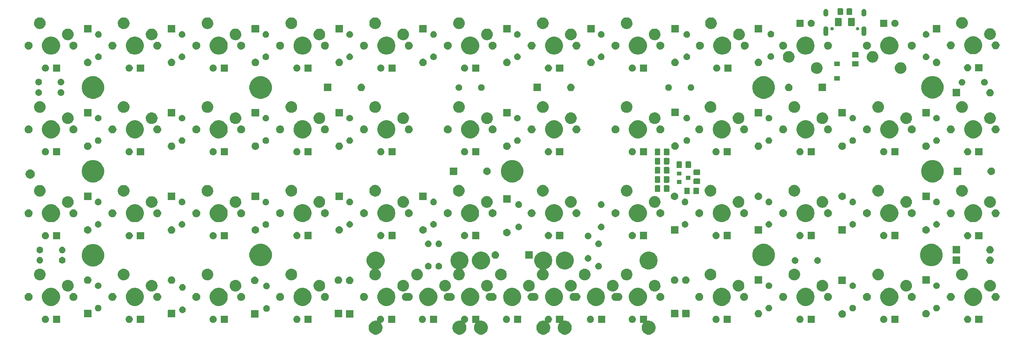
<source format=gbs>
G04 #@! TF.GenerationSoftware,KiCad,Pcbnew,5.0.1*
G04 #@! TF.CreationDate,2019-01-21T17:00:44-02:00*
G04 #@! TF.ProjectId,shark,736861726B2E6B696361645F70636200,V3.0.4*
G04 #@! TF.SameCoordinates,Original*
G04 #@! TF.FileFunction,Soldermask,Bot*
G04 #@! TF.FilePolarity,Negative*
%FSLAX46Y46*%
G04 Gerber Fmt 4.6, Leading zero omitted, Abs format (unit mm)*
G04 Created by KiCad (PCBNEW 5.0.1) date Mon 21 Jan 2019 05:00:44 PM -02*
%MOMM*%
%LPD*%
G01*
G04 APERTURE LIST*
%ADD10C,0.100000*%
G04 APERTURE END LIST*
D10*
G36*
X178995495Y-135511796D02*
X179007123Y-135515323D01*
X179017843Y-135521054D01*
X179027237Y-135528763D01*
X179034946Y-135538157D01*
X179040677Y-135548877D01*
X179044204Y-135560505D01*
X179046000Y-135578741D01*
X179046000Y-136540445D01*
X179048402Y-136564831D01*
X179055515Y-136588280D01*
X179067066Y-136609891D01*
X179082612Y-136628833D01*
X179101554Y-136644379D01*
X179123165Y-136655930D01*
X179146614Y-136663043D01*
X179171000Y-136665445D01*
X179195386Y-136663043D01*
X179245875Y-136653000D01*
X179556125Y-136653000D01*
X179632515Y-136668195D01*
X179860411Y-136713526D01*
X179979137Y-136762704D01*
X180147041Y-136832252D01*
X180405007Y-137004619D01*
X180624381Y-137223993D01*
X180796748Y-137481959D01*
X180915474Y-137768590D01*
X180976000Y-138072875D01*
X180976000Y-138383125D01*
X180915474Y-138687410D01*
X180796748Y-138974041D01*
X180624381Y-139232007D01*
X180405007Y-139451381D01*
X180147041Y-139623748D01*
X179979137Y-139693296D01*
X179860411Y-139742474D01*
X179556125Y-139803000D01*
X179245875Y-139803000D01*
X178941589Y-139742474D01*
X178822863Y-139693296D01*
X178654959Y-139623748D01*
X178396993Y-139451381D01*
X178177619Y-139232007D01*
X178005252Y-138974041D01*
X177886526Y-138687410D01*
X177826000Y-138383125D01*
X177826000Y-138072875D01*
X177886526Y-137768590D01*
X178005252Y-137481958D01*
X178106489Y-137330446D01*
X178118040Y-137308835D01*
X178125153Y-137285386D01*
X178127555Y-137261000D01*
X178125153Y-137236613D01*
X178118040Y-137213164D01*
X178106489Y-137191553D01*
X178090943Y-137172611D01*
X178072001Y-137157066D01*
X178050390Y-137145515D01*
X178026941Y-137138402D01*
X178002555Y-137136000D01*
X177488741Y-137136000D01*
X177470505Y-137134204D01*
X177458877Y-137130677D01*
X177448157Y-137124946D01*
X177438763Y-137117237D01*
X177431054Y-137107843D01*
X177425323Y-137097123D01*
X177421796Y-137085495D01*
X177420000Y-137067259D01*
X177420000Y-135578741D01*
X177421796Y-135560505D01*
X177425323Y-135548877D01*
X177431054Y-135538157D01*
X177438763Y-135528763D01*
X177448157Y-135521054D01*
X177458877Y-135515323D01*
X177470505Y-135511796D01*
X177488741Y-135510000D01*
X178977259Y-135510000D01*
X178995495Y-135511796D01*
X178995495Y-135511796D01*
G37*
G36*
X140970495Y-135511796D02*
X140982123Y-135515323D01*
X140992843Y-135521054D01*
X141002237Y-135528763D01*
X141009946Y-135538157D01*
X141015677Y-135548877D01*
X141019204Y-135560505D01*
X141021000Y-135578741D01*
X141021000Y-136545418D01*
X141023402Y-136569804D01*
X141030515Y-136593253D01*
X141042066Y-136614864D01*
X141057612Y-136633806D01*
X141076554Y-136649352D01*
X141098165Y-136660903D01*
X141121614Y-136668016D01*
X141146000Y-136670418D01*
X141170383Y-136668016D01*
X141245876Y-136653000D01*
X141556125Y-136653000D01*
X141632515Y-136668195D01*
X141860411Y-136713526D01*
X141979137Y-136762704D01*
X142147041Y-136832252D01*
X142405007Y-137004619D01*
X142624381Y-137223993D01*
X142796748Y-137481959D01*
X142915474Y-137768590D01*
X142976000Y-138072875D01*
X142976000Y-138383125D01*
X142915474Y-138687410D01*
X142796748Y-138974041D01*
X142624381Y-139232007D01*
X142405007Y-139451381D01*
X142147041Y-139623748D01*
X141979137Y-139693296D01*
X141860411Y-139742474D01*
X141556125Y-139803000D01*
X141245875Y-139803000D01*
X140941589Y-139742474D01*
X140822863Y-139693296D01*
X140654959Y-139623748D01*
X140396993Y-139451381D01*
X140177619Y-139232007D01*
X140005252Y-138974041D01*
X139886526Y-138687410D01*
X139826000Y-138383125D01*
X139826000Y-138072875D01*
X139886526Y-137768590D01*
X140005252Y-137481958D01*
X140106489Y-137330446D01*
X140118040Y-137308835D01*
X140125153Y-137285386D01*
X140127555Y-137261000D01*
X140125153Y-137236613D01*
X140118040Y-137213164D01*
X140106489Y-137191553D01*
X140090943Y-137172611D01*
X140072001Y-137157066D01*
X140050390Y-137145515D01*
X140026941Y-137138402D01*
X140002555Y-137136000D01*
X139463741Y-137136000D01*
X139445505Y-137134204D01*
X139433877Y-137130677D01*
X139423157Y-137124946D01*
X139413763Y-137117237D01*
X139406054Y-137107843D01*
X139400323Y-137097123D01*
X139396796Y-137085495D01*
X139395000Y-137067259D01*
X139395000Y-135578741D01*
X139396796Y-135560505D01*
X139400323Y-135548877D01*
X139406054Y-135538157D01*
X139413763Y-135528763D01*
X139423157Y-135521054D01*
X139433877Y-135515323D01*
X139445505Y-135511796D01*
X139463741Y-135510000D01*
X140952259Y-135510000D01*
X140970495Y-135511796D01*
X140970495Y-135511796D01*
G37*
G36*
X159995495Y-135511796D02*
X160007123Y-135515323D01*
X160017843Y-135521054D01*
X160027237Y-135528763D01*
X160034946Y-135538157D01*
X160040677Y-135548877D01*
X160044204Y-135560505D01*
X160046000Y-135578741D01*
X160046000Y-136540445D01*
X160048402Y-136564831D01*
X160055515Y-136588280D01*
X160067066Y-136609891D01*
X160082612Y-136628833D01*
X160101554Y-136644379D01*
X160123165Y-136655930D01*
X160146614Y-136663043D01*
X160171000Y-136665445D01*
X160195386Y-136663043D01*
X160245875Y-136653000D01*
X160556125Y-136653000D01*
X160632515Y-136668195D01*
X160860411Y-136713526D01*
X160979137Y-136762704D01*
X161147041Y-136832252D01*
X161405007Y-137004619D01*
X161624381Y-137223993D01*
X161796748Y-137481959D01*
X161915474Y-137768590D01*
X161976000Y-138072875D01*
X161976000Y-138383125D01*
X161915474Y-138687410D01*
X161796748Y-138974041D01*
X161624381Y-139232007D01*
X161405007Y-139451381D01*
X161147041Y-139623748D01*
X160979137Y-139693296D01*
X160860411Y-139742474D01*
X160556125Y-139803000D01*
X160245875Y-139803000D01*
X159941589Y-139742474D01*
X159822863Y-139693296D01*
X159654959Y-139623748D01*
X159396993Y-139451381D01*
X159177619Y-139232007D01*
X159005252Y-138974041D01*
X158886526Y-138687410D01*
X158826000Y-138383125D01*
X158826000Y-138072875D01*
X158886526Y-137768590D01*
X159005252Y-137481958D01*
X159106489Y-137330446D01*
X159118040Y-137308835D01*
X159125153Y-137285386D01*
X159127555Y-137261000D01*
X159125153Y-137236613D01*
X159118040Y-137213164D01*
X159106489Y-137191553D01*
X159090943Y-137172611D01*
X159072001Y-137157066D01*
X159050390Y-137145515D01*
X159026941Y-137138402D01*
X159002555Y-137136000D01*
X158488741Y-137136000D01*
X158470505Y-137134204D01*
X158458877Y-137130677D01*
X158448157Y-137124946D01*
X158438763Y-137117237D01*
X158431054Y-137107843D01*
X158425323Y-137097123D01*
X158421796Y-137085495D01*
X158420000Y-137067259D01*
X158420000Y-135578741D01*
X158421796Y-135560505D01*
X158425323Y-135548877D01*
X158431054Y-135538157D01*
X158438763Y-135528763D01*
X158448157Y-135521054D01*
X158458877Y-135515323D01*
X158470505Y-135511796D01*
X158488741Y-135510000D01*
X159977259Y-135510000D01*
X159995495Y-135511796D01*
X159995495Y-135511796D01*
G37*
G36*
X118855142Y-135541242D02*
X119003102Y-135602530D01*
X119003922Y-135603078D01*
X119136257Y-135691501D01*
X119249499Y-135804743D01*
X119264811Y-135827659D01*
X119338470Y-135937898D01*
X119399758Y-136085858D01*
X119431000Y-136242925D01*
X119431000Y-136403075D01*
X119399758Y-136560142D01*
X119338470Y-136708102D01*
X119249498Y-136841258D01*
X119136258Y-136954498D01*
X119003102Y-137043470D01*
X118849843Y-137106953D01*
X118828232Y-137118505D01*
X118809290Y-137134050D01*
X118793745Y-137152992D01*
X118782194Y-137174603D01*
X118775081Y-137198052D01*
X118772679Y-137222438D01*
X118775081Y-137246825D01*
X118782194Y-137270274D01*
X118793745Y-137291884D01*
X118920748Y-137481958D01*
X119039474Y-137768590D01*
X119100000Y-138072875D01*
X119100000Y-138383125D01*
X119039474Y-138687410D01*
X118920748Y-138974041D01*
X118748381Y-139232007D01*
X118529007Y-139451381D01*
X118271041Y-139623748D01*
X118103137Y-139693296D01*
X117984411Y-139742474D01*
X117680125Y-139803000D01*
X117369875Y-139803000D01*
X117065589Y-139742474D01*
X116946863Y-139693296D01*
X116778959Y-139623748D01*
X116520993Y-139451381D01*
X116301619Y-139232007D01*
X116129252Y-138974041D01*
X116010526Y-138687410D01*
X115950000Y-138383125D01*
X115950000Y-138072875D01*
X116010526Y-137768590D01*
X116129252Y-137481959D01*
X116301619Y-137223993D01*
X116520993Y-137004619D01*
X116778959Y-136832252D01*
X116946863Y-136762704D01*
X117065589Y-136713526D01*
X117293485Y-136668195D01*
X117369875Y-136653000D01*
X117681852Y-136653000D01*
X117702807Y-136655064D01*
X117727193Y-136652663D01*
X117750642Y-136645550D01*
X117772254Y-136634000D01*
X117791196Y-136618455D01*
X117806742Y-136599513D01*
X117818294Y-136577902D01*
X117825408Y-136554454D01*
X117827810Y-136530067D01*
X117825408Y-136505679D01*
X117805000Y-136403076D01*
X117805000Y-136242925D01*
X117836242Y-136085858D01*
X117897530Y-135937898D01*
X117971189Y-135827659D01*
X117986501Y-135804743D01*
X118099743Y-135691501D01*
X118232078Y-135603078D01*
X118232898Y-135602530D01*
X118380858Y-135541242D01*
X118537925Y-135510000D01*
X118698075Y-135510000D01*
X118855142Y-135541242D01*
X118855142Y-135541242D01*
G37*
G36*
X137905142Y-135541242D02*
X138053102Y-135602530D01*
X138053922Y-135603078D01*
X138186257Y-135691501D01*
X138299499Y-135804743D01*
X138314811Y-135827659D01*
X138388470Y-135937898D01*
X138449758Y-136085858D01*
X138481000Y-136242925D01*
X138481000Y-136403075D01*
X138449758Y-136560142D01*
X138388470Y-136708102D01*
X138299498Y-136841258D01*
X138186258Y-136954498D01*
X138053102Y-137043470D01*
X137905141Y-137104759D01*
X137879930Y-137109773D01*
X137856481Y-137116886D01*
X137834870Y-137128437D01*
X137815928Y-137143982D01*
X137800382Y-137162924D01*
X137788831Y-137184534D01*
X137781717Y-137207983D01*
X137779315Y-137232370D01*
X137781717Y-137256756D01*
X137788830Y-137280205D01*
X137800381Y-137301817D01*
X137920748Y-137481959D01*
X138039474Y-137768590D01*
X138100000Y-138072875D01*
X138100000Y-138383125D01*
X138039474Y-138687410D01*
X137920748Y-138974041D01*
X137748381Y-139232007D01*
X137529007Y-139451381D01*
X137271041Y-139623748D01*
X137103137Y-139693296D01*
X136984411Y-139742474D01*
X136680125Y-139803000D01*
X136369875Y-139803000D01*
X136065589Y-139742474D01*
X135946863Y-139693296D01*
X135778959Y-139623748D01*
X135520993Y-139451381D01*
X135301619Y-139232007D01*
X135129252Y-138974041D01*
X135010526Y-138687410D01*
X134950000Y-138383125D01*
X134950000Y-138072875D01*
X135010526Y-137768590D01*
X135129252Y-137481959D01*
X135301619Y-137223993D01*
X135520993Y-137004619D01*
X135778959Y-136832252D01*
X135946863Y-136762704D01*
X136065589Y-136713526D01*
X136293485Y-136668195D01*
X136369875Y-136653000D01*
X136680125Y-136653000D01*
X136730484Y-136663017D01*
X136754870Y-136665419D01*
X136779256Y-136663017D01*
X136802706Y-136655904D01*
X136824316Y-136644353D01*
X136843258Y-136628807D01*
X136858804Y-136609865D01*
X136870355Y-136588254D01*
X136877468Y-136564805D01*
X136879870Y-136540419D01*
X136877468Y-136516033D01*
X136855000Y-136403075D01*
X136855000Y-136242925D01*
X136886242Y-136085858D01*
X136947530Y-135937898D01*
X137021189Y-135827659D01*
X137036501Y-135804743D01*
X137149743Y-135691501D01*
X137282078Y-135603078D01*
X137282898Y-135602530D01*
X137430858Y-135541242D01*
X137587925Y-135510000D01*
X137748075Y-135510000D01*
X137905142Y-135541242D01*
X137905142Y-135541242D01*
G37*
G36*
X156930142Y-135541242D02*
X157078102Y-135602530D01*
X157078922Y-135603078D01*
X157211257Y-135691501D01*
X157324499Y-135804743D01*
X157339811Y-135827659D01*
X157413470Y-135937898D01*
X157474758Y-136085858D01*
X157506000Y-136242925D01*
X157506000Y-136403075D01*
X157474758Y-136560142D01*
X157413470Y-136708102D01*
X157324498Y-136841258D01*
X157211258Y-136954498D01*
X157078102Y-137043470D01*
X156930141Y-137104758D01*
X156882863Y-137114162D01*
X156859414Y-137121274D01*
X156837803Y-137132825D01*
X156818861Y-137148370D01*
X156803315Y-137167312D01*
X156791764Y-137188923D01*
X156784650Y-137212372D01*
X156782248Y-137236758D01*
X156784650Y-137261145D01*
X156791762Y-137284594D01*
X156803314Y-137306206D01*
X156920748Y-137481959D01*
X157039474Y-137768590D01*
X157100000Y-138072875D01*
X157100000Y-138383125D01*
X157039474Y-138687410D01*
X156920748Y-138974041D01*
X156748381Y-139232007D01*
X156529007Y-139451381D01*
X156271041Y-139623748D01*
X156103137Y-139693296D01*
X155984411Y-139742474D01*
X155680125Y-139803000D01*
X155369875Y-139803000D01*
X155065589Y-139742474D01*
X154946863Y-139693296D01*
X154778959Y-139623748D01*
X154520993Y-139451381D01*
X154301619Y-139232007D01*
X154129252Y-138974041D01*
X154010526Y-138687410D01*
X153950000Y-138383125D01*
X153950000Y-138072875D01*
X154010526Y-137768590D01*
X154129252Y-137481959D01*
X154301619Y-137223993D01*
X154520993Y-137004619D01*
X154778959Y-136832252D01*
X154946863Y-136762704D01*
X155065589Y-136713526D01*
X155293485Y-136668195D01*
X155369875Y-136653000D01*
X155680124Y-136653000D01*
X155756517Y-136668195D01*
X155780900Y-136670597D01*
X155805286Y-136668195D01*
X155828735Y-136661082D01*
X155850346Y-136649531D01*
X155869288Y-136633986D01*
X155884834Y-136615044D01*
X155896385Y-136593433D01*
X155903498Y-136569984D01*
X155905900Y-136545597D01*
X155903498Y-136521211D01*
X155880000Y-136403075D01*
X155880000Y-136242925D01*
X155911242Y-136085858D01*
X155972530Y-135937898D01*
X156046189Y-135827659D01*
X156061501Y-135804743D01*
X156174743Y-135691501D01*
X156307078Y-135603078D01*
X156307898Y-135602530D01*
X156455858Y-135541242D01*
X156612925Y-135510000D01*
X156773075Y-135510000D01*
X156930142Y-135541242D01*
X156930142Y-135541242D01*
G37*
G36*
X45995495Y-135511796D02*
X46007123Y-135515323D01*
X46017843Y-135521054D01*
X46027237Y-135528763D01*
X46034946Y-135538157D01*
X46040677Y-135548877D01*
X46044204Y-135560505D01*
X46046000Y-135578741D01*
X46046000Y-137067259D01*
X46044204Y-137085495D01*
X46040677Y-137097123D01*
X46034946Y-137107843D01*
X46027237Y-137117237D01*
X46017843Y-137124946D01*
X46007123Y-137130677D01*
X45995495Y-137134204D01*
X45977259Y-137136000D01*
X44488741Y-137136000D01*
X44470505Y-137134204D01*
X44458877Y-137130677D01*
X44448157Y-137124946D01*
X44438763Y-137117237D01*
X44431054Y-137107843D01*
X44425323Y-137097123D01*
X44421796Y-137085495D01*
X44420000Y-137067259D01*
X44420000Y-135578741D01*
X44421796Y-135560505D01*
X44425323Y-135548877D01*
X44431054Y-135538157D01*
X44438763Y-135528763D01*
X44448157Y-135521054D01*
X44458877Y-135515323D01*
X44470505Y-135511796D01*
X44488741Y-135510000D01*
X45977259Y-135510000D01*
X45995495Y-135511796D01*
X45995495Y-135511796D01*
G37*
G36*
X42930142Y-135541242D02*
X43078102Y-135602530D01*
X43078922Y-135603078D01*
X43211257Y-135691501D01*
X43324499Y-135804743D01*
X43339811Y-135827659D01*
X43413470Y-135937898D01*
X43474758Y-136085858D01*
X43506000Y-136242925D01*
X43506000Y-136403075D01*
X43474758Y-136560142D01*
X43413470Y-136708102D01*
X43324498Y-136841258D01*
X43211258Y-136954498D01*
X43078102Y-137043470D01*
X42930142Y-137104758D01*
X42773075Y-137136000D01*
X42612925Y-137136000D01*
X42455858Y-137104758D01*
X42307898Y-137043470D01*
X42174742Y-136954498D01*
X42061502Y-136841258D01*
X41972530Y-136708102D01*
X41911242Y-136560142D01*
X41880000Y-136403075D01*
X41880000Y-136242925D01*
X41911242Y-136085858D01*
X41972530Y-135937898D01*
X42046189Y-135827659D01*
X42061501Y-135804743D01*
X42174743Y-135691501D01*
X42307078Y-135603078D01*
X42307898Y-135602530D01*
X42455858Y-135541242D01*
X42612925Y-135510000D01*
X42773075Y-135510000D01*
X42930142Y-135541242D01*
X42930142Y-135541242D01*
G37*
G36*
X64995495Y-135511796D02*
X65007123Y-135515323D01*
X65017843Y-135521054D01*
X65027237Y-135528763D01*
X65034946Y-135538157D01*
X65040677Y-135548877D01*
X65044204Y-135560505D01*
X65046000Y-135578741D01*
X65046000Y-137067259D01*
X65044204Y-137085495D01*
X65040677Y-137097123D01*
X65034946Y-137107843D01*
X65027237Y-137117237D01*
X65017843Y-137124946D01*
X65007123Y-137130677D01*
X64995495Y-137134204D01*
X64977259Y-137136000D01*
X63488741Y-137136000D01*
X63470505Y-137134204D01*
X63458877Y-137130677D01*
X63448157Y-137124946D01*
X63438763Y-137117237D01*
X63431054Y-137107843D01*
X63425323Y-137097123D01*
X63421796Y-137085495D01*
X63420000Y-137067259D01*
X63420000Y-135578741D01*
X63421796Y-135560505D01*
X63425323Y-135548877D01*
X63431054Y-135538157D01*
X63438763Y-135528763D01*
X63448157Y-135521054D01*
X63458877Y-135515323D01*
X63470505Y-135511796D01*
X63488741Y-135510000D01*
X64977259Y-135510000D01*
X64995495Y-135511796D01*
X64995495Y-135511796D01*
G37*
G36*
X150495495Y-135511796D02*
X150507123Y-135515323D01*
X150517843Y-135521054D01*
X150527237Y-135528763D01*
X150534946Y-135538157D01*
X150540677Y-135548877D01*
X150544204Y-135560505D01*
X150546000Y-135578741D01*
X150546000Y-137067259D01*
X150544204Y-137085495D01*
X150540677Y-137097123D01*
X150534946Y-137107843D01*
X150527237Y-137117237D01*
X150517843Y-137124946D01*
X150507123Y-137130677D01*
X150495495Y-137134204D01*
X150477259Y-137136000D01*
X148988741Y-137136000D01*
X148970505Y-137134204D01*
X148958877Y-137130677D01*
X148948157Y-137124946D01*
X148938763Y-137117237D01*
X148931054Y-137107843D01*
X148925323Y-137097123D01*
X148921796Y-137085495D01*
X148920000Y-137067259D01*
X148920000Y-135578741D01*
X148921796Y-135560505D01*
X148925323Y-135548877D01*
X148931054Y-135538157D01*
X148938763Y-135528763D01*
X148948157Y-135521054D01*
X148958877Y-135515323D01*
X148970505Y-135511796D01*
X148988741Y-135510000D01*
X150477259Y-135510000D01*
X150495495Y-135511796D01*
X150495495Y-135511796D01*
G37*
G36*
X166430142Y-135541242D02*
X166578102Y-135602530D01*
X166578922Y-135603078D01*
X166711257Y-135691501D01*
X166824499Y-135804743D01*
X166839811Y-135827659D01*
X166913470Y-135937898D01*
X166974758Y-136085858D01*
X167006000Y-136242925D01*
X167006000Y-136403075D01*
X166974758Y-136560142D01*
X166913470Y-136708102D01*
X166824498Y-136841258D01*
X166711258Y-136954498D01*
X166578102Y-137043470D01*
X166430142Y-137104758D01*
X166273075Y-137136000D01*
X166112925Y-137136000D01*
X165955858Y-137104758D01*
X165807898Y-137043470D01*
X165674742Y-136954498D01*
X165561502Y-136841258D01*
X165472530Y-136708102D01*
X165411242Y-136560142D01*
X165380000Y-136403075D01*
X165380000Y-136242925D01*
X165411242Y-136085858D01*
X165472530Y-135937898D01*
X165546189Y-135827659D01*
X165561501Y-135804743D01*
X165674743Y-135691501D01*
X165807078Y-135603078D01*
X165807898Y-135602530D01*
X165955858Y-135541242D01*
X166112925Y-135510000D01*
X166273075Y-135510000D01*
X166430142Y-135541242D01*
X166430142Y-135541242D01*
G37*
G36*
X61930142Y-135541242D02*
X62078102Y-135602530D01*
X62078922Y-135603078D01*
X62211257Y-135691501D01*
X62324499Y-135804743D01*
X62339811Y-135827659D01*
X62413470Y-135937898D01*
X62474758Y-136085858D01*
X62506000Y-136242925D01*
X62506000Y-136403075D01*
X62474758Y-136560142D01*
X62413470Y-136708102D01*
X62324498Y-136841258D01*
X62211258Y-136954498D01*
X62078102Y-137043470D01*
X61930142Y-137104758D01*
X61773075Y-137136000D01*
X61612925Y-137136000D01*
X61455858Y-137104758D01*
X61307898Y-137043470D01*
X61174742Y-136954498D01*
X61061502Y-136841258D01*
X60972530Y-136708102D01*
X60911242Y-136560142D01*
X60880000Y-136403075D01*
X60880000Y-136242925D01*
X60911242Y-136085858D01*
X60972530Y-135937898D01*
X61046189Y-135827659D01*
X61061501Y-135804743D01*
X61174743Y-135691501D01*
X61307078Y-135603078D01*
X61307898Y-135602530D01*
X61455858Y-135541242D01*
X61612925Y-135510000D01*
X61773075Y-135510000D01*
X61930142Y-135541242D01*
X61930142Y-135541242D01*
G37*
G36*
X83995495Y-135511796D02*
X84007123Y-135515323D01*
X84017843Y-135521054D01*
X84027237Y-135528763D01*
X84034946Y-135538157D01*
X84040677Y-135548877D01*
X84044204Y-135560505D01*
X84046000Y-135578741D01*
X84046000Y-137067259D01*
X84044204Y-137085495D01*
X84040677Y-137097123D01*
X84034946Y-137107843D01*
X84027237Y-137117237D01*
X84017843Y-137124946D01*
X84007123Y-137130677D01*
X83995495Y-137134204D01*
X83977259Y-137136000D01*
X82488741Y-137136000D01*
X82470505Y-137134204D01*
X82458877Y-137130677D01*
X82448157Y-137124946D01*
X82438763Y-137117237D01*
X82431054Y-137107843D01*
X82425323Y-137097123D01*
X82421796Y-137085495D01*
X82420000Y-137067259D01*
X82420000Y-135578741D01*
X82421796Y-135560505D01*
X82425323Y-135548877D01*
X82431054Y-135538157D01*
X82438763Y-135528763D01*
X82448157Y-135521054D01*
X82458877Y-135515323D01*
X82470505Y-135511796D01*
X82488741Y-135510000D01*
X83977259Y-135510000D01*
X83995495Y-135511796D01*
X83995495Y-135511796D01*
G37*
G36*
X80930142Y-135541242D02*
X81078102Y-135602530D01*
X81078922Y-135603078D01*
X81211257Y-135691501D01*
X81324499Y-135804743D01*
X81339811Y-135827659D01*
X81413470Y-135937898D01*
X81474758Y-136085858D01*
X81506000Y-136242925D01*
X81506000Y-136403075D01*
X81474758Y-136560142D01*
X81413470Y-136708102D01*
X81324498Y-136841258D01*
X81211258Y-136954498D01*
X81078102Y-137043470D01*
X80930142Y-137104758D01*
X80773075Y-137136000D01*
X80612925Y-137136000D01*
X80455858Y-137104758D01*
X80307898Y-137043470D01*
X80174742Y-136954498D01*
X80061502Y-136841258D01*
X79972530Y-136708102D01*
X79911242Y-136560142D01*
X79880000Y-136403075D01*
X79880000Y-136242925D01*
X79911242Y-136085858D01*
X79972530Y-135937898D01*
X80046189Y-135827659D01*
X80061501Y-135804743D01*
X80174743Y-135691501D01*
X80307078Y-135603078D01*
X80307898Y-135602530D01*
X80455858Y-135541242D01*
X80612925Y-135510000D01*
X80773075Y-135510000D01*
X80930142Y-135541242D01*
X80930142Y-135541242D01*
G37*
G36*
X102995495Y-135511796D02*
X103007123Y-135515323D01*
X103017843Y-135521054D01*
X103027237Y-135528763D01*
X103034946Y-135538157D01*
X103040677Y-135548877D01*
X103044204Y-135560505D01*
X103046000Y-135578741D01*
X103046000Y-137067259D01*
X103044204Y-137085495D01*
X103040677Y-137097123D01*
X103034946Y-137107843D01*
X103027237Y-137117237D01*
X103017843Y-137124946D01*
X103007123Y-137130677D01*
X102995495Y-137134204D01*
X102977259Y-137136000D01*
X101488741Y-137136000D01*
X101470505Y-137134204D01*
X101458877Y-137130677D01*
X101448157Y-137124946D01*
X101438763Y-137117237D01*
X101431054Y-137107843D01*
X101425323Y-137097123D01*
X101421796Y-137085495D01*
X101420000Y-137067259D01*
X101420000Y-135578741D01*
X101421796Y-135560505D01*
X101425323Y-135548877D01*
X101431054Y-135538157D01*
X101438763Y-135528763D01*
X101448157Y-135521054D01*
X101458877Y-135515323D01*
X101470505Y-135511796D01*
X101488741Y-135510000D01*
X102977259Y-135510000D01*
X102995495Y-135511796D01*
X102995495Y-135511796D01*
G37*
G36*
X99930142Y-135541242D02*
X100078102Y-135602530D01*
X100078922Y-135603078D01*
X100211257Y-135691501D01*
X100324499Y-135804743D01*
X100339811Y-135827659D01*
X100413470Y-135937898D01*
X100474758Y-136085858D01*
X100506000Y-136242925D01*
X100506000Y-136403075D01*
X100474758Y-136560142D01*
X100413470Y-136708102D01*
X100324498Y-136841258D01*
X100211258Y-136954498D01*
X100078102Y-137043470D01*
X99930142Y-137104758D01*
X99773075Y-137136000D01*
X99612925Y-137136000D01*
X99455858Y-137104758D01*
X99307898Y-137043470D01*
X99174742Y-136954498D01*
X99061502Y-136841258D01*
X98972530Y-136708102D01*
X98911242Y-136560142D01*
X98880000Y-136403075D01*
X98880000Y-136242925D01*
X98911242Y-136085858D01*
X98972530Y-135937898D01*
X99046189Y-135827659D01*
X99061501Y-135804743D01*
X99174743Y-135691501D01*
X99307078Y-135603078D01*
X99307898Y-135602530D01*
X99455858Y-135541242D01*
X99612925Y-135510000D01*
X99773075Y-135510000D01*
X99930142Y-135541242D01*
X99930142Y-135541242D01*
G37*
G36*
X121920495Y-135511796D02*
X121932123Y-135515323D01*
X121942843Y-135521054D01*
X121952237Y-135528763D01*
X121959946Y-135538157D01*
X121965677Y-135548877D01*
X121969204Y-135560505D01*
X121971000Y-135578741D01*
X121971000Y-137067259D01*
X121969204Y-137085495D01*
X121965677Y-137097123D01*
X121959946Y-137107843D01*
X121952237Y-137117237D01*
X121942843Y-137124946D01*
X121932123Y-137130677D01*
X121920495Y-137134204D01*
X121902259Y-137136000D01*
X120413741Y-137136000D01*
X120395505Y-137134204D01*
X120383877Y-137130677D01*
X120373157Y-137124946D01*
X120363763Y-137117237D01*
X120356054Y-137107843D01*
X120350323Y-137097123D01*
X120346796Y-137085495D01*
X120345000Y-137067259D01*
X120345000Y-135578741D01*
X120346796Y-135560505D01*
X120350323Y-135548877D01*
X120356054Y-135538157D01*
X120363763Y-135528763D01*
X120373157Y-135521054D01*
X120383877Y-135515323D01*
X120395505Y-135511796D01*
X120413741Y-135510000D01*
X121902259Y-135510000D01*
X121920495Y-135511796D01*
X121920495Y-135511796D01*
G37*
G36*
X175930142Y-135541242D02*
X176078102Y-135602530D01*
X176078922Y-135603078D01*
X176211257Y-135691501D01*
X176324499Y-135804743D01*
X176339811Y-135827659D01*
X176413470Y-135937898D01*
X176474758Y-136085858D01*
X176506000Y-136242925D01*
X176506000Y-136403075D01*
X176474758Y-136560142D01*
X176413470Y-136708102D01*
X176324498Y-136841258D01*
X176211258Y-136954498D01*
X176078102Y-137043470D01*
X175930142Y-137104758D01*
X175773075Y-137136000D01*
X175612925Y-137136000D01*
X175455858Y-137104758D01*
X175307898Y-137043470D01*
X175174742Y-136954498D01*
X175061502Y-136841258D01*
X174972530Y-136708102D01*
X174911242Y-136560142D01*
X174880000Y-136403075D01*
X174880000Y-136242925D01*
X174911242Y-136085858D01*
X174972530Y-135937898D01*
X175046189Y-135827659D01*
X175061501Y-135804743D01*
X175174743Y-135691501D01*
X175307078Y-135603078D01*
X175307898Y-135602530D01*
X175455858Y-135541242D01*
X175612925Y-135510000D01*
X175773075Y-135510000D01*
X175930142Y-135541242D01*
X175930142Y-135541242D01*
G37*
G36*
X131445495Y-135511796D02*
X131457123Y-135515323D01*
X131467843Y-135521054D01*
X131477237Y-135528763D01*
X131484946Y-135538157D01*
X131490677Y-135548877D01*
X131494204Y-135560505D01*
X131496000Y-135578741D01*
X131496000Y-137067259D01*
X131494204Y-137085495D01*
X131490677Y-137097123D01*
X131484946Y-137107843D01*
X131477237Y-137117237D01*
X131467843Y-137124946D01*
X131457123Y-137130677D01*
X131445495Y-137134204D01*
X131427259Y-137136000D01*
X129938741Y-137136000D01*
X129920505Y-137134204D01*
X129908877Y-137130677D01*
X129898157Y-137124946D01*
X129888763Y-137117237D01*
X129881054Y-137107843D01*
X129875323Y-137097123D01*
X129871796Y-137085495D01*
X129870000Y-137067259D01*
X129870000Y-135578741D01*
X129871796Y-135560505D01*
X129875323Y-135548877D01*
X129881054Y-135538157D01*
X129888763Y-135528763D01*
X129898157Y-135521054D01*
X129908877Y-135515323D01*
X129920505Y-135511796D01*
X129938741Y-135510000D01*
X131427259Y-135510000D01*
X131445495Y-135511796D01*
X131445495Y-135511796D01*
G37*
G36*
X251930142Y-135541242D02*
X252078102Y-135602530D01*
X252078922Y-135603078D01*
X252211257Y-135691501D01*
X252324499Y-135804743D01*
X252339811Y-135827659D01*
X252413470Y-135937898D01*
X252474758Y-136085858D01*
X252506000Y-136242925D01*
X252506000Y-136403075D01*
X252474758Y-136560142D01*
X252413470Y-136708102D01*
X252324498Y-136841258D01*
X252211258Y-136954498D01*
X252078102Y-137043470D01*
X251930142Y-137104758D01*
X251773075Y-137136000D01*
X251612925Y-137136000D01*
X251455858Y-137104758D01*
X251307898Y-137043470D01*
X251174742Y-136954498D01*
X251061502Y-136841258D01*
X250972530Y-136708102D01*
X250911242Y-136560142D01*
X250880000Y-136403075D01*
X250880000Y-136242925D01*
X250911242Y-136085858D01*
X250972530Y-135937898D01*
X251046189Y-135827659D01*
X251061501Y-135804743D01*
X251174743Y-135691501D01*
X251307078Y-135603078D01*
X251307898Y-135602530D01*
X251455858Y-135541242D01*
X251612925Y-135510000D01*
X251773075Y-135510000D01*
X251930142Y-135541242D01*
X251930142Y-135541242D01*
G37*
G36*
X254995495Y-135511796D02*
X255007123Y-135515323D01*
X255017843Y-135521054D01*
X255027237Y-135528763D01*
X255034946Y-135538157D01*
X255040677Y-135548877D01*
X255044204Y-135560505D01*
X255046000Y-135578741D01*
X255046000Y-137067259D01*
X255044204Y-137085495D01*
X255040677Y-137097123D01*
X255034946Y-137107843D01*
X255027237Y-137117237D01*
X255017843Y-137124946D01*
X255007123Y-137130677D01*
X254995495Y-137134204D01*
X254977259Y-137136000D01*
X253488741Y-137136000D01*
X253470505Y-137134204D01*
X253458877Y-137130677D01*
X253448157Y-137124946D01*
X253438763Y-137117237D01*
X253431054Y-137107843D01*
X253425323Y-137097123D01*
X253421796Y-137085495D01*
X253420000Y-137067259D01*
X253420000Y-135578741D01*
X253421796Y-135560505D01*
X253425323Y-135548877D01*
X253431054Y-135538157D01*
X253438763Y-135528763D01*
X253448157Y-135521054D01*
X253458877Y-135515323D01*
X253470505Y-135511796D01*
X253488741Y-135510000D01*
X254977259Y-135510000D01*
X254995495Y-135511796D01*
X254995495Y-135511796D01*
G37*
G36*
X232930142Y-135541242D02*
X233078102Y-135602530D01*
X233078922Y-135603078D01*
X233211257Y-135691501D01*
X233324499Y-135804743D01*
X233339811Y-135827659D01*
X233413470Y-135937898D01*
X233474758Y-136085858D01*
X233506000Y-136242925D01*
X233506000Y-136403075D01*
X233474758Y-136560142D01*
X233413470Y-136708102D01*
X233324498Y-136841258D01*
X233211258Y-136954498D01*
X233078102Y-137043470D01*
X232930142Y-137104758D01*
X232773075Y-137136000D01*
X232612925Y-137136000D01*
X232455858Y-137104758D01*
X232307898Y-137043470D01*
X232174742Y-136954498D01*
X232061502Y-136841258D01*
X231972530Y-136708102D01*
X231911242Y-136560142D01*
X231880000Y-136403075D01*
X231880000Y-136242925D01*
X231911242Y-136085858D01*
X231972530Y-135937898D01*
X232046189Y-135827659D01*
X232061501Y-135804743D01*
X232174743Y-135691501D01*
X232307078Y-135603078D01*
X232307898Y-135602530D01*
X232455858Y-135541242D01*
X232612925Y-135510000D01*
X232773075Y-135510000D01*
X232930142Y-135541242D01*
X232930142Y-135541242D01*
G37*
G36*
X235995495Y-135511796D02*
X236007123Y-135515323D01*
X236017843Y-135521054D01*
X236027237Y-135528763D01*
X236034946Y-135538157D01*
X236040677Y-135548877D01*
X236044204Y-135560505D01*
X236046000Y-135578741D01*
X236046000Y-137067259D01*
X236044204Y-137085495D01*
X236040677Y-137097123D01*
X236034946Y-137107843D01*
X236027237Y-137117237D01*
X236017843Y-137124946D01*
X236007123Y-137130677D01*
X235995495Y-137134204D01*
X235977259Y-137136000D01*
X234488741Y-137136000D01*
X234470505Y-137134204D01*
X234458877Y-137130677D01*
X234448157Y-137124946D01*
X234438763Y-137117237D01*
X234431054Y-137107843D01*
X234425323Y-137097123D01*
X234421796Y-137085495D01*
X234420000Y-137067259D01*
X234420000Y-135578741D01*
X234421796Y-135560505D01*
X234425323Y-135548877D01*
X234431054Y-135538157D01*
X234438763Y-135528763D01*
X234448157Y-135521054D01*
X234458877Y-135515323D01*
X234470505Y-135511796D01*
X234488741Y-135510000D01*
X235977259Y-135510000D01*
X235995495Y-135511796D01*
X235995495Y-135511796D01*
G37*
G36*
X213930142Y-135541242D02*
X214078102Y-135602530D01*
X214078922Y-135603078D01*
X214211257Y-135691501D01*
X214324499Y-135804743D01*
X214339811Y-135827659D01*
X214413470Y-135937898D01*
X214474758Y-136085858D01*
X214506000Y-136242925D01*
X214506000Y-136403075D01*
X214474758Y-136560142D01*
X214413470Y-136708102D01*
X214324498Y-136841258D01*
X214211258Y-136954498D01*
X214078102Y-137043470D01*
X213930142Y-137104758D01*
X213773075Y-137136000D01*
X213612925Y-137136000D01*
X213455858Y-137104758D01*
X213307898Y-137043470D01*
X213174742Y-136954498D01*
X213061502Y-136841258D01*
X212972530Y-136708102D01*
X212911242Y-136560142D01*
X212880000Y-136403075D01*
X212880000Y-136242925D01*
X212911242Y-136085858D01*
X212972530Y-135937898D01*
X213046189Y-135827659D01*
X213061501Y-135804743D01*
X213174743Y-135691501D01*
X213307078Y-135603078D01*
X213307898Y-135602530D01*
X213455858Y-135541242D01*
X213612925Y-135510000D01*
X213773075Y-135510000D01*
X213930142Y-135541242D01*
X213930142Y-135541242D01*
G37*
G36*
X216995495Y-135511796D02*
X217007123Y-135515323D01*
X217017843Y-135521054D01*
X217027237Y-135528763D01*
X217034946Y-135538157D01*
X217040677Y-135548877D01*
X217044204Y-135560505D01*
X217046000Y-135578741D01*
X217046000Y-137067259D01*
X217044204Y-137085495D01*
X217040677Y-137097123D01*
X217034946Y-137107843D01*
X217027237Y-137117237D01*
X217017843Y-137124946D01*
X217007123Y-137130677D01*
X216995495Y-137134204D01*
X216977259Y-137136000D01*
X215488741Y-137136000D01*
X215470505Y-137134204D01*
X215458877Y-137130677D01*
X215448157Y-137124946D01*
X215438763Y-137117237D01*
X215431054Y-137107843D01*
X215425323Y-137097123D01*
X215421796Y-137085495D01*
X215420000Y-137067259D01*
X215420000Y-135578741D01*
X215421796Y-135560505D01*
X215425323Y-135548877D01*
X215431054Y-135538157D01*
X215438763Y-135528763D01*
X215448157Y-135521054D01*
X215458877Y-135515323D01*
X215470505Y-135511796D01*
X215488741Y-135510000D01*
X216977259Y-135510000D01*
X216995495Y-135511796D01*
X216995495Y-135511796D01*
G37*
G36*
X194930142Y-135541242D02*
X195078102Y-135602530D01*
X195078922Y-135603078D01*
X195211257Y-135691501D01*
X195324499Y-135804743D01*
X195339811Y-135827659D01*
X195413470Y-135937898D01*
X195474758Y-136085858D01*
X195506000Y-136242925D01*
X195506000Y-136403075D01*
X195474758Y-136560142D01*
X195413470Y-136708102D01*
X195324498Y-136841258D01*
X195211258Y-136954498D01*
X195078102Y-137043470D01*
X194930142Y-137104758D01*
X194773075Y-137136000D01*
X194612925Y-137136000D01*
X194455858Y-137104758D01*
X194307898Y-137043470D01*
X194174742Y-136954498D01*
X194061502Y-136841258D01*
X193972530Y-136708102D01*
X193911242Y-136560142D01*
X193880000Y-136403075D01*
X193880000Y-136242925D01*
X193911242Y-136085858D01*
X193972530Y-135937898D01*
X194046189Y-135827659D01*
X194061501Y-135804743D01*
X194174743Y-135691501D01*
X194307078Y-135603078D01*
X194307898Y-135602530D01*
X194455858Y-135541242D01*
X194612925Y-135510000D01*
X194773075Y-135510000D01*
X194930142Y-135541242D01*
X194930142Y-135541242D01*
G37*
G36*
X197995495Y-135511796D02*
X198007123Y-135515323D01*
X198017843Y-135521054D01*
X198027237Y-135528763D01*
X198034946Y-135538157D01*
X198040677Y-135548877D01*
X198044204Y-135560505D01*
X198046000Y-135578741D01*
X198046000Y-137067259D01*
X198044204Y-137085495D01*
X198040677Y-137097123D01*
X198034946Y-137107843D01*
X198027237Y-137117237D01*
X198017843Y-137124946D01*
X198007123Y-137130677D01*
X197995495Y-137134204D01*
X197977259Y-137136000D01*
X196488741Y-137136000D01*
X196470505Y-137134204D01*
X196458877Y-137130677D01*
X196448157Y-137124946D01*
X196438763Y-137117237D01*
X196431054Y-137107843D01*
X196425323Y-137097123D01*
X196421796Y-137085495D01*
X196420000Y-137067259D01*
X196420000Y-135578741D01*
X196421796Y-135560505D01*
X196425323Y-135548877D01*
X196431054Y-135538157D01*
X196438763Y-135528763D01*
X196448157Y-135521054D01*
X196458877Y-135515323D01*
X196470505Y-135511796D01*
X196488741Y-135510000D01*
X197977259Y-135510000D01*
X197995495Y-135511796D01*
X197995495Y-135511796D01*
G37*
G36*
X169495495Y-135511796D02*
X169507123Y-135515323D01*
X169517843Y-135521054D01*
X169527237Y-135528763D01*
X169534946Y-135538157D01*
X169540677Y-135548877D01*
X169544204Y-135560505D01*
X169546000Y-135578741D01*
X169546000Y-137067259D01*
X169544204Y-137085495D01*
X169540677Y-137097123D01*
X169534946Y-137107843D01*
X169527237Y-137117237D01*
X169517843Y-137124946D01*
X169507123Y-137130677D01*
X169495495Y-137134204D01*
X169477259Y-137136000D01*
X167988741Y-137136000D01*
X167970505Y-137134204D01*
X167958877Y-137130677D01*
X167948157Y-137124946D01*
X167938763Y-137117237D01*
X167931054Y-137107843D01*
X167925323Y-137097123D01*
X167921796Y-137085495D01*
X167920000Y-137067259D01*
X167920000Y-135578741D01*
X167921796Y-135560505D01*
X167925323Y-135548877D01*
X167931054Y-135538157D01*
X167938763Y-135528763D01*
X167948157Y-135521054D01*
X167958877Y-135515323D01*
X167970505Y-135511796D01*
X167988741Y-135510000D01*
X169477259Y-135510000D01*
X169495495Y-135511796D01*
X169495495Y-135511796D01*
G37*
G36*
X147430142Y-135541242D02*
X147578102Y-135602530D01*
X147578922Y-135603078D01*
X147711257Y-135691501D01*
X147824499Y-135804743D01*
X147839811Y-135827659D01*
X147913470Y-135937898D01*
X147974758Y-136085858D01*
X148006000Y-136242925D01*
X148006000Y-136403075D01*
X147974758Y-136560142D01*
X147913470Y-136708102D01*
X147824498Y-136841258D01*
X147711258Y-136954498D01*
X147578102Y-137043470D01*
X147430142Y-137104758D01*
X147273075Y-137136000D01*
X147112925Y-137136000D01*
X146955858Y-137104758D01*
X146807898Y-137043470D01*
X146674742Y-136954498D01*
X146561502Y-136841258D01*
X146472530Y-136708102D01*
X146411242Y-136560142D01*
X146380000Y-136403075D01*
X146380000Y-136242925D01*
X146411242Y-136085858D01*
X146472530Y-135937898D01*
X146546189Y-135827659D01*
X146561501Y-135804743D01*
X146674743Y-135691501D01*
X146807078Y-135603078D01*
X146807898Y-135602530D01*
X146955858Y-135541242D01*
X147112925Y-135510000D01*
X147273075Y-135510000D01*
X147430142Y-135541242D01*
X147430142Y-135541242D01*
G37*
G36*
X128380142Y-135541242D02*
X128528102Y-135602530D01*
X128528922Y-135603078D01*
X128661257Y-135691501D01*
X128774499Y-135804743D01*
X128789811Y-135827659D01*
X128863470Y-135937898D01*
X128924758Y-136085858D01*
X128956000Y-136242925D01*
X128956000Y-136403075D01*
X128924758Y-136560142D01*
X128863470Y-136708102D01*
X128774498Y-136841258D01*
X128661258Y-136954498D01*
X128528102Y-137043470D01*
X128380142Y-137104758D01*
X128223075Y-137136000D01*
X128062925Y-137136000D01*
X127905858Y-137104758D01*
X127757898Y-137043470D01*
X127624742Y-136954498D01*
X127511502Y-136841258D01*
X127422530Y-136708102D01*
X127361242Y-136560142D01*
X127330000Y-136403075D01*
X127330000Y-136242925D01*
X127361242Y-136085858D01*
X127422530Y-135937898D01*
X127496189Y-135827659D01*
X127511501Y-135804743D01*
X127624743Y-135691501D01*
X127757078Y-135603078D01*
X127757898Y-135602530D01*
X127905858Y-135541242D01*
X128062925Y-135510000D01*
X128223075Y-135510000D01*
X128380142Y-135541242D01*
X128380142Y-135541242D01*
G37*
G36*
X223442321Y-134289313D02*
X223442324Y-134289314D01*
X223442325Y-134289314D01*
X223602739Y-134337975D01*
X223602741Y-134337976D01*
X223602744Y-134337977D01*
X223750578Y-134416995D01*
X223880159Y-134523341D01*
X223986505Y-134652922D01*
X224065523Y-134800756D01*
X224065524Y-134800759D01*
X224065525Y-134800761D01*
X224114186Y-134961175D01*
X224114187Y-134961179D01*
X224130617Y-135128000D01*
X224114187Y-135294821D01*
X224065523Y-135455244D01*
X223986505Y-135603078D01*
X223880159Y-135732659D01*
X223750578Y-135839005D01*
X223602744Y-135918023D01*
X223602741Y-135918024D01*
X223602739Y-135918025D01*
X223442325Y-135966686D01*
X223442324Y-135966686D01*
X223442321Y-135966687D01*
X223317304Y-135979000D01*
X223233696Y-135979000D01*
X223108679Y-135966687D01*
X223108676Y-135966686D01*
X223108675Y-135966686D01*
X222948261Y-135918025D01*
X222948259Y-135918024D01*
X222948256Y-135918023D01*
X222800422Y-135839005D01*
X222670841Y-135732659D01*
X222564495Y-135603078D01*
X222485477Y-135455244D01*
X222436813Y-135294821D01*
X222420383Y-135128000D01*
X222436813Y-134961179D01*
X222436814Y-134961175D01*
X222485475Y-134800761D01*
X222485476Y-134800759D01*
X222485477Y-134800756D01*
X222564495Y-134652922D01*
X222670841Y-134523341D01*
X222800422Y-134416995D01*
X222948256Y-134337977D01*
X222948259Y-134337976D01*
X222948261Y-134337975D01*
X223108675Y-134289314D01*
X223108676Y-134289314D01*
X223108679Y-134289313D01*
X223233696Y-134277000D01*
X223317304Y-134277000D01*
X223442321Y-134289313D01*
X223442321Y-134289313D01*
G37*
G36*
X112427379Y-134278942D02*
X112440434Y-134282902D01*
X112452462Y-134289331D01*
X112463011Y-134297989D01*
X112471669Y-134308538D01*
X112478098Y-134320566D01*
X112482058Y-134333621D01*
X112484000Y-134353341D01*
X112484000Y-135902659D01*
X112482058Y-135922379D01*
X112478098Y-135935434D01*
X112471669Y-135947462D01*
X112463011Y-135958011D01*
X112452462Y-135966669D01*
X112440434Y-135973098D01*
X112427379Y-135977058D01*
X112407659Y-135979000D01*
X110858341Y-135979000D01*
X110838621Y-135977058D01*
X110825566Y-135973098D01*
X110813538Y-135966669D01*
X110802989Y-135958011D01*
X110794331Y-135947462D01*
X110787902Y-135935434D01*
X110783942Y-135922379D01*
X110782000Y-135902659D01*
X110782000Y-134353341D01*
X110783942Y-134333621D01*
X110787902Y-134320566D01*
X110794331Y-134308538D01*
X110802989Y-134297989D01*
X110813538Y-134289331D01*
X110825566Y-134282902D01*
X110838621Y-134278942D01*
X110858341Y-134277000D01*
X112407659Y-134277000D01*
X112427379Y-134278942D01*
X112427379Y-134278942D01*
G37*
G36*
X90917195Y-134278726D02*
X90930250Y-134282686D01*
X90942278Y-134289115D01*
X90952827Y-134297773D01*
X90961485Y-134308322D01*
X90967914Y-134320350D01*
X90971874Y-134333405D01*
X90973816Y-134353125D01*
X90973816Y-135902443D01*
X90971874Y-135922163D01*
X90967914Y-135935218D01*
X90961485Y-135947246D01*
X90952827Y-135957795D01*
X90942278Y-135966453D01*
X90930250Y-135972882D01*
X90917195Y-135976842D01*
X90897475Y-135978784D01*
X89348157Y-135978784D01*
X89328437Y-135976842D01*
X89315382Y-135972882D01*
X89303354Y-135966453D01*
X89292805Y-135957795D01*
X89284147Y-135947246D01*
X89277718Y-135935218D01*
X89273758Y-135922163D01*
X89271816Y-135902443D01*
X89271816Y-134353125D01*
X89273758Y-134333405D01*
X89277718Y-134320350D01*
X89284147Y-134308322D01*
X89292805Y-134297773D01*
X89303354Y-134289115D01*
X89315382Y-134282686D01*
X89328437Y-134278726D01*
X89348157Y-134276784D01*
X90897475Y-134276784D01*
X90917195Y-134278726D01*
X90917195Y-134278726D01*
G37*
G36*
X204442321Y-134214313D02*
X204442324Y-134214314D01*
X204442325Y-134214314D01*
X204602739Y-134262975D01*
X204602741Y-134262976D01*
X204602744Y-134262977D01*
X204750578Y-134341995D01*
X204880159Y-134448341D01*
X204986505Y-134577922D01*
X205065523Y-134725756D01*
X205065524Y-134725759D01*
X205065525Y-134725761D01*
X205114186Y-134886175D01*
X205114187Y-134886179D01*
X205130617Y-135053000D01*
X205114187Y-135219821D01*
X205065523Y-135380244D01*
X204986505Y-135528078D01*
X204880159Y-135657659D01*
X204750578Y-135764005D01*
X204602744Y-135843023D01*
X204602741Y-135843024D01*
X204602739Y-135843025D01*
X204442325Y-135891686D01*
X204442324Y-135891686D01*
X204442321Y-135891687D01*
X204317304Y-135904000D01*
X204233696Y-135904000D01*
X204108679Y-135891687D01*
X204108676Y-135891686D01*
X204108675Y-135891686D01*
X203948261Y-135843025D01*
X203948259Y-135843024D01*
X203948256Y-135843023D01*
X203800422Y-135764005D01*
X203670841Y-135657659D01*
X203564495Y-135528078D01*
X203485477Y-135380244D01*
X203436813Y-135219821D01*
X203420383Y-135053000D01*
X203436813Y-134886179D01*
X203436814Y-134886175D01*
X203485475Y-134725761D01*
X203485476Y-134725759D01*
X203485477Y-134725756D01*
X203564495Y-134577922D01*
X203670841Y-134448341D01*
X203800422Y-134341995D01*
X203948256Y-134262977D01*
X203948259Y-134262976D01*
X203948261Y-134262975D01*
X204108675Y-134214314D01*
X204108676Y-134214314D01*
X204108679Y-134214313D01*
X204233696Y-134202000D01*
X204317304Y-134202000D01*
X204442321Y-134214313D01*
X204442321Y-134214313D01*
G37*
G36*
X242442321Y-134214313D02*
X242442324Y-134214314D01*
X242442325Y-134214314D01*
X242602739Y-134262975D01*
X242602741Y-134262976D01*
X242602744Y-134262977D01*
X242750578Y-134341995D01*
X242880159Y-134448341D01*
X242986505Y-134577922D01*
X243065523Y-134725756D01*
X243065524Y-134725759D01*
X243065525Y-134725761D01*
X243114186Y-134886175D01*
X243114187Y-134886179D01*
X243130617Y-135053000D01*
X243114187Y-135219821D01*
X243065523Y-135380244D01*
X242986505Y-135528078D01*
X242880159Y-135657659D01*
X242750578Y-135764005D01*
X242602744Y-135843023D01*
X242602741Y-135843024D01*
X242602739Y-135843025D01*
X242442325Y-135891686D01*
X242442324Y-135891686D01*
X242442321Y-135891687D01*
X242317304Y-135904000D01*
X242233696Y-135904000D01*
X242108679Y-135891687D01*
X242108676Y-135891686D01*
X242108675Y-135891686D01*
X241948261Y-135843025D01*
X241948259Y-135843024D01*
X241948256Y-135843023D01*
X241800422Y-135764005D01*
X241670841Y-135657659D01*
X241564495Y-135528078D01*
X241485477Y-135380244D01*
X241436813Y-135219821D01*
X241420383Y-135053000D01*
X241436813Y-134886179D01*
X241436814Y-134886175D01*
X241485475Y-134725761D01*
X241485476Y-134725759D01*
X241485477Y-134725756D01*
X241564495Y-134577922D01*
X241670841Y-134448341D01*
X241800422Y-134341995D01*
X241948256Y-134262977D01*
X241948259Y-134262976D01*
X241948261Y-134262975D01*
X242108675Y-134214314D01*
X242108676Y-134214314D01*
X242108679Y-134214313D01*
X242233696Y-134202000D01*
X242317304Y-134202000D01*
X242442321Y-134214313D01*
X242442321Y-134214313D01*
G37*
G36*
X188627379Y-134203942D02*
X188640434Y-134207902D01*
X188652462Y-134214331D01*
X188663011Y-134222989D01*
X188671669Y-134233538D01*
X188678098Y-134245566D01*
X188682058Y-134258621D01*
X188684000Y-134278341D01*
X188684000Y-135827659D01*
X188682058Y-135847379D01*
X188678098Y-135860434D01*
X188671669Y-135872462D01*
X188663011Y-135883011D01*
X188652462Y-135891669D01*
X188640434Y-135898098D01*
X188627379Y-135902058D01*
X188607659Y-135904000D01*
X187058341Y-135904000D01*
X187038621Y-135902058D01*
X187025566Y-135898098D01*
X187013538Y-135891669D01*
X187002989Y-135883011D01*
X186994331Y-135872462D01*
X186987902Y-135860434D01*
X186983942Y-135847379D01*
X186982000Y-135827659D01*
X186982000Y-134278341D01*
X186983942Y-134258621D01*
X186987902Y-134245566D01*
X186994331Y-134233538D01*
X187002989Y-134222989D01*
X187013538Y-134214331D01*
X187025566Y-134207902D01*
X187038621Y-134203942D01*
X187058341Y-134202000D01*
X188607659Y-134202000D01*
X188627379Y-134203942D01*
X188627379Y-134203942D01*
G37*
G36*
X186087379Y-134203942D02*
X186100434Y-134207902D01*
X186112462Y-134214331D01*
X186123011Y-134222989D01*
X186131669Y-134233538D01*
X186138098Y-134245566D01*
X186142058Y-134258621D01*
X186144000Y-134278341D01*
X186144000Y-135827659D01*
X186142058Y-135847379D01*
X186138098Y-135860434D01*
X186131669Y-135872462D01*
X186123011Y-135883011D01*
X186112462Y-135891669D01*
X186100434Y-135898098D01*
X186087379Y-135902058D01*
X186067659Y-135904000D01*
X184518341Y-135904000D01*
X184498621Y-135902058D01*
X184485566Y-135898098D01*
X184473538Y-135891669D01*
X184462989Y-135883011D01*
X184454331Y-135872462D01*
X184447902Y-135860434D01*
X184443942Y-135847379D01*
X184442000Y-135827659D01*
X184442000Y-134278341D01*
X184443942Y-134258621D01*
X184447902Y-134245566D01*
X184454331Y-134233538D01*
X184462989Y-134222989D01*
X184473538Y-134214331D01*
X184485566Y-134207902D01*
X184498621Y-134203942D01*
X184518341Y-134202000D01*
X186067659Y-134202000D01*
X186087379Y-134203942D01*
X186087379Y-134203942D01*
G37*
G36*
X109887379Y-134203942D02*
X109900434Y-134207902D01*
X109912462Y-134214331D01*
X109923011Y-134222989D01*
X109931669Y-134233538D01*
X109938098Y-134245566D01*
X109942058Y-134258621D01*
X109944000Y-134278341D01*
X109944000Y-135827659D01*
X109942058Y-135847379D01*
X109938098Y-135860434D01*
X109931669Y-135872462D01*
X109923011Y-135883011D01*
X109912462Y-135891669D01*
X109900434Y-135898098D01*
X109887379Y-135902058D01*
X109867659Y-135904000D01*
X108318341Y-135904000D01*
X108298621Y-135902058D01*
X108285566Y-135898098D01*
X108273538Y-135891669D01*
X108262989Y-135883011D01*
X108254331Y-135872462D01*
X108247902Y-135860434D01*
X108243942Y-135847379D01*
X108242000Y-135827659D01*
X108242000Y-134278341D01*
X108243942Y-134258621D01*
X108247902Y-134245566D01*
X108254331Y-134233538D01*
X108262989Y-134222989D01*
X108273538Y-134214331D01*
X108285566Y-134207902D01*
X108298621Y-134203942D01*
X108318341Y-134202000D01*
X109867659Y-134202000D01*
X109887379Y-134203942D01*
X109887379Y-134203942D01*
G37*
G36*
X72069879Y-134203942D02*
X72082934Y-134207902D01*
X72094962Y-134214331D01*
X72105511Y-134222989D01*
X72114169Y-134233538D01*
X72120598Y-134245566D01*
X72124558Y-134258621D01*
X72126500Y-134278341D01*
X72126500Y-135827659D01*
X72124558Y-135847379D01*
X72120598Y-135860434D01*
X72114169Y-135872462D01*
X72105511Y-135883011D01*
X72094962Y-135891669D01*
X72082934Y-135898098D01*
X72069879Y-135902058D01*
X72050159Y-135904000D01*
X70500841Y-135904000D01*
X70481121Y-135902058D01*
X70468066Y-135898098D01*
X70456038Y-135891669D01*
X70445489Y-135883011D01*
X70436831Y-135872462D01*
X70430402Y-135860434D01*
X70426442Y-135847379D01*
X70424500Y-135827659D01*
X70424500Y-134278341D01*
X70426442Y-134258621D01*
X70430402Y-134245566D01*
X70436831Y-134233538D01*
X70445489Y-134222989D01*
X70456038Y-134214331D01*
X70468066Y-134207902D01*
X70481121Y-134203942D01*
X70500841Y-134202000D01*
X72050159Y-134202000D01*
X72069879Y-134203942D01*
X72069879Y-134203942D01*
G37*
G36*
X53069879Y-134203942D02*
X53082934Y-134207902D01*
X53094962Y-134214331D01*
X53105511Y-134222989D01*
X53114169Y-134233538D01*
X53120598Y-134245566D01*
X53124558Y-134258621D01*
X53126500Y-134278341D01*
X53126500Y-135827659D01*
X53124558Y-135847379D01*
X53120598Y-135860434D01*
X53114169Y-135872462D01*
X53105511Y-135883011D01*
X53094962Y-135891669D01*
X53082934Y-135898098D01*
X53069879Y-135902058D01*
X53050159Y-135904000D01*
X51500841Y-135904000D01*
X51481121Y-135902058D01*
X51468066Y-135898098D01*
X51456038Y-135891669D01*
X51445489Y-135883011D01*
X51436831Y-135872462D01*
X51430402Y-135860434D01*
X51426442Y-135847379D01*
X51424500Y-135827659D01*
X51424500Y-134278341D01*
X51426442Y-134258621D01*
X51430402Y-134245566D01*
X51436831Y-134233538D01*
X51445489Y-134222989D01*
X51456038Y-134214331D01*
X51468066Y-134207902D01*
X51481121Y-134203942D01*
X51500841Y-134202000D01*
X53050159Y-134202000D01*
X53069879Y-134203942D01*
X53069879Y-134203942D01*
G37*
G36*
X73825511Y-133408060D02*
X73899068Y-133415305D01*
X74040632Y-133458248D01*
X74171098Y-133527984D01*
X74285452Y-133621832D01*
X74379300Y-133736186D01*
X74449036Y-133866652D01*
X74491979Y-134008216D01*
X74506479Y-134155438D01*
X74491979Y-134302660D01*
X74449036Y-134444224D01*
X74379300Y-134574690D01*
X74285452Y-134689044D01*
X74171098Y-134782892D01*
X74040632Y-134852628D01*
X73899068Y-134895571D01*
X73825511Y-134902816D01*
X73788734Y-134906438D01*
X73714958Y-134906438D01*
X73678181Y-134902816D01*
X73604624Y-134895571D01*
X73463060Y-134852628D01*
X73332594Y-134782892D01*
X73218240Y-134689044D01*
X73124392Y-134574690D01*
X73054656Y-134444224D01*
X73011713Y-134302660D01*
X72997213Y-134155438D01*
X73011713Y-134008216D01*
X73054656Y-133866652D01*
X73124392Y-133736186D01*
X73218240Y-133621832D01*
X73332594Y-133527984D01*
X73463060Y-133458248D01*
X73604624Y-133415305D01*
X73678181Y-133408060D01*
X73714958Y-133404438D01*
X73788734Y-133404438D01*
X73825511Y-133408060D01*
X73825511Y-133408060D01*
G37*
G36*
X92875367Y-133110406D02*
X92948924Y-133117651D01*
X93090488Y-133160594D01*
X93220954Y-133230330D01*
X93335308Y-133324178D01*
X93429156Y-133438532D01*
X93498892Y-133568998D01*
X93541835Y-133710562D01*
X93556335Y-133857784D01*
X93541835Y-134005006D01*
X93498892Y-134146570D01*
X93429156Y-134277036D01*
X93335308Y-134391390D01*
X93220954Y-134485238D01*
X93090488Y-134554974D01*
X92948924Y-134597917D01*
X92875367Y-134605162D01*
X92838590Y-134608784D01*
X92764814Y-134608784D01*
X92728037Y-134605162D01*
X92654480Y-134597917D01*
X92512916Y-134554974D01*
X92382450Y-134485238D01*
X92268096Y-134391390D01*
X92174248Y-134277036D01*
X92104512Y-134146570D01*
X92061569Y-134005006D01*
X92047069Y-133857784D01*
X92061569Y-133710562D01*
X92104512Y-133568998D01*
X92174248Y-133438532D01*
X92268096Y-133324178D01*
X92382450Y-133230330D01*
X92512916Y-133160594D01*
X92654480Y-133117651D01*
X92728037Y-133110406D01*
X92764814Y-133106784D01*
X92838590Y-133106784D01*
X92875367Y-133110406D01*
X92875367Y-133110406D01*
G37*
G36*
X206724165Y-133035622D02*
X206797722Y-133042867D01*
X206939286Y-133085810D01*
X207069752Y-133155546D01*
X207184106Y-133249394D01*
X207277954Y-133363748D01*
X207347690Y-133494214D01*
X207390633Y-133635778D01*
X207405133Y-133783000D01*
X207390633Y-133930222D01*
X207347690Y-134071786D01*
X207277954Y-134202252D01*
X207184106Y-134316606D01*
X207069752Y-134410454D01*
X206939286Y-134480190D01*
X206797722Y-134523133D01*
X206724165Y-134530378D01*
X206687388Y-134534000D01*
X206613612Y-134534000D01*
X206576835Y-134530378D01*
X206503278Y-134523133D01*
X206361714Y-134480190D01*
X206231248Y-134410454D01*
X206116894Y-134316606D01*
X206023046Y-134202252D01*
X205953310Y-134071786D01*
X205910367Y-133930222D01*
X205895867Y-133783000D01*
X205910367Y-133635778D01*
X205953310Y-133494214D01*
X206023046Y-133363748D01*
X206116894Y-133249394D01*
X206231248Y-133155546D01*
X206361714Y-133085810D01*
X206503278Y-133042867D01*
X206576835Y-133035622D01*
X206613612Y-133032000D01*
X206687388Y-133032000D01*
X206724165Y-133035622D01*
X206724165Y-133035622D01*
G37*
G36*
X225724165Y-133035622D02*
X225797722Y-133042867D01*
X225939286Y-133085810D01*
X226069752Y-133155546D01*
X226184106Y-133249394D01*
X226277954Y-133363748D01*
X226347690Y-133494214D01*
X226390633Y-133635778D01*
X226405133Y-133783000D01*
X226390633Y-133930222D01*
X226347690Y-134071786D01*
X226277954Y-134202252D01*
X226184106Y-134316606D01*
X226069752Y-134410454D01*
X225939286Y-134480190D01*
X225797722Y-134523133D01*
X225724165Y-134530378D01*
X225687388Y-134534000D01*
X225613612Y-134534000D01*
X225576835Y-134530378D01*
X225503278Y-134523133D01*
X225361714Y-134480190D01*
X225231248Y-134410454D01*
X225116894Y-134316606D01*
X225023046Y-134202252D01*
X224953310Y-134071786D01*
X224910367Y-133930222D01*
X224895867Y-133783000D01*
X224910367Y-133635778D01*
X224953310Y-133494214D01*
X225023046Y-133363748D01*
X225116894Y-133249394D01*
X225231248Y-133155546D01*
X225361714Y-133085810D01*
X225503278Y-133042867D01*
X225576835Y-133035622D01*
X225613612Y-133032000D01*
X225687388Y-133032000D01*
X225724165Y-133035622D01*
X225724165Y-133035622D01*
G37*
G36*
X54724165Y-133035622D02*
X54797722Y-133042867D01*
X54939286Y-133085810D01*
X55069752Y-133155546D01*
X55184106Y-133249394D01*
X55277954Y-133363748D01*
X55347690Y-133494214D01*
X55390633Y-133635778D01*
X55405133Y-133783000D01*
X55390633Y-133930222D01*
X55347690Y-134071786D01*
X55277954Y-134202252D01*
X55184106Y-134316606D01*
X55069752Y-134410454D01*
X54939286Y-134480190D01*
X54797722Y-134523133D01*
X54724165Y-134530378D01*
X54687388Y-134534000D01*
X54613612Y-134534000D01*
X54576835Y-134530378D01*
X54503278Y-134523133D01*
X54361714Y-134480190D01*
X54231248Y-134410454D01*
X54116894Y-134316606D01*
X54023046Y-134202252D01*
X53953310Y-134071786D01*
X53910367Y-133930222D01*
X53895867Y-133783000D01*
X53910367Y-133635778D01*
X53953310Y-133494214D01*
X54023046Y-133363748D01*
X54116894Y-133249394D01*
X54231248Y-133155546D01*
X54361714Y-133085810D01*
X54503278Y-133042867D01*
X54576835Y-133035622D01*
X54613612Y-133032000D01*
X54687388Y-133032000D01*
X54724165Y-133035622D01*
X54724165Y-133035622D01*
G37*
G36*
X244724165Y-133035622D02*
X244797722Y-133042867D01*
X244939286Y-133085810D01*
X245069752Y-133155546D01*
X245184106Y-133249394D01*
X245277954Y-133363748D01*
X245347690Y-133494214D01*
X245390633Y-133635778D01*
X245405133Y-133783000D01*
X245390633Y-133930222D01*
X245347690Y-134071786D01*
X245277954Y-134202252D01*
X245184106Y-134316606D01*
X245069752Y-134410454D01*
X244939286Y-134480190D01*
X244797722Y-134523133D01*
X244724165Y-134530378D01*
X244687388Y-134534000D01*
X244613612Y-134534000D01*
X244576835Y-134530378D01*
X244503278Y-134523133D01*
X244361714Y-134480190D01*
X244231248Y-134410454D01*
X244116894Y-134316606D01*
X244023046Y-134202252D01*
X243953310Y-134071786D01*
X243910367Y-133930222D01*
X243895867Y-133783000D01*
X243910367Y-133635778D01*
X243953310Y-133494214D01*
X244023046Y-133363748D01*
X244116894Y-133249394D01*
X244231248Y-133155546D01*
X244361714Y-133085810D01*
X244503278Y-133042867D01*
X244576835Y-133035622D01*
X244613612Y-133032000D01*
X244687388Y-133032000D01*
X244724165Y-133035622D01*
X244724165Y-133035622D01*
G37*
G36*
X234559472Y-129276684D02*
X234559474Y-129276685D01*
X234559475Y-129276685D01*
X234931623Y-129430833D01*
X235266548Y-129654623D01*
X235551377Y-129939452D01*
X235775167Y-130274377D01*
X235845322Y-130443747D01*
X235929316Y-130646528D01*
X236007900Y-131041594D01*
X236007900Y-131444406D01*
X235933601Y-131817931D01*
X235929315Y-131839475D01*
X235775167Y-132211623D01*
X235551377Y-132546548D01*
X235266548Y-132831377D01*
X234931623Y-133055167D01*
X234559475Y-133209315D01*
X234559474Y-133209315D01*
X234559472Y-133209316D01*
X234164406Y-133287900D01*
X233761594Y-133287900D01*
X233366528Y-133209316D01*
X233366526Y-133209315D01*
X233366525Y-133209315D01*
X232994377Y-133055167D01*
X232659452Y-132831377D01*
X232374623Y-132546548D01*
X232150833Y-132211623D01*
X231996685Y-131839475D01*
X231992400Y-131817931D01*
X231918100Y-131444406D01*
X231918100Y-131041594D01*
X231996684Y-130646528D01*
X232080678Y-130443747D01*
X232150833Y-130274377D01*
X232374623Y-129939452D01*
X232659452Y-129654623D01*
X232994377Y-129430833D01*
X233366525Y-129276685D01*
X233366526Y-129276685D01*
X233366528Y-129276684D01*
X233761594Y-129198100D01*
X234164406Y-129198100D01*
X234559472Y-129276684D01*
X234559472Y-129276684D01*
G37*
G36*
X63559472Y-129276684D02*
X63559474Y-129276685D01*
X63559475Y-129276685D01*
X63931623Y-129430833D01*
X64266548Y-129654623D01*
X64551377Y-129939452D01*
X64775167Y-130274377D01*
X64845322Y-130443747D01*
X64929316Y-130646528D01*
X65007900Y-131041594D01*
X65007900Y-131444406D01*
X64933601Y-131817931D01*
X64929315Y-131839475D01*
X64775167Y-132211623D01*
X64551377Y-132546548D01*
X64266548Y-132831377D01*
X63931623Y-133055167D01*
X63559475Y-133209315D01*
X63559474Y-133209315D01*
X63559472Y-133209316D01*
X63164406Y-133287900D01*
X62761594Y-133287900D01*
X62366528Y-133209316D01*
X62366526Y-133209315D01*
X62366525Y-133209315D01*
X61994377Y-133055167D01*
X61659452Y-132831377D01*
X61374623Y-132546548D01*
X61150833Y-132211623D01*
X60996685Y-131839475D01*
X60992400Y-131817931D01*
X60918100Y-131444406D01*
X60918100Y-131041594D01*
X60996684Y-130646528D01*
X61080678Y-130443747D01*
X61150833Y-130274377D01*
X61374623Y-129939452D01*
X61659452Y-129654623D01*
X61994377Y-129430833D01*
X62366525Y-129276685D01*
X62366526Y-129276685D01*
X62366528Y-129276684D01*
X62761594Y-129198100D01*
X63164406Y-129198100D01*
X63559472Y-129276684D01*
X63559472Y-129276684D01*
G37*
G36*
X44559472Y-129276684D02*
X44559474Y-129276685D01*
X44559475Y-129276685D01*
X44931623Y-129430833D01*
X45266548Y-129654623D01*
X45551377Y-129939452D01*
X45775167Y-130274377D01*
X45845322Y-130443747D01*
X45929316Y-130646528D01*
X46007900Y-131041594D01*
X46007900Y-131444406D01*
X45933601Y-131817931D01*
X45929315Y-131839475D01*
X45775167Y-132211623D01*
X45551377Y-132546548D01*
X45266548Y-132831377D01*
X44931623Y-133055167D01*
X44559475Y-133209315D01*
X44559474Y-133209315D01*
X44559472Y-133209316D01*
X44164406Y-133287900D01*
X43761594Y-133287900D01*
X43366528Y-133209316D01*
X43366526Y-133209315D01*
X43366525Y-133209315D01*
X42994377Y-133055167D01*
X42659452Y-132831377D01*
X42374623Y-132546548D01*
X42150833Y-132211623D01*
X41996685Y-131839475D01*
X41992400Y-131817931D01*
X41918100Y-131444406D01*
X41918100Y-131041594D01*
X41996684Y-130646528D01*
X42080678Y-130443747D01*
X42150833Y-130274377D01*
X42374623Y-129939452D01*
X42659452Y-129654623D01*
X42994377Y-129430833D01*
X43366525Y-129276685D01*
X43366526Y-129276685D01*
X43366528Y-129276684D01*
X43761594Y-129198100D01*
X44164406Y-129198100D01*
X44559472Y-129276684D01*
X44559472Y-129276684D01*
G37*
G36*
X196559472Y-129276684D02*
X196559474Y-129276685D01*
X196559475Y-129276685D01*
X196931623Y-129430833D01*
X197266548Y-129654623D01*
X197551377Y-129939452D01*
X197775167Y-130274377D01*
X197845322Y-130443747D01*
X197929316Y-130646528D01*
X198007900Y-131041594D01*
X198007900Y-131444406D01*
X197933601Y-131817931D01*
X197929315Y-131839475D01*
X197775167Y-132211623D01*
X197551377Y-132546548D01*
X197266548Y-132831377D01*
X196931623Y-133055167D01*
X196559475Y-133209315D01*
X196559474Y-133209315D01*
X196559472Y-133209316D01*
X196164406Y-133287900D01*
X195761594Y-133287900D01*
X195366528Y-133209316D01*
X195366526Y-133209315D01*
X195366525Y-133209315D01*
X194994377Y-133055167D01*
X194659452Y-132831377D01*
X194374623Y-132546548D01*
X194150833Y-132211623D01*
X193996685Y-131839475D01*
X193992400Y-131817931D01*
X193918100Y-131444406D01*
X193918100Y-131041594D01*
X193996684Y-130646528D01*
X194080678Y-130443747D01*
X194150833Y-130274377D01*
X194374623Y-129939452D01*
X194659452Y-129654623D01*
X194994377Y-129430833D01*
X195366525Y-129276685D01*
X195366526Y-129276685D01*
X195366528Y-129276684D01*
X195761594Y-129198100D01*
X196164406Y-129198100D01*
X196559472Y-129276684D01*
X196559472Y-129276684D01*
G37*
G36*
X177559472Y-129276684D02*
X177559474Y-129276685D01*
X177559475Y-129276685D01*
X177931623Y-129430833D01*
X178266548Y-129654623D01*
X178551377Y-129939452D01*
X178775167Y-130274377D01*
X178845322Y-130443747D01*
X178929316Y-130646528D01*
X179007900Y-131041594D01*
X179007900Y-131444406D01*
X178933601Y-131817931D01*
X178929315Y-131839475D01*
X178775167Y-132211623D01*
X178551377Y-132546548D01*
X178266548Y-132831377D01*
X177931623Y-133055167D01*
X177559475Y-133209315D01*
X177559474Y-133209315D01*
X177559472Y-133209316D01*
X177164406Y-133287900D01*
X176761594Y-133287900D01*
X176366528Y-133209316D01*
X176366526Y-133209315D01*
X176366525Y-133209315D01*
X175994377Y-133055167D01*
X175659452Y-132831377D01*
X175374623Y-132546548D01*
X175150833Y-132211623D01*
X174996685Y-131839475D01*
X174992400Y-131817931D01*
X174918100Y-131444406D01*
X174918100Y-131041594D01*
X174996684Y-130646528D01*
X175080678Y-130443747D01*
X175150833Y-130274377D01*
X175374623Y-129939452D01*
X175659452Y-129654623D01*
X175994377Y-129430833D01*
X176366525Y-129276685D01*
X176366526Y-129276685D01*
X176366528Y-129276684D01*
X176761594Y-129198100D01*
X177164406Y-129198100D01*
X177559472Y-129276684D01*
X177559472Y-129276684D01*
G37*
G36*
X158559472Y-129276684D02*
X158559474Y-129276685D01*
X158559475Y-129276685D01*
X158931623Y-129430833D01*
X159266548Y-129654623D01*
X159551377Y-129939452D01*
X159775167Y-130274377D01*
X159845322Y-130443747D01*
X159929316Y-130646528D01*
X160007900Y-131041594D01*
X160007900Y-131444406D01*
X159933601Y-131817931D01*
X159929315Y-131839475D01*
X159775167Y-132211623D01*
X159551377Y-132546548D01*
X159266548Y-132831377D01*
X158931623Y-133055167D01*
X158559475Y-133209315D01*
X158559474Y-133209315D01*
X158559472Y-133209316D01*
X158164406Y-133287900D01*
X157761594Y-133287900D01*
X157366528Y-133209316D01*
X157366526Y-133209315D01*
X157366525Y-133209315D01*
X156994377Y-133055167D01*
X156659452Y-132831377D01*
X156374623Y-132546548D01*
X156150833Y-132211623D01*
X155996685Y-131839475D01*
X155992400Y-131817931D01*
X155918100Y-131444406D01*
X155918100Y-131041594D01*
X155996684Y-130646528D01*
X156080678Y-130443747D01*
X156150833Y-130274377D01*
X156374623Y-129939452D01*
X156659452Y-129654623D01*
X156994377Y-129430833D01*
X157366525Y-129276685D01*
X157366526Y-129276685D01*
X157366528Y-129276684D01*
X157761594Y-129198100D01*
X158164406Y-129198100D01*
X158559472Y-129276684D01*
X158559472Y-129276684D01*
G37*
G36*
X139559472Y-129276684D02*
X139559474Y-129276685D01*
X139559475Y-129276685D01*
X139931623Y-129430833D01*
X140266548Y-129654623D01*
X140551377Y-129939452D01*
X140775167Y-130274377D01*
X140845322Y-130443747D01*
X140929316Y-130646528D01*
X141007900Y-131041594D01*
X141007900Y-131444406D01*
X140933601Y-131817931D01*
X140929315Y-131839475D01*
X140775167Y-132211623D01*
X140551377Y-132546548D01*
X140266548Y-132831377D01*
X139931623Y-133055167D01*
X139559475Y-133209315D01*
X139559474Y-133209315D01*
X139559472Y-133209316D01*
X139164406Y-133287900D01*
X138761594Y-133287900D01*
X138366528Y-133209316D01*
X138366526Y-133209315D01*
X138366525Y-133209315D01*
X137994377Y-133055167D01*
X137659452Y-132831377D01*
X137374623Y-132546548D01*
X137150833Y-132211623D01*
X136996685Y-131839475D01*
X136992400Y-131817931D01*
X136918100Y-131444406D01*
X136918100Y-131041594D01*
X136996684Y-130646528D01*
X137080678Y-130443747D01*
X137150833Y-130274377D01*
X137374623Y-129939452D01*
X137659452Y-129654623D01*
X137994377Y-129430833D01*
X138366525Y-129276685D01*
X138366526Y-129276685D01*
X138366528Y-129276684D01*
X138761594Y-129198100D01*
X139164406Y-129198100D01*
X139559472Y-129276684D01*
X139559472Y-129276684D01*
G37*
G36*
X168059472Y-129276684D02*
X168059474Y-129276685D01*
X168059475Y-129276685D01*
X168431623Y-129430833D01*
X168766548Y-129654623D01*
X169051377Y-129939452D01*
X169275167Y-130274377D01*
X169345322Y-130443747D01*
X169429316Y-130646528D01*
X169507900Y-131041594D01*
X169507900Y-131444406D01*
X169433601Y-131817931D01*
X169429315Y-131839475D01*
X169275167Y-132211623D01*
X169051377Y-132546548D01*
X168766548Y-132831377D01*
X168431623Y-133055167D01*
X168059475Y-133209315D01*
X168059474Y-133209315D01*
X168059472Y-133209316D01*
X167664406Y-133287900D01*
X167261594Y-133287900D01*
X166866528Y-133209316D01*
X166866526Y-133209315D01*
X166866525Y-133209315D01*
X166494377Y-133055167D01*
X166159452Y-132831377D01*
X165874623Y-132546548D01*
X165650833Y-132211623D01*
X165496685Y-131839475D01*
X165492400Y-131817931D01*
X165418100Y-131444406D01*
X165418100Y-131041594D01*
X165496684Y-130646528D01*
X165580678Y-130443747D01*
X165650833Y-130274377D01*
X165874623Y-129939452D01*
X166159452Y-129654623D01*
X166494377Y-129430833D01*
X166866525Y-129276685D01*
X166866526Y-129276685D01*
X166866528Y-129276684D01*
X167261594Y-129198100D01*
X167664406Y-129198100D01*
X168059472Y-129276684D01*
X168059472Y-129276684D01*
G37*
G36*
X253559472Y-129276684D02*
X253559474Y-129276685D01*
X253559475Y-129276685D01*
X253931623Y-129430833D01*
X254266548Y-129654623D01*
X254551377Y-129939452D01*
X254775167Y-130274377D01*
X254845322Y-130443747D01*
X254929316Y-130646528D01*
X255007900Y-131041594D01*
X255007900Y-131444406D01*
X254933601Y-131817931D01*
X254929315Y-131839475D01*
X254775167Y-132211623D01*
X254551377Y-132546548D01*
X254266548Y-132831377D01*
X253931623Y-133055167D01*
X253559475Y-133209315D01*
X253559474Y-133209315D01*
X253559472Y-133209316D01*
X253164406Y-133287900D01*
X252761594Y-133287900D01*
X252366528Y-133209316D01*
X252366526Y-133209315D01*
X252366525Y-133209315D01*
X251994377Y-133055167D01*
X251659452Y-132831377D01*
X251374623Y-132546548D01*
X251150833Y-132211623D01*
X250996685Y-131839475D01*
X250992400Y-131817931D01*
X250918100Y-131444406D01*
X250918100Y-131041594D01*
X250996684Y-130646528D01*
X251080678Y-130443747D01*
X251150833Y-130274377D01*
X251374623Y-129939452D01*
X251659452Y-129654623D01*
X251994377Y-129430833D01*
X252366525Y-129276685D01*
X252366526Y-129276685D01*
X252366528Y-129276684D01*
X252761594Y-129198100D01*
X253164406Y-129198100D01*
X253559472Y-129276684D01*
X253559472Y-129276684D01*
G37*
G36*
X130059472Y-129276684D02*
X130059474Y-129276685D01*
X130059475Y-129276685D01*
X130431623Y-129430833D01*
X130766548Y-129654623D01*
X131051377Y-129939452D01*
X131275167Y-130274377D01*
X131345322Y-130443747D01*
X131429316Y-130646528D01*
X131507900Y-131041594D01*
X131507900Y-131444406D01*
X131433601Y-131817931D01*
X131429315Y-131839475D01*
X131275167Y-132211623D01*
X131051377Y-132546548D01*
X130766548Y-132831377D01*
X130431623Y-133055167D01*
X130059475Y-133209315D01*
X130059474Y-133209315D01*
X130059472Y-133209316D01*
X129664406Y-133287900D01*
X129261594Y-133287900D01*
X128866528Y-133209316D01*
X128866526Y-133209315D01*
X128866525Y-133209315D01*
X128494377Y-133055167D01*
X128159452Y-132831377D01*
X127874623Y-132546548D01*
X127650833Y-132211623D01*
X127496685Y-131839475D01*
X127492400Y-131817931D01*
X127418100Y-131444406D01*
X127418100Y-131041594D01*
X127496684Y-130646528D01*
X127580678Y-130443747D01*
X127650833Y-130274377D01*
X127874623Y-129939452D01*
X128159452Y-129654623D01*
X128494377Y-129430833D01*
X128866525Y-129276685D01*
X128866526Y-129276685D01*
X128866528Y-129276684D01*
X129261594Y-129198100D01*
X129664406Y-129198100D01*
X130059472Y-129276684D01*
X130059472Y-129276684D01*
G37*
G36*
X215559472Y-129276684D02*
X215559474Y-129276685D01*
X215559475Y-129276685D01*
X215931623Y-129430833D01*
X216266548Y-129654623D01*
X216551377Y-129939452D01*
X216775167Y-130274377D01*
X216845322Y-130443747D01*
X216929316Y-130646528D01*
X217007900Y-131041594D01*
X217007900Y-131444406D01*
X216933601Y-131817931D01*
X216929315Y-131839475D01*
X216775167Y-132211623D01*
X216551377Y-132546548D01*
X216266548Y-132831377D01*
X215931623Y-133055167D01*
X215559475Y-133209315D01*
X215559474Y-133209315D01*
X215559472Y-133209316D01*
X215164406Y-133287900D01*
X214761594Y-133287900D01*
X214366528Y-133209316D01*
X214366526Y-133209315D01*
X214366525Y-133209315D01*
X213994377Y-133055167D01*
X213659452Y-132831377D01*
X213374623Y-132546548D01*
X213150833Y-132211623D01*
X212996685Y-131839475D01*
X212992400Y-131817931D01*
X212918100Y-131444406D01*
X212918100Y-131041594D01*
X212996684Y-130646528D01*
X213080678Y-130443747D01*
X213150833Y-130274377D01*
X213374623Y-129939452D01*
X213659452Y-129654623D01*
X213994377Y-129430833D01*
X214366525Y-129276685D01*
X214366526Y-129276685D01*
X214366528Y-129276684D01*
X214761594Y-129198100D01*
X215164406Y-129198100D01*
X215559472Y-129276684D01*
X215559472Y-129276684D01*
G37*
G36*
X101559472Y-129276684D02*
X101559474Y-129276685D01*
X101559475Y-129276685D01*
X101931623Y-129430833D01*
X102266548Y-129654623D01*
X102551377Y-129939452D01*
X102775167Y-130274377D01*
X102845322Y-130443747D01*
X102929316Y-130646528D01*
X103007900Y-131041594D01*
X103007900Y-131444406D01*
X102933601Y-131817931D01*
X102929315Y-131839475D01*
X102775167Y-132211623D01*
X102551377Y-132546548D01*
X102266548Y-132831377D01*
X101931623Y-133055167D01*
X101559475Y-133209315D01*
X101559474Y-133209315D01*
X101559472Y-133209316D01*
X101164406Y-133287900D01*
X100761594Y-133287900D01*
X100366528Y-133209316D01*
X100366526Y-133209315D01*
X100366525Y-133209315D01*
X99994377Y-133055167D01*
X99659452Y-132831377D01*
X99374623Y-132546548D01*
X99150833Y-132211623D01*
X98996685Y-131839475D01*
X98992400Y-131817931D01*
X98918100Y-131444406D01*
X98918100Y-131041594D01*
X98996684Y-130646528D01*
X99080678Y-130443747D01*
X99150833Y-130274377D01*
X99374623Y-129939452D01*
X99659452Y-129654623D01*
X99994377Y-129430833D01*
X100366525Y-129276685D01*
X100366526Y-129276685D01*
X100366528Y-129276684D01*
X100761594Y-129198100D01*
X101164406Y-129198100D01*
X101559472Y-129276684D01*
X101559472Y-129276684D01*
G37*
G36*
X82559472Y-129276684D02*
X82559474Y-129276685D01*
X82559475Y-129276685D01*
X82931623Y-129430833D01*
X83266548Y-129654623D01*
X83551377Y-129939452D01*
X83775167Y-130274377D01*
X83845322Y-130443747D01*
X83929316Y-130646528D01*
X84007900Y-131041594D01*
X84007900Y-131444406D01*
X83933601Y-131817931D01*
X83929315Y-131839475D01*
X83775167Y-132211623D01*
X83551377Y-132546548D01*
X83266548Y-132831377D01*
X82931623Y-133055167D01*
X82559475Y-133209315D01*
X82559474Y-133209315D01*
X82559472Y-133209316D01*
X82164406Y-133287900D01*
X81761594Y-133287900D01*
X81366528Y-133209316D01*
X81366526Y-133209315D01*
X81366525Y-133209315D01*
X80994377Y-133055167D01*
X80659452Y-132831377D01*
X80374623Y-132546548D01*
X80150833Y-132211623D01*
X79996685Y-131839475D01*
X79992400Y-131817931D01*
X79918100Y-131444406D01*
X79918100Y-131041594D01*
X79996684Y-130646528D01*
X80080678Y-130443747D01*
X80150833Y-130274377D01*
X80374623Y-129939452D01*
X80659452Y-129654623D01*
X80994377Y-129430833D01*
X81366525Y-129276685D01*
X81366526Y-129276685D01*
X81366528Y-129276684D01*
X81761594Y-129198100D01*
X82164406Y-129198100D01*
X82559472Y-129276684D01*
X82559472Y-129276684D01*
G37*
G36*
X120559472Y-129276684D02*
X120559474Y-129276685D01*
X120559475Y-129276685D01*
X120931623Y-129430833D01*
X121266548Y-129654623D01*
X121551377Y-129939452D01*
X121775167Y-130274377D01*
X121845322Y-130443747D01*
X121929316Y-130646528D01*
X122007900Y-131041594D01*
X122007900Y-131444406D01*
X121933601Y-131817931D01*
X121929315Y-131839475D01*
X121775167Y-132211623D01*
X121551377Y-132546548D01*
X121266548Y-132831377D01*
X120931623Y-133055167D01*
X120559475Y-133209315D01*
X120559474Y-133209315D01*
X120559472Y-133209316D01*
X120164406Y-133287900D01*
X119761594Y-133287900D01*
X119366528Y-133209316D01*
X119366526Y-133209315D01*
X119366525Y-133209315D01*
X118994377Y-133055167D01*
X118659452Y-132831377D01*
X118374623Y-132546548D01*
X118150833Y-132211623D01*
X117996685Y-131839475D01*
X117992400Y-131817931D01*
X117918100Y-131444406D01*
X117918100Y-131041594D01*
X117996684Y-130646528D01*
X118080678Y-130443747D01*
X118150833Y-130274377D01*
X118374623Y-129939452D01*
X118659452Y-129654623D01*
X118994377Y-129430833D01*
X119366525Y-129276685D01*
X119366526Y-129276685D01*
X119366528Y-129276684D01*
X119761594Y-129198100D01*
X120164406Y-129198100D01*
X120559472Y-129276684D01*
X120559472Y-129276684D01*
G37*
G36*
X149059472Y-129276684D02*
X149059474Y-129276685D01*
X149059475Y-129276685D01*
X149431623Y-129430833D01*
X149766548Y-129654623D01*
X150051377Y-129939452D01*
X150275167Y-130274377D01*
X150345322Y-130443747D01*
X150429316Y-130646528D01*
X150507900Y-131041594D01*
X150507900Y-131444406D01*
X150433601Y-131817931D01*
X150429315Y-131839475D01*
X150275167Y-132211623D01*
X150051377Y-132546548D01*
X149766548Y-132831377D01*
X149431623Y-133055167D01*
X149059475Y-133209315D01*
X149059474Y-133209315D01*
X149059472Y-133209316D01*
X148664406Y-133287900D01*
X148261594Y-133287900D01*
X147866528Y-133209316D01*
X147866526Y-133209315D01*
X147866525Y-133209315D01*
X147494377Y-133055167D01*
X147159452Y-132831377D01*
X146874623Y-132546548D01*
X146650833Y-132211623D01*
X146496685Y-131839475D01*
X146492400Y-131817931D01*
X146418100Y-131444406D01*
X146418100Y-131041594D01*
X146496684Y-130646528D01*
X146580678Y-130443747D01*
X146650833Y-130274377D01*
X146874623Y-129939452D01*
X147159452Y-129654623D01*
X147494377Y-129430833D01*
X147866525Y-129276685D01*
X147866526Y-129276685D01*
X147866528Y-129276684D01*
X148261594Y-129198100D01*
X148664406Y-129198100D01*
X149059472Y-129276684D01*
X149059472Y-129276684D01*
G37*
G36*
X115087993Y-130364206D02*
X115146075Y-130375759D01*
X115182338Y-130390780D01*
X115310210Y-130443746D01*
X115457931Y-130542450D01*
X115583550Y-130668069D01*
X115682254Y-130815790D01*
X115750241Y-130979926D01*
X115784900Y-131154169D01*
X115784900Y-131331831D01*
X115750241Y-131506074D01*
X115682254Y-131670210D01*
X115583550Y-131817931D01*
X115457931Y-131943550D01*
X115310210Y-132042254D01*
X115194149Y-132090328D01*
X115146075Y-132110241D01*
X115087993Y-132121794D01*
X114971831Y-132144900D01*
X114794169Y-132144900D01*
X114678007Y-132121794D01*
X114619925Y-132110241D01*
X114571851Y-132090328D01*
X114455790Y-132042254D01*
X114308069Y-131943550D01*
X114182450Y-131817931D01*
X114083746Y-131670210D01*
X114015759Y-131506074D01*
X113981100Y-131331831D01*
X113981100Y-131154169D01*
X114015759Y-130979926D01*
X114083746Y-130815790D01*
X114182450Y-130668069D01*
X114308069Y-130542450D01*
X114455790Y-130443746D01*
X114583662Y-130390780D01*
X114619925Y-130375759D01*
X114678007Y-130364206D01*
X114794169Y-130341100D01*
X114971831Y-130341100D01*
X115087993Y-130364206D01*
X115087993Y-130364206D01*
G37*
G36*
X258247993Y-130364206D02*
X258306075Y-130375759D01*
X258342338Y-130390780D01*
X258470210Y-130443746D01*
X258617931Y-130542450D01*
X258743550Y-130668069D01*
X258842254Y-130815790D01*
X258910241Y-130979926D01*
X258944900Y-131154169D01*
X258944900Y-131331831D01*
X258910241Y-131506074D01*
X258842254Y-131670210D01*
X258743550Y-131817931D01*
X258617931Y-131943550D01*
X258470210Y-132042254D01*
X258354149Y-132090328D01*
X258306075Y-132110241D01*
X258247993Y-132121794D01*
X258131831Y-132144900D01*
X257954169Y-132144900D01*
X257838007Y-132121794D01*
X257779925Y-132110241D01*
X257731851Y-132090328D01*
X257615790Y-132042254D01*
X257468069Y-131943550D01*
X257342450Y-131817931D01*
X257243746Y-131670210D01*
X257175759Y-131506074D01*
X257141100Y-131331831D01*
X257141100Y-131154169D01*
X257175759Y-130979926D01*
X257243746Y-130815790D01*
X257342450Y-130668069D01*
X257468069Y-130542450D01*
X257615790Y-130443746D01*
X257743662Y-130390780D01*
X257779925Y-130375759D01*
X257838007Y-130364206D01*
X257954169Y-130341100D01*
X258131831Y-130341100D01*
X258247993Y-130364206D01*
X258247993Y-130364206D01*
G37*
G36*
X134146075Y-130375759D02*
X134165166Y-130383667D01*
X134188612Y-130390780D01*
X134212999Y-130393182D01*
X134237385Y-130390780D01*
X134260834Y-130383667D01*
X134279925Y-130375759D01*
X134454169Y-130341100D01*
X134631831Y-130341100D01*
X134747993Y-130364206D01*
X134806075Y-130375759D01*
X134842338Y-130390780D01*
X134970210Y-130443746D01*
X135117931Y-130542450D01*
X135243550Y-130668069D01*
X135342254Y-130815790D01*
X135410241Y-130979926D01*
X135444900Y-131154169D01*
X135444900Y-131331831D01*
X135410241Y-131506074D01*
X135342254Y-131670210D01*
X135243550Y-131817931D01*
X135117931Y-131943550D01*
X134970210Y-132042254D01*
X134854149Y-132090328D01*
X134806075Y-132110241D01*
X134747993Y-132121794D01*
X134631831Y-132144900D01*
X134454169Y-132144900D01*
X134279925Y-132110241D01*
X134260834Y-132102333D01*
X134237388Y-132095220D01*
X134213001Y-132092818D01*
X134188615Y-132095220D01*
X134165166Y-132102333D01*
X134146075Y-132110241D01*
X133971831Y-132144900D01*
X133794169Y-132144900D01*
X133678007Y-132121794D01*
X133619925Y-132110241D01*
X133571851Y-132090328D01*
X133455790Y-132042254D01*
X133308069Y-131943550D01*
X133182450Y-131817931D01*
X133083746Y-131670210D01*
X133015759Y-131506074D01*
X132981100Y-131331831D01*
X132981100Y-131154169D01*
X133015759Y-130979926D01*
X133083746Y-130815790D01*
X133182450Y-130668069D01*
X133308069Y-130542450D01*
X133455790Y-130443746D01*
X133583662Y-130390780D01*
X133619925Y-130375759D01*
X133678007Y-130364206D01*
X133794169Y-130341100D01*
X133971831Y-130341100D01*
X134146075Y-130375759D01*
X134146075Y-130375759D01*
G37*
G36*
X143646075Y-130375759D02*
X143665166Y-130383667D01*
X143688612Y-130390780D01*
X143712999Y-130393182D01*
X143737385Y-130390780D01*
X143760834Y-130383667D01*
X143779925Y-130375759D01*
X143954169Y-130341100D01*
X144131831Y-130341100D01*
X144247993Y-130364206D01*
X144306075Y-130375759D01*
X144342338Y-130390780D01*
X144470210Y-130443746D01*
X144617931Y-130542450D01*
X144743550Y-130668069D01*
X144842254Y-130815790D01*
X144910241Y-130979926D01*
X144944900Y-131154169D01*
X144944900Y-131331831D01*
X144910241Y-131506074D01*
X144842254Y-131670210D01*
X144743550Y-131817931D01*
X144617931Y-131943550D01*
X144470210Y-132042254D01*
X144354149Y-132090328D01*
X144306075Y-132110241D01*
X144247993Y-132121794D01*
X144131831Y-132144900D01*
X143954169Y-132144900D01*
X143779925Y-132110241D01*
X143760834Y-132102333D01*
X143737388Y-132095220D01*
X143713001Y-132092818D01*
X143688615Y-132095220D01*
X143665166Y-132102333D01*
X143646075Y-132110241D01*
X143471831Y-132144900D01*
X143294169Y-132144900D01*
X143178007Y-132121794D01*
X143119925Y-132110241D01*
X143071851Y-132090328D01*
X142955790Y-132042254D01*
X142808069Y-131943550D01*
X142682450Y-131817931D01*
X142583746Y-131670210D01*
X142515759Y-131506074D01*
X142481100Y-131331831D01*
X142481100Y-131154169D01*
X142515759Y-130979926D01*
X142583746Y-130815790D01*
X142682450Y-130668069D01*
X142808069Y-130542450D01*
X142955790Y-130443746D01*
X143083662Y-130390780D01*
X143119925Y-130375759D01*
X143178007Y-130364206D01*
X143294169Y-130341100D01*
X143471831Y-130341100D01*
X143646075Y-130375759D01*
X143646075Y-130375759D01*
G37*
G36*
X172146075Y-130375759D02*
X172165166Y-130383667D01*
X172188612Y-130390780D01*
X172212999Y-130393182D01*
X172237385Y-130390780D01*
X172260834Y-130383667D01*
X172279925Y-130375759D01*
X172454169Y-130341100D01*
X172631831Y-130341100D01*
X172747993Y-130364206D01*
X172806075Y-130375759D01*
X172842338Y-130390780D01*
X172970210Y-130443746D01*
X173117931Y-130542450D01*
X173243550Y-130668069D01*
X173342254Y-130815790D01*
X173410241Y-130979926D01*
X173444900Y-131154169D01*
X173444900Y-131331831D01*
X173410241Y-131506074D01*
X173342254Y-131670210D01*
X173243550Y-131817931D01*
X173117931Y-131943550D01*
X172970210Y-132042254D01*
X172854149Y-132090328D01*
X172806075Y-132110241D01*
X172747993Y-132121794D01*
X172631831Y-132144900D01*
X172454169Y-132144900D01*
X172279925Y-132110241D01*
X172260834Y-132102333D01*
X172237388Y-132095220D01*
X172213001Y-132092818D01*
X172188615Y-132095220D01*
X172165166Y-132102333D01*
X172146075Y-132110241D01*
X171971831Y-132144900D01*
X171794169Y-132144900D01*
X171678007Y-132121794D01*
X171619925Y-132110241D01*
X171571851Y-132090328D01*
X171455790Y-132042254D01*
X171308069Y-131943550D01*
X171182450Y-131817931D01*
X171083746Y-131670210D01*
X171015759Y-131506074D01*
X170981100Y-131331831D01*
X170981100Y-131154169D01*
X171015759Y-130979926D01*
X171083746Y-130815790D01*
X171182450Y-130668069D01*
X171308069Y-130542450D01*
X171455790Y-130443746D01*
X171583662Y-130390780D01*
X171619925Y-130375759D01*
X171678007Y-130364206D01*
X171794169Y-130341100D01*
X171971831Y-130341100D01*
X172146075Y-130375759D01*
X172146075Y-130375759D01*
G37*
G36*
X162646075Y-130375759D02*
X162665166Y-130383667D01*
X162688612Y-130390780D01*
X162712999Y-130393182D01*
X162737385Y-130390780D01*
X162760834Y-130383667D01*
X162779925Y-130375759D01*
X162954169Y-130341100D01*
X163131831Y-130341100D01*
X163247993Y-130364206D01*
X163306075Y-130375759D01*
X163342338Y-130390780D01*
X163470210Y-130443746D01*
X163617931Y-130542450D01*
X163743550Y-130668069D01*
X163842254Y-130815790D01*
X163910241Y-130979926D01*
X163944900Y-131154169D01*
X163944900Y-131331831D01*
X163910241Y-131506074D01*
X163842254Y-131670210D01*
X163743550Y-131817931D01*
X163617931Y-131943550D01*
X163470210Y-132042254D01*
X163354149Y-132090328D01*
X163306075Y-132110241D01*
X163247993Y-132121794D01*
X163131831Y-132144900D01*
X162954169Y-132144900D01*
X162779925Y-132110241D01*
X162760834Y-132102333D01*
X162737388Y-132095220D01*
X162713001Y-132092818D01*
X162688615Y-132095220D01*
X162665166Y-132102333D01*
X162646075Y-132110241D01*
X162471831Y-132144900D01*
X162294169Y-132144900D01*
X162178007Y-132121794D01*
X162119925Y-132110241D01*
X162071851Y-132090328D01*
X161955790Y-132042254D01*
X161808069Y-131943550D01*
X161682450Y-131817931D01*
X161583746Y-131670210D01*
X161515759Y-131506074D01*
X161481100Y-131331831D01*
X161481100Y-131154169D01*
X161515759Y-130979926D01*
X161583746Y-130815790D01*
X161682450Y-130668069D01*
X161808069Y-130542450D01*
X161955790Y-130443746D01*
X162083662Y-130390780D01*
X162119925Y-130375759D01*
X162178007Y-130364206D01*
X162294169Y-130341100D01*
X162471831Y-130341100D01*
X162646075Y-130375759D01*
X162646075Y-130375759D01*
G37*
G36*
X182247993Y-130364206D02*
X182306075Y-130375759D01*
X182342338Y-130390780D01*
X182470210Y-130443746D01*
X182617931Y-130542450D01*
X182743550Y-130668069D01*
X182842254Y-130815790D01*
X182910241Y-130979926D01*
X182944900Y-131154169D01*
X182944900Y-131331831D01*
X182910241Y-131506074D01*
X182842254Y-131670210D01*
X182743550Y-131817931D01*
X182617931Y-131943550D01*
X182470210Y-132042254D01*
X182354149Y-132090328D01*
X182306075Y-132110241D01*
X182247993Y-132121794D01*
X182131831Y-132144900D01*
X181954169Y-132144900D01*
X181838007Y-132121794D01*
X181779925Y-132110241D01*
X181731851Y-132090328D01*
X181615790Y-132042254D01*
X181468069Y-131943550D01*
X181342450Y-131817931D01*
X181243746Y-131670210D01*
X181175759Y-131506074D01*
X181141100Y-131331831D01*
X181141100Y-131154169D01*
X181175759Y-130979926D01*
X181243746Y-130815790D01*
X181342450Y-130668069D01*
X181468069Y-130542450D01*
X181615790Y-130443746D01*
X181743662Y-130390780D01*
X181779925Y-130375759D01*
X181838007Y-130364206D01*
X181954169Y-130341100D01*
X182131831Y-130341100D01*
X182247993Y-130364206D01*
X182247993Y-130364206D01*
G37*
G36*
X210087993Y-130364206D02*
X210146075Y-130375759D01*
X210182338Y-130390780D01*
X210310210Y-130443746D01*
X210457931Y-130542450D01*
X210583550Y-130668069D01*
X210682254Y-130815790D01*
X210750241Y-130979926D01*
X210784900Y-131154169D01*
X210784900Y-131331831D01*
X210750241Y-131506074D01*
X210682254Y-131670210D01*
X210583550Y-131817931D01*
X210457931Y-131943550D01*
X210310210Y-132042254D01*
X210194149Y-132090328D01*
X210146075Y-132110241D01*
X210087993Y-132121794D01*
X209971831Y-132144900D01*
X209794169Y-132144900D01*
X209678007Y-132121794D01*
X209619925Y-132110241D01*
X209571851Y-132090328D01*
X209455790Y-132042254D01*
X209308069Y-131943550D01*
X209182450Y-131817931D01*
X209083746Y-131670210D01*
X209015759Y-131506074D01*
X208981100Y-131331831D01*
X208981100Y-131154169D01*
X209015759Y-130979926D01*
X209083746Y-130815790D01*
X209182450Y-130668069D01*
X209308069Y-130542450D01*
X209455790Y-130443746D01*
X209583662Y-130390780D01*
X209619925Y-130375759D01*
X209678007Y-130364206D01*
X209794169Y-130341100D01*
X209971831Y-130341100D01*
X210087993Y-130364206D01*
X210087993Y-130364206D01*
G37*
G36*
X220247993Y-130364206D02*
X220306075Y-130375759D01*
X220342338Y-130390780D01*
X220470210Y-130443746D01*
X220617931Y-130542450D01*
X220743550Y-130668069D01*
X220842254Y-130815790D01*
X220910241Y-130979926D01*
X220944900Y-131154169D01*
X220944900Y-131331831D01*
X220910241Y-131506074D01*
X220842254Y-131670210D01*
X220743550Y-131817931D01*
X220617931Y-131943550D01*
X220470210Y-132042254D01*
X220354149Y-132090328D01*
X220306075Y-132110241D01*
X220247993Y-132121794D01*
X220131831Y-132144900D01*
X219954169Y-132144900D01*
X219838007Y-132121794D01*
X219779925Y-132110241D01*
X219731851Y-132090328D01*
X219615790Y-132042254D01*
X219468069Y-131943550D01*
X219342450Y-131817931D01*
X219243746Y-131670210D01*
X219175759Y-131506074D01*
X219141100Y-131331831D01*
X219141100Y-131154169D01*
X219175759Y-130979926D01*
X219243746Y-130815790D01*
X219342450Y-130668069D01*
X219468069Y-130542450D01*
X219615790Y-130443746D01*
X219743662Y-130390780D01*
X219779925Y-130375759D01*
X219838007Y-130364206D01*
X219954169Y-130341100D01*
X220131831Y-130341100D01*
X220247993Y-130364206D01*
X220247993Y-130364206D01*
G37*
G36*
X229087993Y-130364206D02*
X229146075Y-130375759D01*
X229182338Y-130390780D01*
X229310210Y-130443746D01*
X229457931Y-130542450D01*
X229583550Y-130668069D01*
X229682254Y-130815790D01*
X229750241Y-130979926D01*
X229784900Y-131154169D01*
X229784900Y-131331831D01*
X229750241Y-131506074D01*
X229682254Y-131670210D01*
X229583550Y-131817931D01*
X229457931Y-131943550D01*
X229310210Y-132042254D01*
X229194149Y-132090328D01*
X229146075Y-132110241D01*
X229087993Y-132121794D01*
X228971831Y-132144900D01*
X228794169Y-132144900D01*
X228678007Y-132121794D01*
X228619925Y-132110241D01*
X228571851Y-132090328D01*
X228455790Y-132042254D01*
X228308069Y-131943550D01*
X228182450Y-131817931D01*
X228083746Y-131670210D01*
X228015759Y-131506074D01*
X227981100Y-131331831D01*
X227981100Y-131154169D01*
X228015759Y-130979926D01*
X228083746Y-130815790D01*
X228182450Y-130668069D01*
X228308069Y-130542450D01*
X228455790Y-130443746D01*
X228583662Y-130390780D01*
X228619925Y-130375759D01*
X228678007Y-130364206D01*
X228794169Y-130341100D01*
X228971831Y-130341100D01*
X229087993Y-130364206D01*
X229087993Y-130364206D01*
G37*
G36*
X239247993Y-130364206D02*
X239306075Y-130375759D01*
X239342338Y-130390780D01*
X239470210Y-130443746D01*
X239617931Y-130542450D01*
X239743550Y-130668069D01*
X239842254Y-130815790D01*
X239910241Y-130979926D01*
X239944900Y-131154169D01*
X239944900Y-131331831D01*
X239910241Y-131506074D01*
X239842254Y-131670210D01*
X239743550Y-131817931D01*
X239617931Y-131943550D01*
X239470210Y-132042254D01*
X239354149Y-132090328D01*
X239306075Y-132110241D01*
X239247993Y-132121794D01*
X239131831Y-132144900D01*
X238954169Y-132144900D01*
X238838007Y-132121794D01*
X238779925Y-132110241D01*
X238731851Y-132090328D01*
X238615790Y-132042254D01*
X238468069Y-131943550D01*
X238342450Y-131817931D01*
X238243746Y-131670210D01*
X238175759Y-131506074D01*
X238141100Y-131331831D01*
X238141100Y-131154169D01*
X238175759Y-130979926D01*
X238243746Y-130815790D01*
X238342450Y-130668069D01*
X238468069Y-130542450D01*
X238615790Y-130443746D01*
X238743662Y-130390780D01*
X238779925Y-130375759D01*
X238838007Y-130364206D01*
X238954169Y-130341100D01*
X239131831Y-130341100D01*
X239247993Y-130364206D01*
X239247993Y-130364206D01*
G37*
G36*
X248087993Y-130364206D02*
X248146075Y-130375759D01*
X248182338Y-130390780D01*
X248310210Y-130443746D01*
X248457931Y-130542450D01*
X248583550Y-130668069D01*
X248682254Y-130815790D01*
X248750241Y-130979926D01*
X248784900Y-131154169D01*
X248784900Y-131331831D01*
X248750241Y-131506074D01*
X248682254Y-131670210D01*
X248583550Y-131817931D01*
X248457931Y-131943550D01*
X248310210Y-132042254D01*
X248194149Y-132090328D01*
X248146075Y-132110241D01*
X248087993Y-132121794D01*
X247971831Y-132144900D01*
X247794169Y-132144900D01*
X247678007Y-132121794D01*
X247619925Y-132110241D01*
X247571851Y-132090328D01*
X247455790Y-132042254D01*
X247308069Y-131943550D01*
X247182450Y-131817931D01*
X247083746Y-131670210D01*
X247015759Y-131506074D01*
X246981100Y-131331831D01*
X246981100Y-131154169D01*
X247015759Y-130979926D01*
X247083746Y-130815790D01*
X247182450Y-130668069D01*
X247308069Y-130542450D01*
X247455790Y-130443746D01*
X247583662Y-130390780D01*
X247619925Y-130375759D01*
X247678007Y-130364206D01*
X247794169Y-130341100D01*
X247971831Y-130341100D01*
X248087993Y-130364206D01*
X248087993Y-130364206D01*
G37*
G36*
X96087993Y-130364206D02*
X96146075Y-130375759D01*
X96182338Y-130390780D01*
X96310210Y-130443746D01*
X96457931Y-130542450D01*
X96583550Y-130668069D01*
X96682254Y-130815790D01*
X96750241Y-130979926D01*
X96784900Y-131154169D01*
X96784900Y-131331831D01*
X96750241Y-131506074D01*
X96682254Y-131670210D01*
X96583550Y-131817931D01*
X96457931Y-131943550D01*
X96310210Y-132042254D01*
X96194149Y-132090328D01*
X96146075Y-132110241D01*
X96087993Y-132121794D01*
X95971831Y-132144900D01*
X95794169Y-132144900D01*
X95678007Y-132121794D01*
X95619925Y-132110241D01*
X95571851Y-132090328D01*
X95455790Y-132042254D01*
X95308069Y-131943550D01*
X95182450Y-131817931D01*
X95083746Y-131670210D01*
X95015759Y-131506074D01*
X94981100Y-131331831D01*
X94981100Y-131154169D01*
X95015759Y-130979926D01*
X95083746Y-130815790D01*
X95182450Y-130668069D01*
X95308069Y-130542450D01*
X95455790Y-130443746D01*
X95583662Y-130390780D01*
X95619925Y-130375759D01*
X95678007Y-130364206D01*
X95794169Y-130341100D01*
X95971831Y-130341100D01*
X96087993Y-130364206D01*
X96087993Y-130364206D01*
G37*
G36*
X106247993Y-130364206D02*
X106306075Y-130375759D01*
X106342338Y-130390780D01*
X106470210Y-130443746D01*
X106617931Y-130542450D01*
X106743550Y-130668069D01*
X106842254Y-130815790D01*
X106910241Y-130979926D01*
X106944900Y-131154169D01*
X106944900Y-131331831D01*
X106910241Y-131506074D01*
X106842254Y-131670210D01*
X106743550Y-131817931D01*
X106617931Y-131943550D01*
X106470210Y-132042254D01*
X106354149Y-132090328D01*
X106306075Y-132110241D01*
X106247993Y-132121794D01*
X106131831Y-132144900D01*
X105954169Y-132144900D01*
X105838007Y-132121794D01*
X105779925Y-132110241D01*
X105731851Y-132090328D01*
X105615790Y-132042254D01*
X105468069Y-131943550D01*
X105342450Y-131817931D01*
X105243746Y-131670210D01*
X105175759Y-131506074D01*
X105141100Y-131331831D01*
X105141100Y-131154169D01*
X105175759Y-130979926D01*
X105243746Y-130815790D01*
X105342450Y-130668069D01*
X105468069Y-130542450D01*
X105615790Y-130443746D01*
X105743662Y-130390780D01*
X105779925Y-130375759D01*
X105838007Y-130364206D01*
X105954169Y-130341100D01*
X106131831Y-130341100D01*
X106247993Y-130364206D01*
X106247993Y-130364206D01*
G37*
G36*
X191087993Y-130364206D02*
X191146075Y-130375759D01*
X191182338Y-130390780D01*
X191310210Y-130443746D01*
X191457931Y-130542450D01*
X191583550Y-130668069D01*
X191682254Y-130815790D01*
X191750241Y-130979926D01*
X191784900Y-131154169D01*
X191784900Y-131331831D01*
X191750241Y-131506074D01*
X191682254Y-131670210D01*
X191583550Y-131817931D01*
X191457931Y-131943550D01*
X191310210Y-132042254D01*
X191194149Y-132090328D01*
X191146075Y-132110241D01*
X191087993Y-132121794D01*
X190971831Y-132144900D01*
X190794169Y-132144900D01*
X190678007Y-132121794D01*
X190619925Y-132110241D01*
X190571851Y-132090328D01*
X190455790Y-132042254D01*
X190308069Y-131943550D01*
X190182450Y-131817931D01*
X190083746Y-131670210D01*
X190015759Y-131506074D01*
X189981100Y-131331831D01*
X189981100Y-131154169D01*
X190015759Y-130979926D01*
X190083746Y-130815790D01*
X190182450Y-130668069D01*
X190308069Y-130542450D01*
X190455790Y-130443746D01*
X190583662Y-130390780D01*
X190619925Y-130375759D01*
X190678007Y-130364206D01*
X190794169Y-130341100D01*
X190971831Y-130341100D01*
X191087993Y-130364206D01*
X191087993Y-130364206D01*
G37*
G36*
X124646075Y-130375759D02*
X124665166Y-130383667D01*
X124688612Y-130390780D01*
X124712999Y-130393182D01*
X124737385Y-130390780D01*
X124760834Y-130383667D01*
X124779925Y-130375759D01*
X124954169Y-130341100D01*
X125131831Y-130341100D01*
X125247993Y-130364206D01*
X125306075Y-130375759D01*
X125342338Y-130390780D01*
X125470210Y-130443746D01*
X125617931Y-130542450D01*
X125743550Y-130668069D01*
X125842254Y-130815790D01*
X125910241Y-130979926D01*
X125944900Y-131154169D01*
X125944900Y-131331831D01*
X125910241Y-131506074D01*
X125842254Y-131670210D01*
X125743550Y-131817931D01*
X125617931Y-131943550D01*
X125470210Y-132042254D01*
X125354149Y-132090328D01*
X125306075Y-132110241D01*
X125247993Y-132121794D01*
X125131831Y-132144900D01*
X124954169Y-132144900D01*
X124779925Y-132110241D01*
X124760834Y-132102333D01*
X124737388Y-132095220D01*
X124713001Y-132092818D01*
X124688615Y-132095220D01*
X124665166Y-132102333D01*
X124646075Y-132110241D01*
X124471831Y-132144900D01*
X124294169Y-132144900D01*
X124178007Y-132121794D01*
X124119925Y-132110241D01*
X124071851Y-132090328D01*
X123955790Y-132042254D01*
X123808069Y-131943550D01*
X123682450Y-131817931D01*
X123583746Y-131670210D01*
X123515759Y-131506074D01*
X123481100Y-131331831D01*
X123481100Y-131154169D01*
X123515759Y-130979926D01*
X123583746Y-130815790D01*
X123682450Y-130668069D01*
X123808069Y-130542450D01*
X123955790Y-130443746D01*
X124083662Y-130390780D01*
X124119925Y-130375759D01*
X124178007Y-130364206D01*
X124294169Y-130341100D01*
X124471831Y-130341100D01*
X124646075Y-130375759D01*
X124646075Y-130375759D01*
G37*
G36*
X153146075Y-130375759D02*
X153165166Y-130383667D01*
X153188612Y-130390780D01*
X153212999Y-130393182D01*
X153237385Y-130390780D01*
X153260834Y-130383667D01*
X153279925Y-130375759D01*
X153454169Y-130341100D01*
X153631831Y-130341100D01*
X153747993Y-130364206D01*
X153806075Y-130375759D01*
X153842338Y-130390780D01*
X153970210Y-130443746D01*
X154117931Y-130542450D01*
X154243550Y-130668069D01*
X154342254Y-130815790D01*
X154410241Y-130979926D01*
X154444900Y-131154169D01*
X154444900Y-131331831D01*
X154410241Y-131506074D01*
X154342254Y-131670210D01*
X154243550Y-131817931D01*
X154117931Y-131943550D01*
X153970210Y-132042254D01*
X153854149Y-132090328D01*
X153806075Y-132110241D01*
X153747993Y-132121794D01*
X153631831Y-132144900D01*
X153454169Y-132144900D01*
X153279925Y-132110241D01*
X153260834Y-132102333D01*
X153237388Y-132095220D01*
X153213001Y-132092818D01*
X153188615Y-132095220D01*
X153165166Y-132102333D01*
X153146075Y-132110241D01*
X152971831Y-132144900D01*
X152794169Y-132144900D01*
X152678007Y-132121794D01*
X152619925Y-132110241D01*
X152571851Y-132090328D01*
X152455790Y-132042254D01*
X152308069Y-131943550D01*
X152182450Y-131817931D01*
X152083746Y-131670210D01*
X152015759Y-131506074D01*
X151981100Y-131331831D01*
X151981100Y-131154169D01*
X152015759Y-130979926D01*
X152083746Y-130815790D01*
X152182450Y-130668069D01*
X152308069Y-130542450D01*
X152455790Y-130443746D01*
X152583662Y-130390780D01*
X152619925Y-130375759D01*
X152678007Y-130364206D01*
X152794169Y-130341100D01*
X152971831Y-130341100D01*
X153146075Y-130375759D01*
X153146075Y-130375759D01*
G37*
G36*
X201247993Y-130364206D02*
X201306075Y-130375759D01*
X201342338Y-130390780D01*
X201470210Y-130443746D01*
X201617931Y-130542450D01*
X201743550Y-130668069D01*
X201842254Y-130815790D01*
X201910241Y-130979926D01*
X201944900Y-131154169D01*
X201944900Y-131331831D01*
X201910241Y-131506074D01*
X201842254Y-131670210D01*
X201743550Y-131817931D01*
X201617931Y-131943550D01*
X201470210Y-132042254D01*
X201354149Y-132090328D01*
X201306075Y-132110241D01*
X201247993Y-132121794D01*
X201131831Y-132144900D01*
X200954169Y-132144900D01*
X200838007Y-132121794D01*
X200779925Y-132110241D01*
X200731851Y-132090328D01*
X200615790Y-132042254D01*
X200468069Y-131943550D01*
X200342450Y-131817931D01*
X200243746Y-131670210D01*
X200175759Y-131506074D01*
X200141100Y-131331831D01*
X200141100Y-131154169D01*
X200175759Y-130979926D01*
X200243746Y-130815790D01*
X200342450Y-130668069D01*
X200468069Y-130542450D01*
X200615790Y-130443746D01*
X200743662Y-130390780D01*
X200779925Y-130375759D01*
X200838007Y-130364206D01*
X200954169Y-130341100D01*
X201131831Y-130341100D01*
X201247993Y-130364206D01*
X201247993Y-130364206D01*
G37*
G36*
X39087993Y-130364206D02*
X39146075Y-130375759D01*
X39182338Y-130390780D01*
X39310210Y-130443746D01*
X39457931Y-130542450D01*
X39583550Y-130668069D01*
X39682254Y-130815790D01*
X39750241Y-130979926D01*
X39784900Y-131154169D01*
X39784900Y-131331831D01*
X39750241Y-131506074D01*
X39682254Y-131670210D01*
X39583550Y-131817931D01*
X39457931Y-131943550D01*
X39310210Y-132042254D01*
X39194149Y-132090328D01*
X39146075Y-132110241D01*
X39087993Y-132121794D01*
X38971831Y-132144900D01*
X38794169Y-132144900D01*
X38678007Y-132121794D01*
X38619925Y-132110241D01*
X38571851Y-132090328D01*
X38455790Y-132042254D01*
X38308069Y-131943550D01*
X38182450Y-131817931D01*
X38083746Y-131670210D01*
X38015759Y-131506074D01*
X37981100Y-131331831D01*
X37981100Y-131154169D01*
X38015759Y-130979926D01*
X38083746Y-130815790D01*
X38182450Y-130668069D01*
X38308069Y-130542450D01*
X38455790Y-130443746D01*
X38583662Y-130390780D01*
X38619925Y-130375759D01*
X38678007Y-130364206D01*
X38794169Y-130341100D01*
X38971831Y-130341100D01*
X39087993Y-130364206D01*
X39087993Y-130364206D01*
G37*
G36*
X49247993Y-130364206D02*
X49306075Y-130375759D01*
X49342338Y-130390780D01*
X49470210Y-130443746D01*
X49617931Y-130542450D01*
X49743550Y-130668069D01*
X49842254Y-130815790D01*
X49910241Y-130979926D01*
X49944900Y-131154169D01*
X49944900Y-131331831D01*
X49910241Y-131506074D01*
X49842254Y-131670210D01*
X49743550Y-131817931D01*
X49617931Y-131943550D01*
X49470210Y-132042254D01*
X49354149Y-132090328D01*
X49306075Y-132110241D01*
X49247993Y-132121794D01*
X49131831Y-132144900D01*
X48954169Y-132144900D01*
X48838007Y-132121794D01*
X48779925Y-132110241D01*
X48731851Y-132090328D01*
X48615790Y-132042254D01*
X48468069Y-131943550D01*
X48342450Y-131817931D01*
X48243746Y-131670210D01*
X48175759Y-131506074D01*
X48141100Y-131331831D01*
X48141100Y-131154169D01*
X48175759Y-130979926D01*
X48243746Y-130815790D01*
X48342450Y-130668069D01*
X48468069Y-130542450D01*
X48615790Y-130443746D01*
X48743662Y-130390780D01*
X48779925Y-130375759D01*
X48838007Y-130364206D01*
X48954169Y-130341100D01*
X49131831Y-130341100D01*
X49247993Y-130364206D01*
X49247993Y-130364206D01*
G37*
G36*
X58087993Y-130364206D02*
X58146075Y-130375759D01*
X58182338Y-130390780D01*
X58310210Y-130443746D01*
X58457931Y-130542450D01*
X58583550Y-130668069D01*
X58682254Y-130815790D01*
X58750241Y-130979926D01*
X58784900Y-131154169D01*
X58784900Y-131331831D01*
X58750241Y-131506074D01*
X58682254Y-131670210D01*
X58583550Y-131817931D01*
X58457931Y-131943550D01*
X58310210Y-132042254D01*
X58194149Y-132090328D01*
X58146075Y-132110241D01*
X58087993Y-132121794D01*
X57971831Y-132144900D01*
X57794169Y-132144900D01*
X57678007Y-132121794D01*
X57619925Y-132110241D01*
X57571851Y-132090328D01*
X57455790Y-132042254D01*
X57308069Y-131943550D01*
X57182450Y-131817931D01*
X57083746Y-131670210D01*
X57015759Y-131506074D01*
X56981100Y-131331831D01*
X56981100Y-131154169D01*
X57015759Y-130979926D01*
X57083746Y-130815790D01*
X57182450Y-130668069D01*
X57308069Y-130542450D01*
X57455790Y-130443746D01*
X57583662Y-130390780D01*
X57619925Y-130375759D01*
X57678007Y-130364206D01*
X57794169Y-130341100D01*
X57971831Y-130341100D01*
X58087993Y-130364206D01*
X58087993Y-130364206D01*
G37*
G36*
X68247993Y-130364206D02*
X68306075Y-130375759D01*
X68342338Y-130390780D01*
X68470210Y-130443746D01*
X68617931Y-130542450D01*
X68743550Y-130668069D01*
X68842254Y-130815790D01*
X68910241Y-130979926D01*
X68944900Y-131154169D01*
X68944900Y-131331831D01*
X68910241Y-131506074D01*
X68842254Y-131670210D01*
X68743550Y-131817931D01*
X68617931Y-131943550D01*
X68470210Y-132042254D01*
X68354149Y-132090328D01*
X68306075Y-132110241D01*
X68247993Y-132121794D01*
X68131831Y-132144900D01*
X67954169Y-132144900D01*
X67838007Y-132121794D01*
X67779925Y-132110241D01*
X67731851Y-132090328D01*
X67615790Y-132042254D01*
X67468069Y-131943550D01*
X67342450Y-131817931D01*
X67243746Y-131670210D01*
X67175759Y-131506074D01*
X67141100Y-131331831D01*
X67141100Y-131154169D01*
X67175759Y-130979926D01*
X67243746Y-130815790D01*
X67342450Y-130668069D01*
X67468069Y-130542450D01*
X67615790Y-130443746D01*
X67743662Y-130390780D01*
X67779925Y-130375759D01*
X67838007Y-130364206D01*
X67954169Y-130341100D01*
X68131831Y-130341100D01*
X68247993Y-130364206D01*
X68247993Y-130364206D01*
G37*
G36*
X87247993Y-130364206D02*
X87306075Y-130375759D01*
X87342338Y-130390780D01*
X87470210Y-130443746D01*
X87617931Y-130542450D01*
X87743550Y-130668069D01*
X87842254Y-130815790D01*
X87910241Y-130979926D01*
X87944900Y-131154169D01*
X87944900Y-131331831D01*
X87910241Y-131506074D01*
X87842254Y-131670210D01*
X87743550Y-131817931D01*
X87617931Y-131943550D01*
X87470210Y-132042254D01*
X87354149Y-132090328D01*
X87306075Y-132110241D01*
X87247993Y-132121794D01*
X87131831Y-132144900D01*
X86954169Y-132144900D01*
X86838007Y-132121794D01*
X86779925Y-132110241D01*
X86731851Y-132090328D01*
X86615790Y-132042254D01*
X86468069Y-131943550D01*
X86342450Y-131817931D01*
X86243746Y-131670210D01*
X86175759Y-131506074D01*
X86141100Y-131331831D01*
X86141100Y-131154169D01*
X86175759Y-130979926D01*
X86243746Y-130815790D01*
X86342450Y-130668069D01*
X86468069Y-130542450D01*
X86615790Y-130443746D01*
X86743662Y-130390780D01*
X86779925Y-130375759D01*
X86838007Y-130364206D01*
X86954169Y-130341100D01*
X87131831Y-130341100D01*
X87247993Y-130364206D01*
X87247993Y-130364206D01*
G37*
G36*
X77087993Y-130364206D02*
X77146075Y-130375759D01*
X77182338Y-130390780D01*
X77310210Y-130443746D01*
X77457931Y-130542450D01*
X77583550Y-130668069D01*
X77682254Y-130815790D01*
X77750241Y-130979926D01*
X77784900Y-131154169D01*
X77784900Y-131331831D01*
X77750241Y-131506074D01*
X77682254Y-131670210D01*
X77583550Y-131817931D01*
X77457931Y-131943550D01*
X77310210Y-132042254D01*
X77194149Y-132090328D01*
X77146075Y-132110241D01*
X77087993Y-132121794D01*
X76971831Y-132144900D01*
X76794169Y-132144900D01*
X76678007Y-132121794D01*
X76619925Y-132110241D01*
X76571851Y-132090328D01*
X76455790Y-132042254D01*
X76308069Y-131943550D01*
X76182450Y-131817931D01*
X76083746Y-131670210D01*
X76015759Y-131506074D01*
X75981100Y-131331831D01*
X75981100Y-131154169D01*
X76015759Y-130979926D01*
X76083746Y-130815790D01*
X76182450Y-130668069D01*
X76308069Y-130542450D01*
X76455790Y-130443746D01*
X76583662Y-130390780D01*
X76619925Y-130375759D01*
X76678007Y-130364206D01*
X76794169Y-130341100D01*
X76971831Y-130341100D01*
X77087993Y-130364206D01*
X77087993Y-130364206D01*
G37*
G36*
X86073250Y-127415843D02*
X86158322Y-127432765D01*
X86228735Y-127461931D01*
X86398728Y-127532344D01*
X86615092Y-127676914D01*
X86799086Y-127860908D01*
X86943656Y-128077272D01*
X87004028Y-128223025D01*
X87043235Y-128317678D01*
X87049121Y-128347268D01*
X87094000Y-128572891D01*
X87094000Y-128833109D01*
X87061432Y-128996840D01*
X87043235Y-129088322D01*
X87017933Y-129149405D01*
X86943656Y-129328728D01*
X86799086Y-129545092D01*
X86615092Y-129729086D01*
X86398728Y-129873656D01*
X86239886Y-129939450D01*
X86158322Y-129973235D01*
X86073250Y-129990157D01*
X85903109Y-130024000D01*
X85642891Y-130024000D01*
X85472750Y-129990157D01*
X85387678Y-129973235D01*
X85306114Y-129939450D01*
X85147272Y-129873656D01*
X84930908Y-129729086D01*
X84746914Y-129545092D01*
X84602344Y-129328728D01*
X84528067Y-129149405D01*
X84502765Y-129088322D01*
X84484568Y-128996840D01*
X84452000Y-128833109D01*
X84452000Y-128572891D01*
X84496879Y-128347268D01*
X84502765Y-128317678D01*
X84541972Y-128223025D01*
X84602344Y-128077272D01*
X84746914Y-127860908D01*
X84930908Y-127676914D01*
X85147272Y-127532344D01*
X85317265Y-127461931D01*
X85387678Y-127432765D01*
X85472750Y-127415843D01*
X85642891Y-127382000D01*
X85903109Y-127382000D01*
X86073250Y-127415843D01*
X86073250Y-127415843D01*
G37*
G36*
X48073250Y-127415843D02*
X48158322Y-127432765D01*
X48228735Y-127461931D01*
X48398728Y-127532344D01*
X48615092Y-127676914D01*
X48799086Y-127860908D01*
X48943656Y-128077272D01*
X49004028Y-128223025D01*
X49043235Y-128317678D01*
X49049121Y-128347268D01*
X49094000Y-128572891D01*
X49094000Y-128833109D01*
X49061432Y-128996840D01*
X49043235Y-129088322D01*
X49017933Y-129149405D01*
X48943656Y-129328728D01*
X48799086Y-129545092D01*
X48615092Y-129729086D01*
X48398728Y-129873656D01*
X48239886Y-129939450D01*
X48158322Y-129973235D01*
X48073250Y-129990157D01*
X47903109Y-130024000D01*
X47642891Y-130024000D01*
X47472750Y-129990157D01*
X47387678Y-129973235D01*
X47306114Y-129939450D01*
X47147272Y-129873656D01*
X46930908Y-129729086D01*
X46746914Y-129545092D01*
X46602344Y-129328728D01*
X46528067Y-129149405D01*
X46502765Y-129088322D01*
X46484568Y-128996840D01*
X46452000Y-128833109D01*
X46452000Y-128572891D01*
X46496879Y-128347268D01*
X46502765Y-128317678D01*
X46541972Y-128223025D01*
X46602344Y-128077272D01*
X46746914Y-127860908D01*
X46930908Y-127676914D01*
X47147272Y-127532344D01*
X47317265Y-127461931D01*
X47387678Y-127432765D01*
X47472750Y-127415843D01*
X47642891Y-127382000D01*
X47903109Y-127382000D01*
X48073250Y-127415843D01*
X48073250Y-127415843D01*
G37*
G36*
X133573250Y-127415843D02*
X133658322Y-127432765D01*
X133728735Y-127461931D01*
X133898728Y-127532344D01*
X134115092Y-127676914D01*
X134299086Y-127860908D01*
X134443656Y-128077272D01*
X134504028Y-128223025D01*
X134543235Y-128317678D01*
X134549121Y-128347268D01*
X134594000Y-128572891D01*
X134594000Y-128833109D01*
X134561432Y-128996840D01*
X134543235Y-129088322D01*
X134517933Y-129149405D01*
X134443656Y-129328728D01*
X134299086Y-129545092D01*
X134115092Y-129729086D01*
X133898728Y-129873656D01*
X133739886Y-129939450D01*
X133658322Y-129973235D01*
X133573250Y-129990157D01*
X133403109Y-130024000D01*
X133142891Y-130024000D01*
X132972750Y-129990157D01*
X132887678Y-129973235D01*
X132806114Y-129939450D01*
X132647272Y-129873656D01*
X132430908Y-129729086D01*
X132246914Y-129545092D01*
X132102344Y-129328728D01*
X132028067Y-129149405D01*
X132002765Y-129088322D01*
X131984568Y-128996840D01*
X131952000Y-128833109D01*
X131952000Y-128572891D01*
X131996879Y-128347268D01*
X132002765Y-128317678D01*
X132041972Y-128223025D01*
X132102344Y-128077272D01*
X132246914Y-127860908D01*
X132430908Y-127676914D01*
X132647272Y-127532344D01*
X132817265Y-127461931D01*
X132887678Y-127432765D01*
X132972750Y-127415843D01*
X133142891Y-127382000D01*
X133403109Y-127382000D01*
X133573250Y-127415843D01*
X133573250Y-127415843D01*
G37*
G36*
X67073250Y-127415843D02*
X67158322Y-127432765D01*
X67228735Y-127461931D01*
X67398728Y-127532344D01*
X67615092Y-127676914D01*
X67799086Y-127860908D01*
X67943656Y-128077272D01*
X68004028Y-128223025D01*
X68043235Y-128317678D01*
X68049121Y-128347268D01*
X68094000Y-128572891D01*
X68094000Y-128833109D01*
X68061432Y-128996840D01*
X68043235Y-129088322D01*
X68017933Y-129149405D01*
X67943656Y-129328728D01*
X67799086Y-129545092D01*
X67615092Y-129729086D01*
X67398728Y-129873656D01*
X67239886Y-129939450D01*
X67158322Y-129973235D01*
X67073250Y-129990157D01*
X66903109Y-130024000D01*
X66642891Y-130024000D01*
X66472750Y-129990157D01*
X66387678Y-129973235D01*
X66306114Y-129939450D01*
X66147272Y-129873656D01*
X65930908Y-129729086D01*
X65746914Y-129545092D01*
X65602344Y-129328728D01*
X65528067Y-129149405D01*
X65502765Y-129088322D01*
X65484568Y-128996840D01*
X65452000Y-128833109D01*
X65452000Y-128572891D01*
X65496879Y-128347268D01*
X65502765Y-128317678D01*
X65541972Y-128223025D01*
X65602344Y-128077272D01*
X65746914Y-127860908D01*
X65930908Y-127676914D01*
X66147272Y-127532344D01*
X66317265Y-127461931D01*
X66387678Y-127432765D01*
X66472750Y-127415843D01*
X66642891Y-127382000D01*
X66903109Y-127382000D01*
X67073250Y-127415843D01*
X67073250Y-127415843D01*
G37*
G36*
X200073250Y-127415843D02*
X200158322Y-127432765D01*
X200228735Y-127461931D01*
X200398728Y-127532344D01*
X200615092Y-127676914D01*
X200799086Y-127860908D01*
X200943656Y-128077272D01*
X201004028Y-128223025D01*
X201043235Y-128317678D01*
X201049121Y-128347268D01*
X201094000Y-128572891D01*
X201094000Y-128833109D01*
X201061432Y-128996840D01*
X201043235Y-129088322D01*
X201017933Y-129149405D01*
X200943656Y-129328728D01*
X200799086Y-129545092D01*
X200615092Y-129729086D01*
X200398728Y-129873656D01*
X200239886Y-129939450D01*
X200158322Y-129973235D01*
X200073250Y-129990157D01*
X199903109Y-130024000D01*
X199642891Y-130024000D01*
X199472750Y-129990157D01*
X199387678Y-129973235D01*
X199306114Y-129939450D01*
X199147272Y-129873656D01*
X198930908Y-129729086D01*
X198746914Y-129545092D01*
X198602344Y-129328728D01*
X198528067Y-129149405D01*
X198502765Y-129088322D01*
X198484568Y-128996840D01*
X198452000Y-128833109D01*
X198452000Y-128572891D01*
X198496879Y-128347268D01*
X198502765Y-128317678D01*
X198541972Y-128223025D01*
X198602344Y-128077272D01*
X198746914Y-127860908D01*
X198930908Y-127676914D01*
X199147272Y-127532344D01*
X199317265Y-127461931D01*
X199387678Y-127432765D01*
X199472750Y-127415843D01*
X199642891Y-127382000D01*
X199903109Y-127382000D01*
X200073250Y-127415843D01*
X200073250Y-127415843D01*
G37*
G36*
X105073250Y-127415843D02*
X105158322Y-127432765D01*
X105228735Y-127461931D01*
X105398728Y-127532344D01*
X105615092Y-127676914D01*
X105799086Y-127860908D01*
X105943656Y-128077272D01*
X106004028Y-128223025D01*
X106043235Y-128317678D01*
X106049121Y-128347268D01*
X106094000Y-128572891D01*
X106094000Y-128833109D01*
X106061432Y-128996840D01*
X106043235Y-129088322D01*
X106017933Y-129149405D01*
X105943656Y-129328728D01*
X105799086Y-129545092D01*
X105615092Y-129729086D01*
X105398728Y-129873656D01*
X105239886Y-129939450D01*
X105158322Y-129973235D01*
X105073250Y-129990157D01*
X104903109Y-130024000D01*
X104642891Y-130024000D01*
X104472750Y-129990157D01*
X104387678Y-129973235D01*
X104306114Y-129939450D01*
X104147272Y-129873656D01*
X103930908Y-129729086D01*
X103746914Y-129545092D01*
X103602344Y-129328728D01*
X103528067Y-129149405D01*
X103502765Y-129088322D01*
X103484568Y-128996840D01*
X103452000Y-128833109D01*
X103452000Y-128572891D01*
X103496879Y-128347268D01*
X103502765Y-128317678D01*
X103541972Y-128223025D01*
X103602344Y-128077272D01*
X103746914Y-127860908D01*
X103930908Y-127676914D01*
X104147272Y-127532344D01*
X104317265Y-127461931D01*
X104387678Y-127432765D01*
X104472750Y-127415843D01*
X104642891Y-127382000D01*
X104903109Y-127382000D01*
X105073250Y-127415843D01*
X105073250Y-127415843D01*
G37*
G36*
X257073250Y-127415843D02*
X257158322Y-127432765D01*
X257228735Y-127461931D01*
X257398728Y-127532344D01*
X257615092Y-127676914D01*
X257799086Y-127860908D01*
X257943656Y-128077272D01*
X258004028Y-128223025D01*
X258043235Y-128317678D01*
X258049121Y-128347268D01*
X258094000Y-128572891D01*
X258094000Y-128833109D01*
X258061432Y-128996840D01*
X258043235Y-129088322D01*
X258017933Y-129149405D01*
X257943656Y-129328728D01*
X257799086Y-129545092D01*
X257615092Y-129729086D01*
X257398728Y-129873656D01*
X257239886Y-129939450D01*
X257158322Y-129973235D01*
X257073250Y-129990157D01*
X256903109Y-130024000D01*
X256642891Y-130024000D01*
X256472750Y-129990157D01*
X256387678Y-129973235D01*
X256306114Y-129939450D01*
X256147272Y-129873656D01*
X255930908Y-129729086D01*
X255746914Y-129545092D01*
X255602344Y-129328728D01*
X255528067Y-129149405D01*
X255502765Y-129088322D01*
X255484568Y-128996840D01*
X255452000Y-128833109D01*
X255452000Y-128572891D01*
X255496879Y-128347268D01*
X255502765Y-128317678D01*
X255541972Y-128223025D01*
X255602344Y-128077272D01*
X255746914Y-127860908D01*
X255930908Y-127676914D01*
X256147272Y-127532344D01*
X256317265Y-127461931D01*
X256387678Y-127432765D01*
X256472750Y-127415843D01*
X256642891Y-127382000D01*
X256903109Y-127382000D01*
X257073250Y-127415843D01*
X257073250Y-127415843D01*
G37*
G36*
X143073250Y-127415843D02*
X143158322Y-127432765D01*
X143228735Y-127461931D01*
X143398728Y-127532344D01*
X143615092Y-127676914D01*
X143799086Y-127860908D01*
X143943656Y-128077272D01*
X144004028Y-128223025D01*
X144043235Y-128317678D01*
X144049121Y-128347268D01*
X144094000Y-128572891D01*
X144094000Y-128833109D01*
X144061432Y-128996840D01*
X144043235Y-129088322D01*
X144017933Y-129149405D01*
X143943656Y-129328728D01*
X143799086Y-129545092D01*
X143615092Y-129729086D01*
X143398728Y-129873656D01*
X143239886Y-129939450D01*
X143158322Y-129973235D01*
X143073250Y-129990157D01*
X142903109Y-130024000D01*
X142642891Y-130024000D01*
X142472750Y-129990157D01*
X142387678Y-129973235D01*
X142306114Y-129939450D01*
X142147272Y-129873656D01*
X141930908Y-129729086D01*
X141746914Y-129545092D01*
X141602344Y-129328728D01*
X141528067Y-129149405D01*
X141502765Y-129088322D01*
X141484568Y-128996840D01*
X141452000Y-128833109D01*
X141452000Y-128572891D01*
X141496879Y-128347268D01*
X141502765Y-128317678D01*
X141541972Y-128223025D01*
X141602344Y-128077272D01*
X141746914Y-127860908D01*
X141930908Y-127676914D01*
X142147272Y-127532344D01*
X142317265Y-127461931D01*
X142387678Y-127432765D01*
X142472750Y-127415843D01*
X142642891Y-127382000D01*
X142903109Y-127382000D01*
X143073250Y-127415843D01*
X143073250Y-127415843D01*
G37*
G36*
X219073250Y-127415843D02*
X219158322Y-127432765D01*
X219228735Y-127461931D01*
X219398728Y-127532344D01*
X219615092Y-127676914D01*
X219799086Y-127860908D01*
X219943656Y-128077272D01*
X220004028Y-128223025D01*
X220043235Y-128317678D01*
X220049121Y-128347268D01*
X220094000Y-128572891D01*
X220094000Y-128833109D01*
X220061432Y-128996840D01*
X220043235Y-129088322D01*
X220017933Y-129149405D01*
X219943656Y-129328728D01*
X219799086Y-129545092D01*
X219615092Y-129729086D01*
X219398728Y-129873656D01*
X219239886Y-129939450D01*
X219158322Y-129973235D01*
X219073250Y-129990157D01*
X218903109Y-130024000D01*
X218642891Y-130024000D01*
X218472750Y-129990157D01*
X218387678Y-129973235D01*
X218306114Y-129939450D01*
X218147272Y-129873656D01*
X217930908Y-129729086D01*
X217746914Y-129545092D01*
X217602344Y-129328728D01*
X217528067Y-129149405D01*
X217502765Y-129088322D01*
X217484568Y-128996840D01*
X217452000Y-128833109D01*
X217452000Y-128572891D01*
X217496879Y-128347268D01*
X217502765Y-128317678D01*
X217541972Y-128223025D01*
X217602344Y-128077272D01*
X217746914Y-127860908D01*
X217930908Y-127676914D01*
X218147272Y-127532344D01*
X218317265Y-127461931D01*
X218387678Y-127432765D01*
X218472750Y-127415843D01*
X218642891Y-127382000D01*
X218903109Y-127382000D01*
X219073250Y-127415843D01*
X219073250Y-127415843D01*
G37*
G36*
X238073250Y-127415843D02*
X238158322Y-127432765D01*
X238228735Y-127461931D01*
X238398728Y-127532344D01*
X238615092Y-127676914D01*
X238799086Y-127860908D01*
X238943656Y-128077272D01*
X239004028Y-128223025D01*
X239043235Y-128317678D01*
X239049121Y-128347268D01*
X239094000Y-128572891D01*
X239094000Y-128833109D01*
X239061432Y-128996840D01*
X239043235Y-129088322D01*
X239017933Y-129149405D01*
X238943656Y-129328728D01*
X238799086Y-129545092D01*
X238615092Y-129729086D01*
X238398728Y-129873656D01*
X238239886Y-129939450D01*
X238158322Y-129973235D01*
X238073250Y-129990157D01*
X237903109Y-130024000D01*
X237642891Y-130024000D01*
X237472750Y-129990157D01*
X237387678Y-129973235D01*
X237306114Y-129939450D01*
X237147272Y-129873656D01*
X236930908Y-129729086D01*
X236746914Y-129545092D01*
X236602344Y-129328728D01*
X236528067Y-129149405D01*
X236502765Y-129088322D01*
X236484568Y-128996840D01*
X236452000Y-128833109D01*
X236452000Y-128572891D01*
X236496879Y-128347268D01*
X236502765Y-128317678D01*
X236541972Y-128223025D01*
X236602344Y-128077272D01*
X236746914Y-127860908D01*
X236930908Y-127676914D01*
X237147272Y-127532344D01*
X237317265Y-127461931D01*
X237387678Y-127432765D01*
X237472750Y-127415843D01*
X237642891Y-127382000D01*
X237903109Y-127382000D01*
X238073250Y-127415843D01*
X238073250Y-127415843D01*
G37*
G36*
X181073250Y-127415843D02*
X181158322Y-127432765D01*
X181228735Y-127461931D01*
X181398728Y-127532344D01*
X181615092Y-127676914D01*
X181799086Y-127860908D01*
X181943656Y-128077272D01*
X182004028Y-128223025D01*
X182043235Y-128317678D01*
X182049121Y-128347268D01*
X182094000Y-128572891D01*
X182094000Y-128833109D01*
X182061432Y-128996840D01*
X182043235Y-129088322D01*
X182017933Y-129149405D01*
X181943656Y-129328728D01*
X181799086Y-129545092D01*
X181615092Y-129729086D01*
X181398728Y-129873656D01*
X181239886Y-129939450D01*
X181158322Y-129973235D01*
X181073250Y-129990157D01*
X180903109Y-130024000D01*
X180642891Y-130024000D01*
X180472750Y-129990157D01*
X180387678Y-129973235D01*
X180306114Y-129939450D01*
X180147272Y-129873656D01*
X179930908Y-129729086D01*
X179746914Y-129545092D01*
X179602344Y-129328728D01*
X179528067Y-129149405D01*
X179502765Y-129088322D01*
X179484568Y-128996840D01*
X179452000Y-128833109D01*
X179452000Y-128572891D01*
X179496879Y-128347268D01*
X179502765Y-128317678D01*
X179541972Y-128223025D01*
X179602344Y-128077272D01*
X179746914Y-127860908D01*
X179930908Y-127676914D01*
X180147272Y-127532344D01*
X180317265Y-127461931D01*
X180387678Y-127432765D01*
X180472750Y-127415843D01*
X180642891Y-127382000D01*
X180903109Y-127382000D01*
X181073250Y-127415843D01*
X181073250Y-127415843D01*
G37*
G36*
X171573250Y-127415843D02*
X171658322Y-127432765D01*
X171728735Y-127461931D01*
X171898728Y-127532344D01*
X172115092Y-127676914D01*
X172299086Y-127860908D01*
X172443656Y-128077272D01*
X172504028Y-128223025D01*
X172543235Y-128317678D01*
X172549121Y-128347268D01*
X172594000Y-128572891D01*
X172594000Y-128833109D01*
X172561432Y-128996840D01*
X172543235Y-129088322D01*
X172517933Y-129149405D01*
X172443656Y-129328728D01*
X172299086Y-129545092D01*
X172115092Y-129729086D01*
X171898728Y-129873656D01*
X171739886Y-129939450D01*
X171658322Y-129973235D01*
X171573250Y-129990157D01*
X171403109Y-130024000D01*
X171142891Y-130024000D01*
X170972750Y-129990157D01*
X170887678Y-129973235D01*
X170806114Y-129939450D01*
X170647272Y-129873656D01*
X170430908Y-129729086D01*
X170246914Y-129545092D01*
X170102344Y-129328728D01*
X170028067Y-129149405D01*
X170002765Y-129088322D01*
X169984568Y-128996840D01*
X169952000Y-128833109D01*
X169952000Y-128572891D01*
X169996879Y-128347268D01*
X170002765Y-128317678D01*
X170041972Y-128223025D01*
X170102344Y-128077272D01*
X170246914Y-127860908D01*
X170430908Y-127676914D01*
X170647272Y-127532344D01*
X170817265Y-127461931D01*
X170887678Y-127432765D01*
X170972750Y-127415843D01*
X171142891Y-127382000D01*
X171403109Y-127382000D01*
X171573250Y-127415843D01*
X171573250Y-127415843D01*
G37*
G36*
X162073250Y-127415843D02*
X162158322Y-127432765D01*
X162228735Y-127461931D01*
X162398728Y-127532344D01*
X162615092Y-127676914D01*
X162799086Y-127860908D01*
X162943656Y-128077272D01*
X163004028Y-128223025D01*
X163043235Y-128317678D01*
X163049121Y-128347268D01*
X163094000Y-128572891D01*
X163094000Y-128833109D01*
X163061432Y-128996840D01*
X163043235Y-129088322D01*
X163017933Y-129149405D01*
X162943656Y-129328728D01*
X162799086Y-129545092D01*
X162615092Y-129729086D01*
X162398728Y-129873656D01*
X162239886Y-129939450D01*
X162158322Y-129973235D01*
X162073250Y-129990157D01*
X161903109Y-130024000D01*
X161642891Y-130024000D01*
X161472750Y-129990157D01*
X161387678Y-129973235D01*
X161306114Y-129939450D01*
X161147272Y-129873656D01*
X160930908Y-129729086D01*
X160746914Y-129545092D01*
X160602344Y-129328728D01*
X160528067Y-129149405D01*
X160502765Y-129088322D01*
X160484568Y-128996840D01*
X160452000Y-128833109D01*
X160452000Y-128572891D01*
X160496879Y-128347268D01*
X160502765Y-128317678D01*
X160541972Y-128223025D01*
X160602344Y-128077272D01*
X160746914Y-127860908D01*
X160930908Y-127676914D01*
X161147272Y-127532344D01*
X161317265Y-127461931D01*
X161387678Y-127432765D01*
X161472750Y-127415843D01*
X161642891Y-127382000D01*
X161903109Y-127382000D01*
X162073250Y-127415843D01*
X162073250Y-127415843D01*
G37*
G36*
X152573250Y-127415843D02*
X152658322Y-127432765D01*
X152728735Y-127461931D01*
X152898728Y-127532344D01*
X153115092Y-127676914D01*
X153299086Y-127860908D01*
X153443656Y-128077272D01*
X153504028Y-128223025D01*
X153543235Y-128317678D01*
X153549121Y-128347268D01*
X153594000Y-128572891D01*
X153594000Y-128833109D01*
X153561432Y-128996840D01*
X153543235Y-129088322D01*
X153517933Y-129149405D01*
X153443656Y-129328728D01*
X153299086Y-129545092D01*
X153115092Y-129729086D01*
X152898728Y-129873656D01*
X152739886Y-129939450D01*
X152658322Y-129973235D01*
X152573250Y-129990157D01*
X152403109Y-130024000D01*
X152142891Y-130024000D01*
X151972750Y-129990157D01*
X151887678Y-129973235D01*
X151806114Y-129939450D01*
X151647272Y-129873656D01*
X151430908Y-129729086D01*
X151246914Y-129545092D01*
X151102344Y-129328728D01*
X151028067Y-129149405D01*
X151002765Y-129088322D01*
X150984568Y-128996840D01*
X150952000Y-128833109D01*
X150952000Y-128572891D01*
X150996879Y-128347268D01*
X151002765Y-128317678D01*
X151041972Y-128223025D01*
X151102344Y-128077272D01*
X151246914Y-127860908D01*
X151430908Y-127676914D01*
X151647272Y-127532344D01*
X151817265Y-127461931D01*
X151887678Y-127432765D01*
X151972750Y-127415843D01*
X152142891Y-127382000D01*
X152403109Y-127382000D01*
X152573250Y-127415843D01*
X152573250Y-127415843D01*
G37*
G36*
X124073250Y-127415843D02*
X124158322Y-127432765D01*
X124228735Y-127461931D01*
X124398728Y-127532344D01*
X124615092Y-127676914D01*
X124799086Y-127860908D01*
X124943656Y-128077272D01*
X125004028Y-128223025D01*
X125043235Y-128317678D01*
X125049121Y-128347268D01*
X125094000Y-128572891D01*
X125094000Y-128833109D01*
X125061432Y-128996840D01*
X125043235Y-129088322D01*
X125017933Y-129149405D01*
X124943656Y-129328728D01*
X124799086Y-129545092D01*
X124615092Y-129729086D01*
X124398728Y-129873656D01*
X124239886Y-129939450D01*
X124158322Y-129973235D01*
X124073250Y-129990157D01*
X123903109Y-130024000D01*
X123642891Y-130024000D01*
X123472750Y-129990157D01*
X123387678Y-129973235D01*
X123306114Y-129939450D01*
X123147272Y-129873656D01*
X122930908Y-129729086D01*
X122746914Y-129545092D01*
X122602344Y-129328728D01*
X122528067Y-129149405D01*
X122502765Y-129088322D01*
X122484568Y-128996840D01*
X122452000Y-128833109D01*
X122452000Y-128572891D01*
X122496879Y-128347268D01*
X122502765Y-128317678D01*
X122541972Y-128223025D01*
X122602344Y-128077272D01*
X122746914Y-127860908D01*
X122930908Y-127676914D01*
X123147272Y-127532344D01*
X123317265Y-127461931D01*
X123387678Y-127432765D01*
X123472750Y-127415843D01*
X123642891Y-127382000D01*
X123903109Y-127382000D01*
X124073250Y-127415843D01*
X124073250Y-127415843D01*
G37*
G36*
X73883850Y-128335982D02*
X73970905Y-128353298D01*
X74107578Y-128409910D01*
X74218373Y-128483941D01*
X74230584Y-128492100D01*
X74335184Y-128596700D01*
X74335186Y-128596703D01*
X74417374Y-128719706D01*
X74473986Y-128856379D01*
X74487050Y-128922056D01*
X74501926Y-128996843D01*
X74502846Y-129001471D01*
X74502846Y-129149405D01*
X74473986Y-129294497D01*
X74417374Y-129431170D01*
X74409261Y-129443312D01*
X74335184Y-129554176D01*
X74230584Y-129658776D01*
X74230581Y-129658778D01*
X74107578Y-129740966D01*
X73970905Y-129797578D01*
X73883850Y-129814894D01*
X73825815Y-129826438D01*
X73677877Y-129826438D01*
X73619842Y-129814894D01*
X73532787Y-129797578D01*
X73396114Y-129740966D01*
X73273111Y-129658778D01*
X73273108Y-129658776D01*
X73168508Y-129554176D01*
X73094431Y-129443312D01*
X73086318Y-129431170D01*
X73029706Y-129294497D01*
X73000846Y-129149405D01*
X73000846Y-129001471D01*
X73001767Y-128996843D01*
X73016642Y-128922056D01*
X73029706Y-128856379D01*
X73086318Y-128719706D01*
X73168506Y-128596703D01*
X73168508Y-128596700D01*
X73273108Y-128492100D01*
X73285319Y-128483941D01*
X73396114Y-128409910D01*
X73532787Y-128353298D01*
X73619842Y-128335982D01*
X73677877Y-128324438D01*
X73825815Y-128324438D01*
X73883850Y-128335982D01*
X73883850Y-128335982D01*
G37*
G36*
X92933706Y-128038328D02*
X93020761Y-128055644D01*
X93157434Y-128112256D01*
X93209438Y-128147004D01*
X93280440Y-128194446D01*
X93385040Y-128299046D01*
X93385042Y-128299049D01*
X93467230Y-128422052D01*
X93523842Y-128558725D01*
X93531396Y-128596703D01*
X93552702Y-128703815D01*
X93552702Y-128851753D01*
X93551781Y-128856382D01*
X93523842Y-128996843D01*
X93467230Y-129133516D01*
X93467229Y-129133517D01*
X93385040Y-129256522D01*
X93280440Y-129361122D01*
X93280437Y-129361124D01*
X93157434Y-129443312D01*
X93020761Y-129499924D01*
X92933706Y-129517240D01*
X92875671Y-129528784D01*
X92727733Y-129528784D01*
X92669698Y-129517240D01*
X92582643Y-129499924D01*
X92445970Y-129443312D01*
X92322967Y-129361124D01*
X92322964Y-129361122D01*
X92218364Y-129256522D01*
X92136175Y-129133517D01*
X92136174Y-129133516D01*
X92079562Y-128996843D01*
X92051623Y-128856382D01*
X92050702Y-128851753D01*
X92050702Y-128703815D01*
X92072008Y-128596703D01*
X92079562Y-128558725D01*
X92136174Y-128422052D01*
X92218362Y-128299049D01*
X92218364Y-128299046D01*
X92322964Y-128194446D01*
X92393966Y-128147004D01*
X92445970Y-128112256D01*
X92582643Y-128055644D01*
X92669698Y-128038328D01*
X92727733Y-128026784D01*
X92875671Y-128026784D01*
X92933706Y-128038328D01*
X92933706Y-128038328D01*
G37*
G36*
X54782504Y-127963544D02*
X54869559Y-127980860D01*
X55006232Y-128037472D01*
X55033428Y-128055644D01*
X55129238Y-128119662D01*
X55233838Y-128224262D01*
X55233840Y-128224265D01*
X55316028Y-128347268D01*
X55372640Y-128483941D01*
X55401500Y-128629033D01*
X55401500Y-128776967D01*
X55372640Y-128922059D01*
X55316028Y-129058732D01*
X55266059Y-129133516D01*
X55233838Y-129181738D01*
X55129238Y-129286338D01*
X55129235Y-129286340D01*
X55006232Y-129368528D01*
X54869559Y-129425140D01*
X54782504Y-129442456D01*
X54724469Y-129454000D01*
X54576531Y-129454000D01*
X54518496Y-129442456D01*
X54431441Y-129425140D01*
X54294768Y-129368528D01*
X54171765Y-129286340D01*
X54171762Y-129286338D01*
X54067162Y-129181738D01*
X54034941Y-129133516D01*
X53984972Y-129058732D01*
X53928360Y-128922059D01*
X53899500Y-128776967D01*
X53899500Y-128629033D01*
X53928360Y-128483941D01*
X53984972Y-128347268D01*
X54067160Y-128224265D01*
X54067162Y-128224262D01*
X54171762Y-128119662D01*
X54267572Y-128055644D01*
X54294768Y-128037472D01*
X54431441Y-127980860D01*
X54518496Y-127963544D01*
X54576531Y-127952000D01*
X54724469Y-127952000D01*
X54782504Y-127963544D01*
X54782504Y-127963544D01*
G37*
G36*
X206782504Y-127963544D02*
X206869559Y-127980860D01*
X207006232Y-128037472D01*
X207033428Y-128055644D01*
X207129238Y-128119662D01*
X207233838Y-128224262D01*
X207233840Y-128224265D01*
X207316028Y-128347268D01*
X207372640Y-128483941D01*
X207401500Y-128629033D01*
X207401500Y-128776967D01*
X207372640Y-128922059D01*
X207316028Y-129058732D01*
X207266059Y-129133516D01*
X207233838Y-129181738D01*
X207129238Y-129286338D01*
X207129235Y-129286340D01*
X207006232Y-129368528D01*
X206869559Y-129425140D01*
X206782504Y-129442456D01*
X206724469Y-129454000D01*
X206576531Y-129454000D01*
X206518496Y-129442456D01*
X206431441Y-129425140D01*
X206294768Y-129368528D01*
X206171765Y-129286340D01*
X206171762Y-129286338D01*
X206067162Y-129181738D01*
X206034941Y-129133516D01*
X205984972Y-129058732D01*
X205928360Y-128922059D01*
X205899500Y-128776967D01*
X205899500Y-128629033D01*
X205928360Y-128483941D01*
X205984972Y-128347268D01*
X206067160Y-128224265D01*
X206067162Y-128224262D01*
X206171762Y-128119662D01*
X206267572Y-128055644D01*
X206294768Y-128037472D01*
X206431441Y-127980860D01*
X206518496Y-127963544D01*
X206576531Y-127952000D01*
X206724469Y-127952000D01*
X206782504Y-127963544D01*
X206782504Y-127963544D01*
G37*
G36*
X225782504Y-127963544D02*
X225869559Y-127980860D01*
X226006232Y-128037472D01*
X226033428Y-128055644D01*
X226129238Y-128119662D01*
X226233838Y-128224262D01*
X226233840Y-128224265D01*
X226316028Y-128347268D01*
X226372640Y-128483941D01*
X226401500Y-128629033D01*
X226401500Y-128776967D01*
X226372640Y-128922059D01*
X226316028Y-129058732D01*
X226266059Y-129133516D01*
X226233838Y-129181738D01*
X226129238Y-129286338D01*
X226129235Y-129286340D01*
X226006232Y-129368528D01*
X225869559Y-129425140D01*
X225782504Y-129442456D01*
X225724469Y-129454000D01*
X225576531Y-129454000D01*
X225518496Y-129442456D01*
X225431441Y-129425140D01*
X225294768Y-129368528D01*
X225171765Y-129286340D01*
X225171762Y-129286338D01*
X225067162Y-129181738D01*
X225034941Y-129133516D01*
X224984972Y-129058732D01*
X224928360Y-128922059D01*
X224899500Y-128776967D01*
X224899500Y-128629033D01*
X224928360Y-128483941D01*
X224984972Y-128347268D01*
X225067160Y-128224265D01*
X225067162Y-128224262D01*
X225171762Y-128119662D01*
X225267572Y-128055644D01*
X225294768Y-128037472D01*
X225431441Y-127980860D01*
X225518496Y-127963544D01*
X225576531Y-127952000D01*
X225724469Y-127952000D01*
X225782504Y-127963544D01*
X225782504Y-127963544D01*
G37*
G36*
X244782504Y-127963544D02*
X244869559Y-127980860D01*
X245006232Y-128037472D01*
X245033428Y-128055644D01*
X245129238Y-128119662D01*
X245233838Y-128224262D01*
X245233840Y-128224265D01*
X245316028Y-128347268D01*
X245372640Y-128483941D01*
X245401500Y-128629033D01*
X245401500Y-128776967D01*
X245372640Y-128922059D01*
X245316028Y-129058732D01*
X245266059Y-129133516D01*
X245233838Y-129181738D01*
X245129238Y-129286338D01*
X245129235Y-129286340D01*
X245006232Y-129368528D01*
X244869559Y-129425140D01*
X244782504Y-129442456D01*
X244724469Y-129454000D01*
X244576531Y-129454000D01*
X244518496Y-129442456D01*
X244431441Y-129425140D01*
X244294768Y-129368528D01*
X244171765Y-129286340D01*
X244171762Y-129286338D01*
X244067162Y-129181738D01*
X244034941Y-129133516D01*
X243984972Y-129058732D01*
X243928360Y-128922059D01*
X243899500Y-128776967D01*
X243899500Y-128629033D01*
X243928360Y-128483941D01*
X243984972Y-128347268D01*
X244067160Y-128224265D01*
X244067162Y-128224262D01*
X244171762Y-128119662D01*
X244267572Y-128055644D01*
X244294768Y-128037472D01*
X244431441Y-127980860D01*
X244518496Y-127963544D01*
X244576531Y-127952000D01*
X244724469Y-127952000D01*
X244782504Y-127963544D01*
X244782504Y-127963544D01*
G37*
G36*
X224069879Y-126658942D02*
X224082934Y-126662902D01*
X224094962Y-126669331D01*
X224105511Y-126677989D01*
X224114169Y-126688538D01*
X224120598Y-126700566D01*
X224124558Y-126713621D01*
X224126500Y-126733341D01*
X224126500Y-128282659D01*
X224124558Y-128302379D01*
X224120598Y-128315434D01*
X224114169Y-128327462D01*
X224105511Y-128338011D01*
X224094962Y-128346669D01*
X224082934Y-128353098D01*
X224069879Y-128357058D01*
X224050159Y-128359000D01*
X222500841Y-128359000D01*
X222481121Y-128357058D01*
X222468066Y-128353098D01*
X222456038Y-128346669D01*
X222445489Y-128338011D01*
X222436831Y-128327462D01*
X222430402Y-128315434D01*
X222426442Y-128302379D01*
X222424500Y-128282659D01*
X222424500Y-126733341D01*
X222426442Y-126713621D01*
X222430402Y-126700566D01*
X222436831Y-126688538D01*
X222445489Y-126677989D01*
X222456038Y-126669331D01*
X222468066Y-126662902D01*
X222481121Y-126658942D01*
X222500841Y-126657000D01*
X224050159Y-126657000D01*
X224069879Y-126658942D01*
X224069879Y-126658942D01*
G37*
G36*
X111799821Y-126669313D02*
X111799824Y-126669314D01*
X111799825Y-126669314D01*
X111960239Y-126717975D01*
X111960241Y-126717976D01*
X111960244Y-126717977D01*
X112108078Y-126796995D01*
X112237659Y-126903341D01*
X112344005Y-127032922D01*
X112423023Y-127180756D01*
X112423024Y-127180759D01*
X112423025Y-127180761D01*
X112471686Y-127341175D01*
X112471687Y-127341179D01*
X112488117Y-127508000D01*
X112471687Y-127674821D01*
X112471686Y-127674824D01*
X112471686Y-127674825D01*
X112423091Y-127835023D01*
X112423023Y-127835244D01*
X112344005Y-127983078D01*
X112237659Y-128112659D01*
X112108078Y-128219005D01*
X111960244Y-128298023D01*
X111960241Y-128298024D01*
X111960239Y-128298025D01*
X111799825Y-128346686D01*
X111799824Y-128346686D01*
X111799821Y-128346687D01*
X111674804Y-128359000D01*
X111591196Y-128359000D01*
X111466179Y-128346687D01*
X111466176Y-128346686D01*
X111466175Y-128346686D01*
X111305761Y-128298025D01*
X111305759Y-128298024D01*
X111305756Y-128298023D01*
X111157922Y-128219005D01*
X111028341Y-128112659D01*
X110921995Y-127983078D01*
X110842977Y-127835244D01*
X110842910Y-127835023D01*
X110794314Y-127674825D01*
X110794314Y-127674824D01*
X110794313Y-127674821D01*
X110777883Y-127508000D01*
X110794313Y-127341179D01*
X110794314Y-127341175D01*
X110842975Y-127180761D01*
X110842976Y-127180759D01*
X110842977Y-127180756D01*
X110921995Y-127032922D01*
X111028341Y-126903341D01*
X111157922Y-126796995D01*
X111305756Y-126717977D01*
X111305759Y-126717976D01*
X111305761Y-126717975D01*
X111466175Y-126669314D01*
X111466176Y-126669314D01*
X111466179Y-126669313D01*
X111591196Y-126657000D01*
X111674804Y-126657000D01*
X111799821Y-126669313D01*
X111799821Y-126669313D01*
G37*
G36*
X90289637Y-126669097D02*
X90289640Y-126669098D01*
X90289641Y-126669098D01*
X90450055Y-126717759D01*
X90450057Y-126717760D01*
X90450060Y-126717761D01*
X90597894Y-126796779D01*
X90727475Y-126903125D01*
X90833821Y-127032706D01*
X90912839Y-127180540D01*
X90912840Y-127180543D01*
X90912841Y-127180545D01*
X90961502Y-127340959D01*
X90961503Y-127340963D01*
X90977933Y-127507784D01*
X90961503Y-127674605D01*
X90961502Y-127674608D01*
X90961502Y-127674609D01*
X90961438Y-127674821D01*
X90912839Y-127835028D01*
X90833821Y-127982862D01*
X90727475Y-128112443D01*
X90597894Y-128218789D01*
X90450060Y-128297807D01*
X90450057Y-128297808D01*
X90450055Y-128297809D01*
X90289641Y-128346470D01*
X90289640Y-128346470D01*
X90289637Y-128346471D01*
X90164620Y-128358784D01*
X90081012Y-128358784D01*
X89955995Y-128346471D01*
X89955992Y-128346470D01*
X89955991Y-128346470D01*
X89795577Y-128297809D01*
X89795575Y-128297808D01*
X89795572Y-128297807D01*
X89647738Y-128218789D01*
X89518157Y-128112443D01*
X89411811Y-127982862D01*
X89332793Y-127835028D01*
X89284195Y-127674821D01*
X89284130Y-127674609D01*
X89284130Y-127674608D01*
X89284129Y-127674605D01*
X89267699Y-127507784D01*
X89284129Y-127340963D01*
X89284130Y-127340959D01*
X89332791Y-127180545D01*
X89332792Y-127180543D01*
X89332793Y-127180540D01*
X89411811Y-127032706D01*
X89518157Y-126903125D01*
X89647738Y-126796779D01*
X89795572Y-126717761D01*
X89795575Y-126717760D01*
X89795577Y-126717759D01*
X89955991Y-126669098D01*
X89955992Y-126669098D01*
X89955995Y-126669097D01*
X90081012Y-126656784D01*
X90164620Y-126656784D01*
X90289637Y-126669097D01*
X90289637Y-126669097D01*
G37*
G36*
X185459821Y-126594313D02*
X185459824Y-126594314D01*
X185459825Y-126594314D01*
X185620239Y-126642975D01*
X185620241Y-126642976D01*
X185620244Y-126642977D01*
X185768078Y-126721995D01*
X185897659Y-126828341D01*
X186004005Y-126957922D01*
X186083023Y-127105756D01*
X186131687Y-127266179D01*
X186148117Y-127433000D01*
X186131687Y-127599821D01*
X186131686Y-127599824D01*
X186131686Y-127599825D01*
X186109001Y-127674609D01*
X186083023Y-127760244D01*
X186004005Y-127908078D01*
X185897659Y-128037659D01*
X185768078Y-128144005D01*
X185620244Y-128223023D01*
X185620241Y-128223024D01*
X185620239Y-128223025D01*
X185459825Y-128271686D01*
X185459824Y-128271686D01*
X185459821Y-128271687D01*
X185334804Y-128284000D01*
X185251196Y-128284000D01*
X185126179Y-128271687D01*
X185126176Y-128271686D01*
X185126175Y-128271686D01*
X184965761Y-128223025D01*
X184965759Y-128223024D01*
X184965756Y-128223023D01*
X184817922Y-128144005D01*
X184688341Y-128037659D01*
X184581995Y-127908078D01*
X184502977Y-127760244D01*
X184477000Y-127674609D01*
X184454314Y-127599825D01*
X184454314Y-127599824D01*
X184454313Y-127599821D01*
X184437883Y-127433000D01*
X184454313Y-127266179D01*
X184502977Y-127105756D01*
X184581995Y-126957922D01*
X184688341Y-126828341D01*
X184817922Y-126721995D01*
X184965756Y-126642977D01*
X184965759Y-126642976D01*
X184965761Y-126642975D01*
X185126175Y-126594314D01*
X185126176Y-126594314D01*
X185126179Y-126594313D01*
X185251196Y-126582000D01*
X185334804Y-126582000D01*
X185459821Y-126594313D01*
X185459821Y-126594313D01*
G37*
G36*
X71442321Y-126594313D02*
X71442324Y-126594314D01*
X71442325Y-126594314D01*
X71602739Y-126642975D01*
X71602741Y-126642976D01*
X71602744Y-126642977D01*
X71750578Y-126721995D01*
X71880159Y-126828341D01*
X71986505Y-126957922D01*
X72065523Y-127105756D01*
X72114187Y-127266179D01*
X72130617Y-127433000D01*
X72114187Y-127599821D01*
X72114186Y-127599824D01*
X72114186Y-127599825D01*
X72091501Y-127674609D01*
X72065523Y-127760244D01*
X71986505Y-127908078D01*
X71880159Y-128037659D01*
X71750578Y-128144005D01*
X71602744Y-128223023D01*
X71602741Y-128223024D01*
X71602739Y-128223025D01*
X71442325Y-128271686D01*
X71442324Y-128271686D01*
X71442321Y-128271687D01*
X71317304Y-128284000D01*
X71233696Y-128284000D01*
X71108679Y-128271687D01*
X71108676Y-128271686D01*
X71108675Y-128271686D01*
X70948261Y-128223025D01*
X70948259Y-128223024D01*
X70948256Y-128223023D01*
X70800422Y-128144005D01*
X70670841Y-128037659D01*
X70564495Y-127908078D01*
X70485477Y-127760244D01*
X70459500Y-127674609D01*
X70436814Y-127599825D01*
X70436814Y-127599824D01*
X70436813Y-127599821D01*
X70420383Y-127433000D01*
X70436813Y-127266179D01*
X70485477Y-127105756D01*
X70564495Y-126957922D01*
X70670841Y-126828341D01*
X70800422Y-126721995D01*
X70948256Y-126642977D01*
X70948259Y-126642976D01*
X70948261Y-126642975D01*
X71108675Y-126594314D01*
X71108676Y-126594314D01*
X71108679Y-126594313D01*
X71233696Y-126582000D01*
X71317304Y-126582000D01*
X71442321Y-126594313D01*
X71442321Y-126594313D01*
G37*
G36*
X52442321Y-126594313D02*
X52442324Y-126594314D01*
X52442325Y-126594314D01*
X52602739Y-126642975D01*
X52602741Y-126642976D01*
X52602744Y-126642977D01*
X52750578Y-126721995D01*
X52880159Y-126828341D01*
X52986505Y-126957922D01*
X53065523Y-127105756D01*
X53114187Y-127266179D01*
X53130617Y-127433000D01*
X53114187Y-127599821D01*
X53114186Y-127599824D01*
X53114186Y-127599825D01*
X53091501Y-127674609D01*
X53065523Y-127760244D01*
X52986505Y-127908078D01*
X52880159Y-128037659D01*
X52750578Y-128144005D01*
X52602744Y-128223023D01*
X52602741Y-128223024D01*
X52602739Y-128223025D01*
X52442325Y-128271686D01*
X52442324Y-128271686D01*
X52442321Y-128271687D01*
X52317304Y-128284000D01*
X52233696Y-128284000D01*
X52108679Y-128271687D01*
X52108676Y-128271686D01*
X52108675Y-128271686D01*
X51948261Y-128223025D01*
X51948259Y-128223024D01*
X51948256Y-128223023D01*
X51800422Y-128144005D01*
X51670841Y-128037659D01*
X51564495Y-127908078D01*
X51485477Y-127760244D01*
X51459500Y-127674609D01*
X51436814Y-127599825D01*
X51436814Y-127599824D01*
X51436813Y-127599821D01*
X51420383Y-127433000D01*
X51436813Y-127266179D01*
X51485477Y-127105756D01*
X51564495Y-126957922D01*
X51670841Y-126828341D01*
X51800422Y-126721995D01*
X51948256Y-126642977D01*
X51948259Y-126642976D01*
X51948261Y-126642975D01*
X52108675Y-126594314D01*
X52108676Y-126594314D01*
X52108679Y-126594313D01*
X52233696Y-126582000D01*
X52317304Y-126582000D01*
X52442321Y-126594313D01*
X52442321Y-126594313D01*
G37*
G36*
X109259821Y-126594313D02*
X109259824Y-126594314D01*
X109259825Y-126594314D01*
X109420239Y-126642975D01*
X109420241Y-126642976D01*
X109420244Y-126642977D01*
X109568078Y-126721995D01*
X109697659Y-126828341D01*
X109804005Y-126957922D01*
X109883023Y-127105756D01*
X109931687Y-127266179D01*
X109948117Y-127433000D01*
X109931687Y-127599821D01*
X109931686Y-127599824D01*
X109931686Y-127599825D01*
X109909001Y-127674609D01*
X109883023Y-127760244D01*
X109804005Y-127908078D01*
X109697659Y-128037659D01*
X109568078Y-128144005D01*
X109420244Y-128223023D01*
X109420241Y-128223024D01*
X109420239Y-128223025D01*
X109259825Y-128271686D01*
X109259824Y-128271686D01*
X109259821Y-128271687D01*
X109134804Y-128284000D01*
X109051196Y-128284000D01*
X108926179Y-128271687D01*
X108926176Y-128271686D01*
X108926175Y-128271686D01*
X108765761Y-128223025D01*
X108765759Y-128223024D01*
X108765756Y-128223023D01*
X108617922Y-128144005D01*
X108488341Y-128037659D01*
X108381995Y-127908078D01*
X108302977Y-127760244D01*
X108277000Y-127674609D01*
X108254314Y-127599825D01*
X108254314Y-127599824D01*
X108254313Y-127599821D01*
X108237883Y-127433000D01*
X108254313Y-127266179D01*
X108302977Y-127105756D01*
X108381995Y-126957922D01*
X108488341Y-126828341D01*
X108617922Y-126721995D01*
X108765756Y-126642977D01*
X108765759Y-126642976D01*
X108765761Y-126642975D01*
X108926175Y-126594314D01*
X108926176Y-126594314D01*
X108926179Y-126594313D01*
X109051196Y-126582000D01*
X109134804Y-126582000D01*
X109259821Y-126594313D01*
X109259821Y-126594313D01*
G37*
G36*
X243069879Y-126583942D02*
X243082934Y-126587902D01*
X243094962Y-126594331D01*
X243105511Y-126602989D01*
X243114169Y-126613538D01*
X243120598Y-126625566D01*
X243124558Y-126638621D01*
X243126500Y-126658341D01*
X243126500Y-128207659D01*
X243124558Y-128227379D01*
X243120598Y-128240434D01*
X243114169Y-128252462D01*
X243105511Y-128263011D01*
X243094962Y-128271669D01*
X243082934Y-128278098D01*
X243069879Y-128282058D01*
X243050159Y-128284000D01*
X241500841Y-128284000D01*
X241481121Y-128282058D01*
X241468066Y-128278098D01*
X241456038Y-128271669D01*
X241445489Y-128263011D01*
X241436831Y-128252462D01*
X241430402Y-128240434D01*
X241426442Y-128227379D01*
X241424500Y-128207659D01*
X241424500Y-126658341D01*
X241426442Y-126638621D01*
X241430402Y-126625566D01*
X241436831Y-126613538D01*
X241445489Y-126602989D01*
X241456038Y-126594331D01*
X241468066Y-126587902D01*
X241481121Y-126583942D01*
X241500841Y-126582000D01*
X243050159Y-126582000D01*
X243069879Y-126583942D01*
X243069879Y-126583942D01*
G37*
G36*
X205069879Y-126583942D02*
X205082934Y-126587902D01*
X205094962Y-126594331D01*
X205105511Y-126602989D01*
X205114169Y-126613538D01*
X205120598Y-126625566D01*
X205124558Y-126638621D01*
X205126500Y-126658341D01*
X205126500Y-128207659D01*
X205124558Y-128227379D01*
X205120598Y-128240434D01*
X205114169Y-128252462D01*
X205105511Y-128263011D01*
X205094962Y-128271669D01*
X205082934Y-128278098D01*
X205069879Y-128282058D01*
X205050159Y-128284000D01*
X203500841Y-128284000D01*
X203481121Y-128282058D01*
X203468066Y-128278098D01*
X203456038Y-128271669D01*
X203445489Y-128263011D01*
X203436831Y-128252462D01*
X203430402Y-128240434D01*
X203426442Y-128227379D01*
X203424500Y-128207659D01*
X203424500Y-126658341D01*
X203426442Y-126638621D01*
X203430402Y-126625566D01*
X203436831Y-126613538D01*
X203445489Y-126602989D01*
X203456038Y-126594331D01*
X203468066Y-126587902D01*
X203481121Y-126583942D01*
X203500841Y-126582000D01*
X205050159Y-126582000D01*
X205069879Y-126583942D01*
X205069879Y-126583942D01*
G37*
G36*
X187999821Y-126594313D02*
X187999824Y-126594314D01*
X187999825Y-126594314D01*
X188160239Y-126642975D01*
X188160241Y-126642976D01*
X188160244Y-126642977D01*
X188308078Y-126721995D01*
X188437659Y-126828341D01*
X188544005Y-126957922D01*
X188623023Y-127105756D01*
X188671687Y-127266179D01*
X188688117Y-127433000D01*
X188671687Y-127599821D01*
X188671686Y-127599824D01*
X188671686Y-127599825D01*
X188649001Y-127674609D01*
X188623023Y-127760244D01*
X188544005Y-127908078D01*
X188437659Y-128037659D01*
X188308078Y-128144005D01*
X188160244Y-128223023D01*
X188160241Y-128223024D01*
X188160239Y-128223025D01*
X187999825Y-128271686D01*
X187999824Y-128271686D01*
X187999821Y-128271687D01*
X187874804Y-128284000D01*
X187791196Y-128284000D01*
X187666179Y-128271687D01*
X187666176Y-128271686D01*
X187666175Y-128271686D01*
X187505761Y-128223025D01*
X187505759Y-128223024D01*
X187505756Y-128223023D01*
X187357922Y-128144005D01*
X187228341Y-128037659D01*
X187121995Y-127908078D01*
X187042977Y-127760244D01*
X187017000Y-127674609D01*
X186994314Y-127599825D01*
X186994314Y-127599824D01*
X186994313Y-127599821D01*
X186977883Y-127433000D01*
X186994313Y-127266179D01*
X187042977Y-127105756D01*
X187121995Y-126957922D01*
X187228341Y-126828341D01*
X187357922Y-126721995D01*
X187505756Y-126642977D01*
X187505759Y-126642976D01*
X187505761Y-126642975D01*
X187666175Y-126594314D01*
X187666176Y-126594314D01*
X187666179Y-126594313D01*
X187791196Y-126582000D01*
X187874804Y-126582000D01*
X187999821Y-126594313D01*
X187999821Y-126594313D01*
G37*
G36*
X231723250Y-124875843D02*
X231808322Y-124892765D01*
X231858291Y-124913463D01*
X232048728Y-124992344D01*
X232265092Y-125136914D01*
X232449086Y-125320908D01*
X232593656Y-125537272D01*
X232664069Y-125707265D01*
X232693235Y-125777678D01*
X232744000Y-126032893D01*
X232744000Y-126293107D01*
X232693235Y-126548322D01*
X232676840Y-126587902D01*
X232593656Y-126788728D01*
X232449086Y-127005092D01*
X232265092Y-127189086D01*
X232048728Y-127333656D01*
X231932014Y-127382000D01*
X231808322Y-127433235D01*
X231723250Y-127450157D01*
X231553109Y-127484000D01*
X231292891Y-127484000D01*
X231122750Y-127450157D01*
X231037678Y-127433235D01*
X230913986Y-127382000D01*
X230797272Y-127333656D01*
X230580908Y-127189086D01*
X230396914Y-127005092D01*
X230252344Y-126788728D01*
X230169160Y-126587902D01*
X230152765Y-126548322D01*
X230102000Y-126293107D01*
X230102000Y-126032893D01*
X230152765Y-125777678D01*
X230181931Y-125707265D01*
X230252344Y-125537272D01*
X230396914Y-125320908D01*
X230580908Y-125136914D01*
X230797272Y-124992344D01*
X230987709Y-124913463D01*
X231037678Y-124892765D01*
X231122750Y-124875843D01*
X231292891Y-124842000D01*
X231553109Y-124842000D01*
X231723250Y-124875843D01*
X231723250Y-124875843D01*
G37*
G36*
X212723250Y-124875843D02*
X212808322Y-124892765D01*
X212858291Y-124913463D01*
X213048728Y-124992344D01*
X213265092Y-125136914D01*
X213449086Y-125320908D01*
X213593656Y-125537272D01*
X213664069Y-125707265D01*
X213693235Y-125777678D01*
X213744000Y-126032893D01*
X213744000Y-126293107D01*
X213693235Y-126548322D01*
X213676840Y-126587902D01*
X213593656Y-126788728D01*
X213449086Y-127005092D01*
X213265092Y-127189086D01*
X213048728Y-127333656D01*
X212932014Y-127382000D01*
X212808322Y-127433235D01*
X212723250Y-127450157D01*
X212553109Y-127484000D01*
X212292891Y-127484000D01*
X212122750Y-127450157D01*
X212037678Y-127433235D01*
X211913986Y-127382000D01*
X211797272Y-127333656D01*
X211580908Y-127189086D01*
X211396914Y-127005092D01*
X211252344Y-126788728D01*
X211169160Y-126587902D01*
X211152765Y-126548322D01*
X211102000Y-126293107D01*
X211102000Y-126032893D01*
X211152765Y-125777678D01*
X211181931Y-125707265D01*
X211252344Y-125537272D01*
X211396914Y-125320908D01*
X211580908Y-125136914D01*
X211797272Y-124992344D01*
X211987709Y-124913463D01*
X212037678Y-124892765D01*
X212122750Y-124875843D01*
X212292891Y-124842000D01*
X212553109Y-124842000D01*
X212723250Y-124875843D01*
X212723250Y-124875843D01*
G37*
G36*
X165223250Y-124875843D02*
X165308322Y-124892765D01*
X165358291Y-124913463D01*
X165548728Y-124992344D01*
X165765092Y-125136914D01*
X165949086Y-125320908D01*
X166093656Y-125537272D01*
X166164069Y-125707265D01*
X166193235Y-125777678D01*
X166244000Y-126032893D01*
X166244000Y-126293107D01*
X166193235Y-126548322D01*
X166176840Y-126587902D01*
X166093656Y-126788728D01*
X165949086Y-127005092D01*
X165765092Y-127189086D01*
X165548728Y-127333656D01*
X165432014Y-127382000D01*
X165308322Y-127433235D01*
X165223250Y-127450157D01*
X165053109Y-127484000D01*
X164792891Y-127484000D01*
X164622750Y-127450157D01*
X164537678Y-127433235D01*
X164413986Y-127382000D01*
X164297272Y-127333656D01*
X164080908Y-127189086D01*
X163896914Y-127005092D01*
X163752344Y-126788728D01*
X163669160Y-126587902D01*
X163652765Y-126548322D01*
X163602000Y-126293107D01*
X163602000Y-126032893D01*
X163652765Y-125777678D01*
X163681931Y-125707265D01*
X163752344Y-125537272D01*
X163896914Y-125320908D01*
X164080908Y-125136914D01*
X164297272Y-124992344D01*
X164487709Y-124913463D01*
X164537678Y-124892765D01*
X164622750Y-124875843D01*
X164792891Y-124842000D01*
X165053109Y-124842000D01*
X165223250Y-124875843D01*
X165223250Y-124875843D01*
G37*
G36*
X156121472Y-121021684D02*
X156121474Y-121021685D01*
X156121475Y-121021685D01*
X156493623Y-121175833D01*
X156828548Y-121399623D01*
X157113377Y-121684452D01*
X157337167Y-122019377D01*
X157476608Y-122356019D01*
X157491316Y-122391528D01*
X157569900Y-122786594D01*
X157569900Y-123189406D01*
X157494829Y-123566812D01*
X157491315Y-123584475D01*
X157337167Y-123956623D01*
X157113377Y-124291548D01*
X156828548Y-124576377D01*
X156493623Y-124800167D01*
X156257490Y-124897976D01*
X156235880Y-124909527D01*
X156216938Y-124925073D01*
X156201392Y-124944015D01*
X156189841Y-124965626D01*
X156182728Y-124989075D01*
X156180326Y-125013461D01*
X156182728Y-125037847D01*
X156189841Y-125061297D01*
X156201392Y-125082907D01*
X156216938Y-125101849D01*
X156235880Y-125117395D01*
X156265092Y-125136914D01*
X156449086Y-125320908D01*
X156593656Y-125537272D01*
X156664069Y-125707265D01*
X156693235Y-125777678D01*
X156744000Y-126032893D01*
X156744000Y-126293107D01*
X156693235Y-126548322D01*
X156676840Y-126587902D01*
X156593656Y-126788728D01*
X156449086Y-127005092D01*
X156265092Y-127189086D01*
X156048728Y-127333656D01*
X155932014Y-127382000D01*
X155808322Y-127433235D01*
X155723250Y-127450157D01*
X155553109Y-127484000D01*
X155292891Y-127484000D01*
X155122750Y-127450157D01*
X155037678Y-127433235D01*
X154913986Y-127382000D01*
X154797272Y-127333656D01*
X154580908Y-127189086D01*
X154396914Y-127005092D01*
X154252344Y-126788728D01*
X154169160Y-126587902D01*
X154152765Y-126548322D01*
X154102000Y-126293107D01*
X154102000Y-126032893D01*
X154152765Y-125777678D01*
X154181931Y-125707265D01*
X154252344Y-125537272D01*
X154396914Y-125320908D01*
X154580908Y-125136914D01*
X154688188Y-125065232D01*
X154707130Y-125049687D01*
X154722676Y-125030744D01*
X154734227Y-125009134D01*
X154741340Y-124985685D01*
X154743742Y-124961298D01*
X154741340Y-124936912D01*
X154734227Y-124913463D01*
X154722676Y-124891852D01*
X154707131Y-124872910D01*
X154688188Y-124857364D01*
X154666577Y-124845813D01*
X154556377Y-124800167D01*
X154221452Y-124576377D01*
X153936623Y-124291548D01*
X153712833Y-123956623D01*
X153558685Y-123584475D01*
X153555172Y-123566812D01*
X153480100Y-123189406D01*
X153480100Y-122786594D01*
X153558684Y-122391528D01*
X153573392Y-122356019D01*
X153712833Y-122019377D01*
X153936623Y-121684452D01*
X154221452Y-121399623D01*
X154556377Y-121175833D01*
X154928525Y-121021685D01*
X154928526Y-121021685D01*
X154928528Y-121021684D01*
X155323594Y-120943100D01*
X155726406Y-120943100D01*
X156121472Y-121021684D01*
X156121472Y-121021684D01*
G37*
G36*
X146223250Y-124875843D02*
X146308322Y-124892765D01*
X146358291Y-124913463D01*
X146548728Y-124992344D01*
X146765092Y-125136914D01*
X146949086Y-125320908D01*
X147093656Y-125537272D01*
X147164069Y-125707265D01*
X147193235Y-125777678D01*
X147244000Y-126032893D01*
X147244000Y-126293107D01*
X147193235Y-126548322D01*
X147176840Y-126587902D01*
X147093656Y-126788728D01*
X146949086Y-127005092D01*
X146765092Y-127189086D01*
X146548728Y-127333656D01*
X146432014Y-127382000D01*
X146308322Y-127433235D01*
X146223250Y-127450157D01*
X146053109Y-127484000D01*
X145792891Y-127484000D01*
X145622750Y-127450157D01*
X145537678Y-127433235D01*
X145413986Y-127382000D01*
X145297272Y-127333656D01*
X145080908Y-127189086D01*
X144896914Y-127005092D01*
X144752344Y-126788728D01*
X144669160Y-126587902D01*
X144652765Y-126548322D01*
X144602000Y-126293107D01*
X144602000Y-126032893D01*
X144652765Y-125777678D01*
X144681931Y-125707265D01*
X144752344Y-125537272D01*
X144896914Y-125320908D01*
X145080908Y-125136914D01*
X145297272Y-124992344D01*
X145487709Y-124913463D01*
X145537678Y-124892765D01*
X145622750Y-124875843D01*
X145792891Y-124842000D01*
X146053109Y-124842000D01*
X146223250Y-124875843D01*
X146223250Y-124875843D01*
G37*
G36*
X137121472Y-121021684D02*
X137121474Y-121021685D01*
X137121475Y-121021685D01*
X137493623Y-121175833D01*
X137828548Y-121399623D01*
X138113377Y-121684452D01*
X138337167Y-122019377D01*
X138476608Y-122356019D01*
X138491316Y-122391528D01*
X138569900Y-122786594D01*
X138569900Y-123189406D01*
X138494829Y-123566812D01*
X138491315Y-123584475D01*
X138337167Y-123956623D01*
X138113377Y-124291548D01*
X137828548Y-124576377D01*
X137493623Y-124800167D01*
X137257490Y-124897976D01*
X137235880Y-124909527D01*
X137216938Y-124925073D01*
X137201392Y-124944015D01*
X137189841Y-124965626D01*
X137182728Y-124989075D01*
X137180326Y-125013461D01*
X137182728Y-125037847D01*
X137189841Y-125061297D01*
X137201392Y-125082907D01*
X137216938Y-125101849D01*
X137235880Y-125117395D01*
X137265092Y-125136914D01*
X137449086Y-125320908D01*
X137593656Y-125537272D01*
X137664069Y-125707265D01*
X137693235Y-125777678D01*
X137744000Y-126032893D01*
X137744000Y-126293107D01*
X137693235Y-126548322D01*
X137676840Y-126587902D01*
X137593656Y-126788728D01*
X137449086Y-127005092D01*
X137265092Y-127189086D01*
X137048728Y-127333656D01*
X136932014Y-127382000D01*
X136808322Y-127433235D01*
X136723250Y-127450157D01*
X136553109Y-127484000D01*
X136292891Y-127484000D01*
X136122750Y-127450157D01*
X136037678Y-127433235D01*
X135913986Y-127382000D01*
X135797272Y-127333656D01*
X135580908Y-127189086D01*
X135396914Y-127005092D01*
X135252344Y-126788728D01*
X135169160Y-126587902D01*
X135152765Y-126548322D01*
X135102000Y-126293107D01*
X135102000Y-126032893D01*
X135152765Y-125777678D01*
X135181931Y-125707265D01*
X135252344Y-125537272D01*
X135396914Y-125320908D01*
X135580908Y-125136914D01*
X135688188Y-125065232D01*
X135707130Y-125049687D01*
X135722676Y-125030744D01*
X135734227Y-125009134D01*
X135741340Y-124985685D01*
X135743742Y-124961298D01*
X135741340Y-124936912D01*
X135734227Y-124913463D01*
X135722676Y-124891852D01*
X135707131Y-124872910D01*
X135688188Y-124857364D01*
X135666577Y-124845813D01*
X135556377Y-124800167D01*
X135221452Y-124576377D01*
X134936623Y-124291548D01*
X134712833Y-123956623D01*
X134558685Y-123584475D01*
X134555172Y-123566812D01*
X134480100Y-123189406D01*
X134480100Y-122786594D01*
X134558684Y-122391528D01*
X134573392Y-122356019D01*
X134712833Y-122019377D01*
X134936623Y-121684452D01*
X135221452Y-121399623D01*
X135556377Y-121175833D01*
X135928525Y-121021685D01*
X135928526Y-121021685D01*
X135928528Y-121021684D01*
X136323594Y-120943100D01*
X136726406Y-120943100D01*
X137121472Y-121021684D01*
X137121472Y-121021684D01*
G37*
G36*
X127223250Y-124875843D02*
X127308322Y-124892765D01*
X127358291Y-124913463D01*
X127548728Y-124992344D01*
X127765092Y-125136914D01*
X127949086Y-125320908D01*
X128093656Y-125537272D01*
X128164069Y-125707265D01*
X128193235Y-125777678D01*
X128244000Y-126032893D01*
X128244000Y-126293107D01*
X128193235Y-126548322D01*
X128176840Y-126587902D01*
X128093656Y-126788728D01*
X127949086Y-127005092D01*
X127765092Y-127189086D01*
X127548728Y-127333656D01*
X127432014Y-127382000D01*
X127308322Y-127433235D01*
X127223250Y-127450157D01*
X127053109Y-127484000D01*
X126792891Y-127484000D01*
X126622750Y-127450157D01*
X126537678Y-127433235D01*
X126413986Y-127382000D01*
X126297272Y-127333656D01*
X126080908Y-127189086D01*
X125896914Y-127005092D01*
X125752344Y-126788728D01*
X125669160Y-126587902D01*
X125652765Y-126548322D01*
X125602000Y-126293107D01*
X125602000Y-126032893D01*
X125652765Y-125777678D01*
X125681931Y-125707265D01*
X125752344Y-125537272D01*
X125896914Y-125320908D01*
X126080908Y-125136914D01*
X126297272Y-124992344D01*
X126487709Y-124913463D01*
X126537678Y-124892765D01*
X126622750Y-124875843D01*
X126792891Y-124842000D01*
X127053109Y-124842000D01*
X127223250Y-124875843D01*
X127223250Y-124875843D01*
G37*
G36*
X98723250Y-124875843D02*
X98808322Y-124892765D01*
X98858291Y-124913463D01*
X99048728Y-124992344D01*
X99265092Y-125136914D01*
X99449086Y-125320908D01*
X99593656Y-125537272D01*
X99664069Y-125707265D01*
X99693235Y-125777678D01*
X99744000Y-126032893D01*
X99744000Y-126293107D01*
X99693235Y-126548322D01*
X99676840Y-126587902D01*
X99593656Y-126788728D01*
X99449086Y-127005092D01*
X99265092Y-127189086D01*
X99048728Y-127333656D01*
X98932014Y-127382000D01*
X98808322Y-127433235D01*
X98723250Y-127450157D01*
X98553109Y-127484000D01*
X98292891Y-127484000D01*
X98122750Y-127450157D01*
X98037678Y-127433235D01*
X97913986Y-127382000D01*
X97797272Y-127333656D01*
X97580908Y-127189086D01*
X97396914Y-127005092D01*
X97252344Y-126788728D01*
X97169160Y-126587902D01*
X97152765Y-126548322D01*
X97102000Y-126293107D01*
X97102000Y-126032893D01*
X97152765Y-125777678D01*
X97181931Y-125707265D01*
X97252344Y-125537272D01*
X97396914Y-125320908D01*
X97580908Y-125136914D01*
X97797272Y-124992344D01*
X97987709Y-124913463D01*
X98037678Y-124892765D01*
X98122750Y-124875843D01*
X98292891Y-124842000D01*
X98553109Y-124842000D01*
X98723250Y-124875843D01*
X98723250Y-124875843D01*
G37*
G36*
X79723250Y-124875843D02*
X79808322Y-124892765D01*
X79858291Y-124913463D01*
X80048728Y-124992344D01*
X80265092Y-125136914D01*
X80449086Y-125320908D01*
X80593656Y-125537272D01*
X80664069Y-125707265D01*
X80693235Y-125777678D01*
X80744000Y-126032893D01*
X80744000Y-126293107D01*
X80693235Y-126548322D01*
X80676840Y-126587902D01*
X80593656Y-126788728D01*
X80449086Y-127005092D01*
X80265092Y-127189086D01*
X80048728Y-127333656D01*
X79932014Y-127382000D01*
X79808322Y-127433235D01*
X79723250Y-127450157D01*
X79553109Y-127484000D01*
X79292891Y-127484000D01*
X79122750Y-127450157D01*
X79037678Y-127433235D01*
X78913986Y-127382000D01*
X78797272Y-127333656D01*
X78580908Y-127189086D01*
X78396914Y-127005092D01*
X78252344Y-126788728D01*
X78169160Y-126587902D01*
X78152765Y-126548322D01*
X78102000Y-126293107D01*
X78102000Y-126032893D01*
X78152765Y-125777678D01*
X78181931Y-125707265D01*
X78252344Y-125537272D01*
X78396914Y-125320908D01*
X78580908Y-125136914D01*
X78797272Y-124992344D01*
X78987709Y-124913463D01*
X79037678Y-124892765D01*
X79122750Y-124875843D01*
X79292891Y-124842000D01*
X79553109Y-124842000D01*
X79723250Y-124875843D01*
X79723250Y-124875843D01*
G37*
G36*
X60723250Y-124875843D02*
X60808322Y-124892765D01*
X60858291Y-124913463D01*
X61048728Y-124992344D01*
X61265092Y-125136914D01*
X61449086Y-125320908D01*
X61593656Y-125537272D01*
X61664069Y-125707265D01*
X61693235Y-125777678D01*
X61744000Y-126032893D01*
X61744000Y-126293107D01*
X61693235Y-126548322D01*
X61676840Y-126587902D01*
X61593656Y-126788728D01*
X61449086Y-127005092D01*
X61265092Y-127189086D01*
X61048728Y-127333656D01*
X60932014Y-127382000D01*
X60808322Y-127433235D01*
X60723250Y-127450157D01*
X60553109Y-127484000D01*
X60292891Y-127484000D01*
X60122750Y-127450157D01*
X60037678Y-127433235D01*
X59913986Y-127382000D01*
X59797272Y-127333656D01*
X59580908Y-127189086D01*
X59396914Y-127005092D01*
X59252344Y-126788728D01*
X59169160Y-126587902D01*
X59152765Y-126548322D01*
X59102000Y-126293107D01*
X59102000Y-126032893D01*
X59152765Y-125777678D01*
X59181931Y-125707265D01*
X59252344Y-125537272D01*
X59396914Y-125320908D01*
X59580908Y-125136914D01*
X59797272Y-124992344D01*
X59987709Y-124913463D01*
X60037678Y-124892765D01*
X60122750Y-124875843D01*
X60292891Y-124842000D01*
X60553109Y-124842000D01*
X60723250Y-124875843D01*
X60723250Y-124875843D01*
G37*
G36*
X41723250Y-124875843D02*
X41808322Y-124892765D01*
X41858291Y-124913463D01*
X42048728Y-124992344D01*
X42265092Y-125136914D01*
X42449086Y-125320908D01*
X42593656Y-125537272D01*
X42664069Y-125707265D01*
X42693235Y-125777678D01*
X42744000Y-126032893D01*
X42744000Y-126293107D01*
X42693235Y-126548322D01*
X42676840Y-126587902D01*
X42593656Y-126788728D01*
X42449086Y-127005092D01*
X42265092Y-127189086D01*
X42048728Y-127333656D01*
X41932014Y-127382000D01*
X41808322Y-127433235D01*
X41723250Y-127450157D01*
X41553109Y-127484000D01*
X41292891Y-127484000D01*
X41122750Y-127450157D01*
X41037678Y-127433235D01*
X40913986Y-127382000D01*
X40797272Y-127333656D01*
X40580908Y-127189086D01*
X40396914Y-127005092D01*
X40252344Y-126788728D01*
X40169160Y-126587902D01*
X40152765Y-126548322D01*
X40102000Y-126293107D01*
X40102000Y-126032893D01*
X40152765Y-125777678D01*
X40181931Y-125707265D01*
X40252344Y-125537272D01*
X40396914Y-125320908D01*
X40580908Y-125136914D01*
X40797272Y-124992344D01*
X40987709Y-124913463D01*
X41037678Y-124892765D01*
X41122750Y-124875843D01*
X41292891Y-124842000D01*
X41553109Y-124842000D01*
X41723250Y-124875843D01*
X41723250Y-124875843D01*
G37*
G36*
X193723250Y-124875843D02*
X193808322Y-124892765D01*
X193858291Y-124913463D01*
X194048728Y-124992344D01*
X194265092Y-125136914D01*
X194449086Y-125320908D01*
X194593656Y-125537272D01*
X194664069Y-125707265D01*
X194693235Y-125777678D01*
X194744000Y-126032893D01*
X194744000Y-126293107D01*
X194693235Y-126548322D01*
X194676840Y-126587902D01*
X194593656Y-126788728D01*
X194449086Y-127005092D01*
X194265092Y-127189086D01*
X194048728Y-127333656D01*
X193932014Y-127382000D01*
X193808322Y-127433235D01*
X193723250Y-127450157D01*
X193553109Y-127484000D01*
X193292891Y-127484000D01*
X193122750Y-127450157D01*
X193037678Y-127433235D01*
X192913986Y-127382000D01*
X192797272Y-127333656D01*
X192580908Y-127189086D01*
X192396914Y-127005092D01*
X192252344Y-126788728D01*
X192169160Y-126587902D01*
X192152765Y-126548322D01*
X192102000Y-126293107D01*
X192102000Y-126032893D01*
X192152765Y-125777678D01*
X192181931Y-125707265D01*
X192252344Y-125537272D01*
X192396914Y-125320908D01*
X192580908Y-125136914D01*
X192797272Y-124992344D01*
X192987709Y-124913463D01*
X193037678Y-124892765D01*
X193122750Y-124875843D01*
X193292891Y-124842000D01*
X193553109Y-124842000D01*
X193723250Y-124875843D01*
X193723250Y-124875843D01*
G37*
G36*
X250723250Y-124875843D02*
X250808322Y-124892765D01*
X250858291Y-124913463D01*
X251048728Y-124992344D01*
X251265092Y-125136914D01*
X251449086Y-125320908D01*
X251593656Y-125537272D01*
X251664069Y-125707265D01*
X251693235Y-125777678D01*
X251744000Y-126032893D01*
X251744000Y-126293107D01*
X251693235Y-126548322D01*
X251676840Y-126587902D01*
X251593656Y-126788728D01*
X251449086Y-127005092D01*
X251265092Y-127189086D01*
X251048728Y-127333656D01*
X250932014Y-127382000D01*
X250808322Y-127433235D01*
X250723250Y-127450157D01*
X250553109Y-127484000D01*
X250292891Y-127484000D01*
X250122750Y-127450157D01*
X250037678Y-127433235D01*
X249913986Y-127382000D01*
X249797272Y-127333656D01*
X249580908Y-127189086D01*
X249396914Y-127005092D01*
X249252344Y-126788728D01*
X249169160Y-126587902D01*
X249152765Y-126548322D01*
X249102000Y-126293107D01*
X249102000Y-126032893D01*
X249152765Y-125777678D01*
X249181931Y-125707265D01*
X249252344Y-125537272D01*
X249396914Y-125320908D01*
X249580908Y-125136914D01*
X249797272Y-124992344D01*
X249987709Y-124913463D01*
X250037678Y-124892765D01*
X250122750Y-124875843D01*
X250292891Y-124842000D01*
X250553109Y-124842000D01*
X250723250Y-124875843D01*
X250723250Y-124875843D01*
G37*
G36*
X174723250Y-124875843D02*
X174808322Y-124892765D01*
X174858291Y-124913463D01*
X175048728Y-124992344D01*
X175265092Y-125136914D01*
X175449086Y-125320908D01*
X175593656Y-125537272D01*
X175664069Y-125707265D01*
X175693235Y-125777678D01*
X175744000Y-126032893D01*
X175744000Y-126293107D01*
X175693235Y-126548322D01*
X175676840Y-126587902D01*
X175593656Y-126788728D01*
X175449086Y-127005092D01*
X175265092Y-127189086D01*
X175048728Y-127333656D01*
X174932014Y-127382000D01*
X174808322Y-127433235D01*
X174723250Y-127450157D01*
X174553109Y-127484000D01*
X174292891Y-127484000D01*
X174122750Y-127450157D01*
X174037678Y-127433235D01*
X173913986Y-127382000D01*
X173797272Y-127333656D01*
X173580908Y-127189086D01*
X173396914Y-127005092D01*
X173252344Y-126788728D01*
X173169160Y-126587902D01*
X173152765Y-126548322D01*
X173102000Y-126293107D01*
X173102000Y-126032893D01*
X173152765Y-125777678D01*
X173181931Y-125707265D01*
X173252344Y-125537272D01*
X173396914Y-125320908D01*
X173580908Y-125136914D01*
X173797272Y-124992344D01*
X173987709Y-124913463D01*
X174037678Y-124892765D01*
X174122750Y-124875843D01*
X174292891Y-124842000D01*
X174553109Y-124842000D01*
X174723250Y-124875843D01*
X174723250Y-124875843D01*
G37*
G36*
X118121472Y-121021684D02*
X118121474Y-121021685D01*
X118121475Y-121021685D01*
X118493623Y-121175833D01*
X118828548Y-121399623D01*
X119113377Y-121684452D01*
X119337167Y-122019377D01*
X119476608Y-122356019D01*
X119491316Y-122391528D01*
X119569900Y-122786594D01*
X119569900Y-123189406D01*
X119494829Y-123566812D01*
X119491315Y-123584475D01*
X119337167Y-123956623D01*
X119113377Y-124291548D01*
X118828548Y-124576377D01*
X118493623Y-124800167D01*
X118257490Y-124897976D01*
X118235880Y-124909527D01*
X118216938Y-124925073D01*
X118201392Y-124944015D01*
X118189841Y-124965626D01*
X118182728Y-124989075D01*
X118180326Y-125013461D01*
X118182728Y-125037847D01*
X118189841Y-125061297D01*
X118201392Y-125082907D01*
X118216938Y-125101849D01*
X118235880Y-125117395D01*
X118265092Y-125136914D01*
X118449086Y-125320908D01*
X118593656Y-125537272D01*
X118664069Y-125707265D01*
X118693235Y-125777678D01*
X118744000Y-126032893D01*
X118744000Y-126293107D01*
X118693235Y-126548322D01*
X118676840Y-126587902D01*
X118593656Y-126788728D01*
X118449086Y-127005092D01*
X118265092Y-127189086D01*
X118048728Y-127333656D01*
X117932014Y-127382000D01*
X117808322Y-127433235D01*
X117723250Y-127450157D01*
X117553109Y-127484000D01*
X117292891Y-127484000D01*
X117122750Y-127450157D01*
X117037678Y-127433235D01*
X116913986Y-127382000D01*
X116797272Y-127333656D01*
X116580908Y-127189086D01*
X116396914Y-127005092D01*
X116252344Y-126788728D01*
X116169160Y-126587902D01*
X116152765Y-126548322D01*
X116102000Y-126293107D01*
X116102000Y-126032893D01*
X116152765Y-125777678D01*
X116181931Y-125707265D01*
X116252344Y-125537272D01*
X116396914Y-125320908D01*
X116580908Y-125136914D01*
X116688188Y-125065232D01*
X116707130Y-125049687D01*
X116722676Y-125030744D01*
X116734227Y-125009134D01*
X116741340Y-124985685D01*
X116743742Y-124961298D01*
X116741340Y-124936912D01*
X116734227Y-124913463D01*
X116722676Y-124891852D01*
X116707131Y-124872910D01*
X116688188Y-124857364D01*
X116666577Y-124845813D01*
X116556377Y-124800167D01*
X116221452Y-124576377D01*
X115936623Y-124291548D01*
X115712833Y-123956623D01*
X115558685Y-123584475D01*
X115555172Y-123566812D01*
X115480100Y-123189406D01*
X115480100Y-122786594D01*
X115558684Y-122391528D01*
X115573392Y-122356019D01*
X115712833Y-122019377D01*
X115936623Y-121684452D01*
X116221452Y-121399623D01*
X116556377Y-121175833D01*
X116928525Y-121021685D01*
X116928526Y-121021685D01*
X116928528Y-121021684D01*
X117323594Y-120943100D01*
X117726406Y-120943100D01*
X118121472Y-121021684D01*
X118121472Y-121021684D01*
G37*
G36*
X131906961Y-123535159D02*
X131985222Y-123542867D01*
X132126786Y-123585810D01*
X132257252Y-123655546D01*
X132371606Y-123749394D01*
X132465454Y-123863748D01*
X132535190Y-123994214D01*
X132578133Y-124135778D01*
X132592633Y-124283000D01*
X132578133Y-124430222D01*
X132535190Y-124571786D01*
X132465454Y-124702252D01*
X132371606Y-124816606D01*
X132257252Y-124910454D01*
X132126786Y-124980190D01*
X131985222Y-125023133D01*
X131911665Y-125030378D01*
X131874888Y-125034000D01*
X131801112Y-125034000D01*
X131764335Y-125030378D01*
X131690778Y-125023133D01*
X131549214Y-124980190D01*
X131418748Y-124910454D01*
X131304394Y-124816606D01*
X131210546Y-124702252D01*
X131140810Y-124571786D01*
X131097867Y-124430222D01*
X131083367Y-124283000D01*
X131097867Y-124135778D01*
X131140810Y-123994214D01*
X131210546Y-123863748D01*
X131304394Y-123749394D01*
X131418748Y-123655546D01*
X131549214Y-123585810D01*
X131690778Y-123542867D01*
X131769039Y-123535159D01*
X131801112Y-123532000D01*
X131874888Y-123532000D01*
X131906961Y-123535159D01*
X131906961Y-123535159D01*
G37*
G36*
X168125711Y-123535159D02*
X168203972Y-123542867D01*
X168345536Y-123585810D01*
X168476002Y-123655546D01*
X168590356Y-123749394D01*
X168684204Y-123863748D01*
X168753940Y-123994214D01*
X168796883Y-124135778D01*
X168811383Y-124283000D01*
X168796883Y-124430222D01*
X168753940Y-124571786D01*
X168684204Y-124702252D01*
X168590356Y-124816606D01*
X168476002Y-124910454D01*
X168345536Y-124980190D01*
X168203972Y-125023133D01*
X168130415Y-125030378D01*
X168093638Y-125034000D01*
X168019862Y-125034000D01*
X167983085Y-125030378D01*
X167909528Y-125023133D01*
X167767964Y-124980190D01*
X167637498Y-124910454D01*
X167523144Y-124816606D01*
X167429296Y-124702252D01*
X167359560Y-124571786D01*
X167316617Y-124430222D01*
X167302117Y-124283000D01*
X167316617Y-124135778D01*
X167359560Y-123994214D01*
X167429296Y-123863748D01*
X167523144Y-123749394D01*
X167637498Y-123655546D01*
X167767964Y-123585810D01*
X167909528Y-123542867D01*
X167987789Y-123535159D01*
X168019862Y-123532000D01*
X168093638Y-123532000D01*
X168125711Y-123535159D01*
X168125711Y-123535159D01*
G37*
G36*
X129531961Y-123535159D02*
X129610222Y-123542867D01*
X129751786Y-123585810D01*
X129882252Y-123655546D01*
X129996606Y-123749394D01*
X130090454Y-123863748D01*
X130160190Y-123994214D01*
X130203133Y-124135778D01*
X130217633Y-124283000D01*
X130203133Y-124430222D01*
X130160190Y-124571786D01*
X130090454Y-124702252D01*
X129996606Y-124816606D01*
X129882252Y-124910454D01*
X129751786Y-124980190D01*
X129610222Y-125023133D01*
X129536665Y-125030378D01*
X129499888Y-125034000D01*
X129426112Y-125034000D01*
X129389335Y-125030378D01*
X129315778Y-125023133D01*
X129174214Y-124980190D01*
X129043748Y-124910454D01*
X128929394Y-124816606D01*
X128835546Y-124702252D01*
X128765810Y-124571786D01*
X128722867Y-124430222D01*
X128708367Y-124283000D01*
X128722867Y-124135778D01*
X128765810Y-123994214D01*
X128835546Y-123863748D01*
X128929394Y-123749394D01*
X129043748Y-123655546D01*
X129174214Y-123585810D01*
X129315778Y-123542867D01*
X129394039Y-123535159D01*
X129426112Y-123532000D01*
X129499888Y-123532000D01*
X129531961Y-123535159D01*
X129531961Y-123535159D01*
G37*
G36*
X179997472Y-121021684D02*
X179997474Y-121021685D01*
X179997475Y-121021685D01*
X180369623Y-121175833D01*
X180704548Y-121399623D01*
X180989377Y-121684452D01*
X181213167Y-122019377D01*
X181352608Y-122356019D01*
X181367316Y-122391528D01*
X181445900Y-122786594D01*
X181445900Y-123189406D01*
X181370829Y-123566812D01*
X181367315Y-123584475D01*
X181213167Y-123956623D01*
X180989377Y-124291548D01*
X180704548Y-124576377D01*
X180369623Y-124800167D01*
X179997475Y-124954315D01*
X179997474Y-124954315D01*
X179997472Y-124954316D01*
X179602406Y-125032900D01*
X179199594Y-125032900D01*
X178804528Y-124954316D01*
X178804526Y-124954315D01*
X178804525Y-124954315D01*
X178432377Y-124800167D01*
X178097452Y-124576377D01*
X177812623Y-124291548D01*
X177588833Y-123956623D01*
X177434685Y-123584475D01*
X177431172Y-123566812D01*
X177356100Y-123189406D01*
X177356100Y-122786594D01*
X177434684Y-122391528D01*
X177449392Y-122356019D01*
X177588833Y-122019377D01*
X177812623Y-121684452D01*
X178097452Y-121399623D01*
X178432377Y-121175833D01*
X178804525Y-121021685D01*
X178804526Y-121021685D01*
X178804528Y-121021684D01*
X179199594Y-120943100D01*
X179602406Y-120943100D01*
X179997472Y-121021684D01*
X179997472Y-121021684D01*
G37*
G36*
X160997472Y-121021684D02*
X160997474Y-121021685D01*
X160997475Y-121021685D01*
X161369623Y-121175833D01*
X161704548Y-121399623D01*
X161989377Y-121684452D01*
X162213167Y-122019377D01*
X162352608Y-122356019D01*
X162367316Y-122391528D01*
X162445900Y-122786594D01*
X162445900Y-123189406D01*
X162370829Y-123566812D01*
X162367315Y-123584475D01*
X162213167Y-123956623D01*
X161989377Y-124291548D01*
X161704548Y-124576377D01*
X161369623Y-124800167D01*
X160997475Y-124954315D01*
X160997474Y-124954315D01*
X160997472Y-124954316D01*
X160602406Y-125032900D01*
X160199594Y-125032900D01*
X159804528Y-124954316D01*
X159804526Y-124954315D01*
X159804525Y-124954315D01*
X159432377Y-124800167D01*
X159097452Y-124576377D01*
X158812623Y-124291548D01*
X158588833Y-123956623D01*
X158434685Y-123584475D01*
X158431172Y-123566812D01*
X158356100Y-123189406D01*
X158356100Y-122786594D01*
X158434684Y-122391528D01*
X158449392Y-122356019D01*
X158588833Y-122019377D01*
X158812623Y-121684452D01*
X159097452Y-121399623D01*
X159432377Y-121175833D01*
X159804525Y-121021685D01*
X159804526Y-121021685D01*
X159804528Y-121021684D01*
X160199594Y-120943100D01*
X160602406Y-120943100D01*
X160997472Y-121021684D01*
X160997472Y-121021684D01*
G37*
G36*
X141997472Y-121021684D02*
X141997474Y-121021685D01*
X141997475Y-121021685D01*
X142369623Y-121175833D01*
X142704548Y-121399623D01*
X142989377Y-121684452D01*
X143213167Y-122019377D01*
X143352608Y-122356019D01*
X143367316Y-122391528D01*
X143445900Y-122786594D01*
X143445900Y-123189406D01*
X143370829Y-123566812D01*
X143367315Y-123584475D01*
X143213167Y-123956623D01*
X142989377Y-124291548D01*
X142704548Y-124576377D01*
X142369623Y-124800167D01*
X141997475Y-124954315D01*
X141997474Y-124954315D01*
X141997472Y-124954316D01*
X141602406Y-125032900D01*
X141199594Y-125032900D01*
X140804528Y-124954316D01*
X140804526Y-124954315D01*
X140804525Y-124954315D01*
X140432377Y-124800167D01*
X140097452Y-124576377D01*
X139812623Y-124291548D01*
X139588833Y-123956623D01*
X139434685Y-123584475D01*
X139431172Y-123566812D01*
X139356100Y-123189406D01*
X139356100Y-122786594D01*
X139434684Y-122391528D01*
X139449392Y-122356019D01*
X139588833Y-122019377D01*
X139812623Y-121684452D01*
X140097452Y-121399623D01*
X140432377Y-121175833D01*
X140804525Y-121021685D01*
X140804526Y-121021685D01*
X140804528Y-121021684D01*
X141199594Y-120943100D01*
X141602406Y-120943100D01*
X141997472Y-121021684D01*
X141997472Y-121021684D01*
G37*
G36*
X54207096Y-119340033D02*
X54207098Y-119340034D01*
X54207099Y-119340034D01*
X54671352Y-119532333D01*
X55013757Y-119761121D01*
X55089171Y-119811511D01*
X55444489Y-120166829D01*
X55444491Y-120166832D01*
X55723667Y-120584648D01*
X55915966Y-121048901D01*
X55915967Y-121048904D01*
X56014000Y-121541747D01*
X56014000Y-122044253D01*
X55916777Y-122533025D01*
X55915966Y-122537099D01*
X55723667Y-123001352D01*
X55490873Y-123349752D01*
X55444489Y-123419171D01*
X55089171Y-123774489D01*
X55089168Y-123774491D01*
X54671352Y-124053667D01*
X54207099Y-124245966D01*
X54207098Y-124245966D01*
X54207096Y-124245967D01*
X53714253Y-124344000D01*
X53211747Y-124344000D01*
X52718904Y-124245967D01*
X52718902Y-124245966D01*
X52718901Y-124245966D01*
X52254648Y-124053667D01*
X51836832Y-123774491D01*
X51836829Y-123774489D01*
X51481511Y-123419171D01*
X51435127Y-123349752D01*
X51202333Y-123001352D01*
X51010034Y-122537099D01*
X51009224Y-122533025D01*
X50912000Y-122044253D01*
X50912000Y-121541747D01*
X51010033Y-121048904D01*
X51010034Y-121048901D01*
X51202333Y-120584648D01*
X51481509Y-120166832D01*
X51481511Y-120166829D01*
X51836829Y-119811511D01*
X51912243Y-119761121D01*
X52254648Y-119532333D01*
X52718901Y-119340034D01*
X52718902Y-119340034D01*
X52718904Y-119340033D01*
X53211747Y-119242000D01*
X53714253Y-119242000D01*
X54207096Y-119340033D01*
X54207096Y-119340033D01*
G37*
G36*
X206207096Y-119290033D02*
X206207098Y-119290034D01*
X206207099Y-119290034D01*
X206671352Y-119482333D01*
X207023238Y-119717456D01*
X207089171Y-119761511D01*
X207444489Y-120116829D01*
X207444491Y-120116832D01*
X207723667Y-120534648D01*
X207915206Y-120997067D01*
X207915967Y-120998904D01*
X208014000Y-121491747D01*
X208014000Y-121994253D01*
X207921953Y-122457004D01*
X207915966Y-122487099D01*
X207723667Y-122951352D01*
X207518942Y-123257744D01*
X207444489Y-123369171D01*
X207089171Y-123724489D01*
X207089168Y-123724491D01*
X206671352Y-124003667D01*
X206207099Y-124195966D01*
X206207098Y-124195966D01*
X206207096Y-124195967D01*
X205714253Y-124294000D01*
X205211747Y-124294000D01*
X204718904Y-124195967D01*
X204718902Y-124195966D01*
X204718901Y-124195966D01*
X204254648Y-124003667D01*
X203836832Y-123724491D01*
X203836829Y-123724489D01*
X203481511Y-123369171D01*
X203407058Y-123257744D01*
X203202333Y-122951352D01*
X203010034Y-122487099D01*
X203004048Y-122457004D01*
X202912000Y-121994253D01*
X202912000Y-121491747D01*
X203010033Y-120998904D01*
X203010794Y-120997067D01*
X203202333Y-120534648D01*
X203481509Y-120116832D01*
X203481511Y-120116829D01*
X203836829Y-119761511D01*
X203902762Y-119717456D01*
X204254648Y-119482333D01*
X204718901Y-119290034D01*
X204718902Y-119290034D01*
X204718904Y-119290033D01*
X205211747Y-119192000D01*
X205714253Y-119192000D01*
X206207096Y-119290033D01*
X206207096Y-119290033D01*
G37*
G36*
X244207096Y-119290033D02*
X244207098Y-119290034D01*
X244207099Y-119290034D01*
X244671352Y-119482333D01*
X245023238Y-119717456D01*
X245089171Y-119761511D01*
X245444489Y-120116829D01*
X245444491Y-120116832D01*
X245723667Y-120534648D01*
X245915206Y-120997067D01*
X245915967Y-120998904D01*
X246014000Y-121491747D01*
X246014000Y-121994253D01*
X245921953Y-122457004D01*
X245915966Y-122487099D01*
X245723667Y-122951352D01*
X245518942Y-123257744D01*
X245444489Y-123369171D01*
X245089171Y-123724489D01*
X245089168Y-123724491D01*
X244671352Y-124003667D01*
X244207099Y-124195966D01*
X244207098Y-124195966D01*
X244207096Y-124195967D01*
X243714253Y-124294000D01*
X243211747Y-124294000D01*
X242718904Y-124195967D01*
X242718902Y-124195966D01*
X242718901Y-124195966D01*
X242254648Y-124003667D01*
X241836832Y-123724491D01*
X241836829Y-123724489D01*
X241481511Y-123369171D01*
X241407058Y-123257744D01*
X241202333Y-122951352D01*
X241010034Y-122487099D01*
X241004048Y-122457004D01*
X240912000Y-121994253D01*
X240912000Y-121491747D01*
X241010033Y-120998904D01*
X241010794Y-120997067D01*
X241202333Y-120534648D01*
X241481509Y-120116832D01*
X241481511Y-120116829D01*
X241836829Y-119761511D01*
X241902762Y-119717456D01*
X242254648Y-119482333D01*
X242718901Y-119290034D01*
X242718902Y-119290034D01*
X242718904Y-119290033D01*
X243211747Y-119192000D01*
X243714253Y-119192000D01*
X244207096Y-119290033D01*
X244207096Y-119290033D01*
G37*
G36*
X92207096Y-119290033D02*
X92207098Y-119290034D01*
X92207099Y-119290034D01*
X92671352Y-119482333D01*
X93023238Y-119717456D01*
X93089171Y-119761511D01*
X93444489Y-120116829D01*
X93444491Y-120116832D01*
X93723667Y-120534648D01*
X93915206Y-120997067D01*
X93915967Y-120998904D01*
X94014000Y-121491747D01*
X94014000Y-121994253D01*
X93921953Y-122457004D01*
X93915966Y-122487099D01*
X93723667Y-122951352D01*
X93518942Y-123257744D01*
X93444489Y-123369171D01*
X93089171Y-123724489D01*
X93089168Y-123724491D01*
X92671352Y-124003667D01*
X92207099Y-124195966D01*
X92207098Y-124195966D01*
X92207096Y-124195967D01*
X91714253Y-124294000D01*
X91211747Y-124294000D01*
X90718904Y-124195967D01*
X90718902Y-124195966D01*
X90718901Y-124195966D01*
X90254648Y-124003667D01*
X89836832Y-123724491D01*
X89836829Y-123724489D01*
X89481511Y-123369171D01*
X89407058Y-123257744D01*
X89202333Y-122951352D01*
X89010034Y-122487099D01*
X89004048Y-122457004D01*
X88912000Y-121994253D01*
X88912000Y-121491747D01*
X89010033Y-120998904D01*
X89010794Y-120997067D01*
X89202333Y-120534648D01*
X89481509Y-120116832D01*
X89481511Y-120116829D01*
X89836829Y-119761511D01*
X89902762Y-119717456D01*
X90254648Y-119482333D01*
X90718901Y-119290034D01*
X90718902Y-119290034D01*
X90718904Y-119290033D01*
X91211747Y-119192000D01*
X91714253Y-119192000D01*
X92207096Y-119290033D01*
X92207096Y-119290033D01*
G37*
G36*
X256939821Y-122091813D02*
X256939824Y-122091814D01*
X256939825Y-122091814D01*
X257100239Y-122140475D01*
X257100241Y-122140476D01*
X257100244Y-122140477D01*
X257248078Y-122219495D01*
X257377659Y-122325841D01*
X257484005Y-122455422D01*
X257563023Y-122603256D01*
X257563024Y-122603259D01*
X257563025Y-122603261D01*
X257576891Y-122648972D01*
X257611687Y-122763679D01*
X257628117Y-122930500D01*
X257611687Y-123097321D01*
X257611686Y-123097324D01*
X257611686Y-123097325D01*
X257567835Y-123241883D01*
X257563023Y-123257744D01*
X257484005Y-123405578D01*
X257377659Y-123535159D01*
X257248078Y-123641505D01*
X257100244Y-123720523D01*
X257100241Y-123720524D01*
X257100239Y-123720525D01*
X256939825Y-123769186D01*
X256939824Y-123769186D01*
X256939821Y-123769187D01*
X256814804Y-123781500D01*
X256731196Y-123781500D01*
X256606179Y-123769187D01*
X256606176Y-123769186D01*
X256606175Y-123769186D01*
X256445761Y-123720525D01*
X256445759Y-123720524D01*
X256445756Y-123720523D01*
X256297922Y-123641505D01*
X256168341Y-123535159D01*
X256061995Y-123405578D01*
X255982977Y-123257744D01*
X255978166Y-123241883D01*
X255934314Y-123097325D01*
X255934314Y-123097324D01*
X255934313Y-123097321D01*
X255917883Y-122930500D01*
X255934313Y-122763679D01*
X255969109Y-122648972D01*
X255982975Y-122603261D01*
X255982976Y-122603259D01*
X255982977Y-122603256D01*
X256061995Y-122455422D01*
X256168341Y-122325841D01*
X256297922Y-122219495D01*
X256445756Y-122140477D01*
X256445759Y-122140476D01*
X256445761Y-122140475D01*
X256606175Y-122091814D01*
X256606176Y-122091814D01*
X256606179Y-122091813D01*
X256731196Y-122079500D01*
X256814804Y-122079500D01*
X256939821Y-122091813D01*
X256939821Y-122091813D01*
G37*
G36*
X249947379Y-122081442D02*
X249960434Y-122085402D01*
X249972462Y-122091831D01*
X249983011Y-122100489D01*
X249991669Y-122111038D01*
X249998098Y-122123066D01*
X250002058Y-122136121D01*
X250004000Y-122155841D01*
X250004000Y-123705159D01*
X250002058Y-123724879D01*
X249998098Y-123737934D01*
X249991669Y-123749962D01*
X249983011Y-123760511D01*
X249972462Y-123769169D01*
X249960434Y-123775598D01*
X249947379Y-123779558D01*
X249927659Y-123781500D01*
X248378341Y-123781500D01*
X248358621Y-123779558D01*
X248345566Y-123775598D01*
X248333538Y-123769169D01*
X248322989Y-123760511D01*
X248314331Y-123749962D01*
X248307902Y-123737934D01*
X248303942Y-123724879D01*
X248302000Y-123705159D01*
X248302000Y-122155841D01*
X248303942Y-122136121D01*
X248307902Y-122123066D01*
X248314331Y-122111038D01*
X248322989Y-122100489D01*
X248333538Y-122091831D01*
X248345566Y-122085402D01*
X248358621Y-122081442D01*
X248378341Y-122079500D01*
X249927659Y-122079500D01*
X249947379Y-122081442D01*
X249947379Y-122081442D01*
G37*
G36*
X212726096Y-122243339D02*
X212816555Y-122261332D01*
X212953228Y-122317944D01*
X213010211Y-122356019D01*
X213076234Y-122400134D01*
X213180834Y-122504734D01*
X213180836Y-122504737D01*
X213263024Y-122627740D01*
X213319636Y-122764413D01*
X213348496Y-122909505D01*
X213348496Y-123057439D01*
X213319636Y-123202531D01*
X213263024Y-123339204D01*
X213218674Y-123405578D01*
X213180834Y-123462210D01*
X213076234Y-123566810D01*
X213076231Y-123566812D01*
X212953228Y-123649000D01*
X212816555Y-123705612D01*
X212729500Y-123722928D01*
X212671465Y-123734472D01*
X212523527Y-123734472D01*
X212465492Y-123722928D01*
X212378437Y-123705612D01*
X212241764Y-123649000D01*
X212118761Y-123566812D01*
X212118758Y-123566810D01*
X212014158Y-123462210D01*
X211976318Y-123405578D01*
X211931968Y-123339204D01*
X211875356Y-123202531D01*
X211846496Y-123057439D01*
X211846496Y-122909505D01*
X211875356Y-122764413D01*
X211931968Y-122627740D01*
X212014156Y-122504737D01*
X212014158Y-122504734D01*
X212118758Y-122400134D01*
X212184781Y-122356019D01*
X212241764Y-122317944D01*
X212378437Y-122261332D01*
X212468896Y-122243339D01*
X212523527Y-122232472D01*
X212671465Y-122232472D01*
X212726096Y-122243339D01*
X212726096Y-122243339D01*
G37*
G36*
X217751161Y-122236094D02*
X217824718Y-122243339D01*
X217966282Y-122286282D01*
X218096748Y-122356018D01*
X218211102Y-122449866D01*
X218304950Y-122564220D01*
X218374686Y-122694686D01*
X218417629Y-122836250D01*
X218432129Y-122983472D01*
X218417629Y-123130694D01*
X218374686Y-123272258D01*
X218304950Y-123402724D01*
X218211102Y-123517078D01*
X218096748Y-123610926D01*
X217966282Y-123680662D01*
X217824718Y-123723605D01*
X217751161Y-123730850D01*
X217714384Y-123734472D01*
X217640608Y-123734472D01*
X217603831Y-123730850D01*
X217530274Y-123723605D01*
X217388710Y-123680662D01*
X217258244Y-123610926D01*
X217143890Y-123517078D01*
X217050042Y-123402724D01*
X216980306Y-123272258D01*
X216937363Y-123130694D01*
X216922863Y-122983472D01*
X216937363Y-122836250D01*
X216980306Y-122694686D01*
X217050042Y-122564220D01*
X217143890Y-122449866D01*
X217258244Y-122356018D01*
X217388710Y-122286282D01*
X217530274Y-122243339D01*
X217603831Y-122236094D01*
X217640608Y-122232472D01*
X217714384Y-122232472D01*
X217751161Y-122236094D01*
X217751161Y-122236094D01*
G37*
G36*
X46576665Y-122183122D02*
X46650222Y-122190367D01*
X46791786Y-122233310D01*
X46922252Y-122303046D01*
X47036606Y-122396894D01*
X47130454Y-122511248D01*
X47200190Y-122641714D01*
X47243133Y-122783278D01*
X47257633Y-122930500D01*
X47243133Y-123077722D01*
X47200190Y-123219286D01*
X47130454Y-123349752D01*
X47036606Y-123464106D01*
X46922252Y-123557954D01*
X46791786Y-123627690D01*
X46650222Y-123670633D01*
X46591333Y-123676433D01*
X46539888Y-123681500D01*
X46466112Y-123681500D01*
X46414667Y-123676433D01*
X46355778Y-123670633D01*
X46214214Y-123627690D01*
X46083748Y-123557954D01*
X45969394Y-123464106D01*
X45875546Y-123349752D01*
X45805810Y-123219286D01*
X45762867Y-123077722D01*
X45748367Y-122930500D01*
X45762867Y-122783278D01*
X45805810Y-122641714D01*
X45875546Y-122511248D01*
X45969394Y-122396894D01*
X46083748Y-122303046D01*
X46214214Y-122233310D01*
X46355778Y-122190367D01*
X46429335Y-122183122D01*
X46466112Y-122179500D01*
X46539888Y-122179500D01*
X46576665Y-122183122D01*
X46576665Y-122183122D01*
G37*
G36*
X41551600Y-122190367D02*
X41642059Y-122208360D01*
X41778732Y-122264972D01*
X41835715Y-122303047D01*
X41901738Y-122347162D01*
X42006338Y-122451762D01*
X42006340Y-122451765D01*
X42088528Y-122574768D01*
X42145140Y-122711441D01*
X42174000Y-122856533D01*
X42174000Y-123004467D01*
X42145140Y-123149559D01*
X42088528Y-123286232D01*
X42010690Y-123402725D01*
X42006338Y-123409238D01*
X41901738Y-123513838D01*
X41901735Y-123513840D01*
X41778732Y-123596028D01*
X41642059Y-123652640D01*
X41555004Y-123669956D01*
X41496969Y-123681500D01*
X41349031Y-123681500D01*
X41290996Y-123669956D01*
X41203941Y-123652640D01*
X41067268Y-123596028D01*
X40944265Y-123513840D01*
X40944262Y-123513838D01*
X40839662Y-123409238D01*
X40835310Y-123402725D01*
X40757472Y-123286232D01*
X40700860Y-123149559D01*
X40672000Y-123004467D01*
X40672000Y-122856533D01*
X40700860Y-122711441D01*
X40757472Y-122574768D01*
X40839660Y-122451765D01*
X40839662Y-122451762D01*
X40944262Y-122347162D01*
X41010285Y-122303047D01*
X41067268Y-122264972D01*
X41203941Y-122208360D01*
X41294400Y-122190367D01*
X41349031Y-122179500D01*
X41496969Y-122179500D01*
X41551600Y-122190367D01*
X41551600Y-122190367D01*
G37*
G36*
X165755415Y-121754372D02*
X165828972Y-121761617D01*
X165970536Y-121804560D01*
X166101002Y-121874296D01*
X166215356Y-121968144D01*
X166309204Y-122082498D01*
X166378940Y-122212964D01*
X166421883Y-122354528D01*
X166436383Y-122501750D01*
X166421883Y-122648972D01*
X166378940Y-122790536D01*
X166309204Y-122921002D01*
X166215356Y-123035356D01*
X166101002Y-123129204D01*
X165970536Y-123198940D01*
X165828972Y-123241883D01*
X165755415Y-123249128D01*
X165718638Y-123252750D01*
X165644862Y-123252750D01*
X165608085Y-123249128D01*
X165534528Y-123241883D01*
X165392964Y-123198940D01*
X165262498Y-123129204D01*
X165148144Y-123035356D01*
X165054296Y-122921002D01*
X164984560Y-122790536D01*
X164941617Y-122648972D01*
X164927117Y-122501750D01*
X164941617Y-122354528D01*
X164984560Y-122212964D01*
X165054296Y-122082498D01*
X165148144Y-121968144D01*
X165262498Y-121874296D01*
X165392964Y-121804560D01*
X165534528Y-121761617D01*
X165608085Y-121754372D01*
X165644862Y-121750750D01*
X165718638Y-121750750D01*
X165755415Y-121754372D01*
X165755415Y-121754372D01*
G37*
G36*
X153067379Y-120893942D02*
X153080434Y-120897902D01*
X153092462Y-120904331D01*
X153103011Y-120912989D01*
X153111669Y-120923538D01*
X153118098Y-120935566D01*
X153122058Y-120948621D01*
X153124000Y-120968341D01*
X153124000Y-122517659D01*
X153122058Y-122537379D01*
X153118098Y-122550434D01*
X153111669Y-122562462D01*
X153103011Y-122573011D01*
X153092462Y-122581669D01*
X153080434Y-122588098D01*
X153067379Y-122592058D01*
X153047659Y-122594000D01*
X151498341Y-122594000D01*
X151478621Y-122592058D01*
X151465566Y-122588098D01*
X151453538Y-122581669D01*
X151442989Y-122573011D01*
X151434331Y-122562462D01*
X151427902Y-122550434D01*
X151423942Y-122537379D01*
X151422000Y-122517659D01*
X151422000Y-120968341D01*
X151423942Y-120948621D01*
X151427902Y-120935566D01*
X151434331Y-120923538D01*
X151442989Y-120912989D01*
X151453538Y-120904331D01*
X151465566Y-120897902D01*
X151478621Y-120893942D01*
X151498341Y-120892000D01*
X153047659Y-120892000D01*
X153067379Y-120893942D01*
X153067379Y-120893942D01*
G37*
G36*
X144819821Y-120904313D02*
X144819824Y-120904314D01*
X144819825Y-120904314D01*
X144980239Y-120952975D01*
X144980241Y-120952976D01*
X144980244Y-120952977D01*
X145128078Y-121031995D01*
X145257659Y-121138341D01*
X145364005Y-121267922D01*
X145443023Y-121415756D01*
X145443024Y-121415759D01*
X145443025Y-121415761D01*
X145491686Y-121576175D01*
X145491687Y-121576179D01*
X145508117Y-121743000D01*
X145491687Y-121909821D01*
X145491686Y-121909824D01*
X145491686Y-121909825D01*
X145450908Y-122044253D01*
X145443023Y-122070244D01*
X145364005Y-122218078D01*
X145257659Y-122347659D01*
X145128078Y-122454005D01*
X144980244Y-122533023D01*
X144980241Y-122533024D01*
X144980239Y-122533025D01*
X144819825Y-122581686D01*
X144819824Y-122581686D01*
X144819821Y-122581687D01*
X144694804Y-122594000D01*
X144611196Y-122594000D01*
X144486179Y-122581687D01*
X144486176Y-122581686D01*
X144486175Y-122581686D01*
X144325761Y-122533025D01*
X144325759Y-122533024D01*
X144325756Y-122533023D01*
X144177922Y-122454005D01*
X144048341Y-122347659D01*
X143941995Y-122218078D01*
X143862977Y-122070244D01*
X143855093Y-122044253D01*
X143814314Y-121909825D01*
X143814314Y-121909824D01*
X143814313Y-121909821D01*
X143797883Y-121743000D01*
X143814313Y-121576179D01*
X143814314Y-121576175D01*
X143862975Y-121415761D01*
X143862976Y-121415759D01*
X143862977Y-121415756D01*
X143941995Y-121267922D01*
X144048341Y-121138341D01*
X144177922Y-121031995D01*
X144325756Y-120952977D01*
X144325759Y-120952976D01*
X144325761Y-120952975D01*
X144486175Y-120904314D01*
X144486176Y-120904314D01*
X144486179Y-120904313D01*
X144611196Y-120892000D01*
X144694804Y-120892000D01*
X144819821Y-120904313D01*
X144819821Y-120904313D01*
G37*
G36*
X256939821Y-119716813D02*
X256939824Y-119716814D01*
X256939825Y-119716814D01*
X257100239Y-119765475D01*
X257100241Y-119765476D01*
X257100244Y-119765477D01*
X257248078Y-119844495D01*
X257377659Y-119950841D01*
X257484005Y-120080422D01*
X257563023Y-120228256D01*
X257563024Y-120228259D01*
X257563025Y-120228261D01*
X257568560Y-120246508D01*
X257611687Y-120388679D01*
X257628117Y-120555500D01*
X257611687Y-120722321D01*
X257611686Y-120722324D01*
X257611686Y-120722325D01*
X257581663Y-120821299D01*
X257563023Y-120882744D01*
X257484005Y-121030578D01*
X257377659Y-121160159D01*
X257248078Y-121266505D01*
X257100244Y-121345523D01*
X257100241Y-121345524D01*
X257100239Y-121345525D01*
X256939825Y-121394186D01*
X256939824Y-121394186D01*
X256939821Y-121394187D01*
X256814804Y-121406500D01*
X256731196Y-121406500D01*
X256606179Y-121394187D01*
X256606176Y-121394186D01*
X256606175Y-121394186D01*
X256445761Y-121345525D01*
X256445759Y-121345524D01*
X256445756Y-121345523D01*
X256297922Y-121266505D01*
X256168341Y-121160159D01*
X256061995Y-121030578D01*
X255982977Y-120882744D01*
X255964338Y-120821299D01*
X255934314Y-120722325D01*
X255934314Y-120722324D01*
X255934313Y-120722321D01*
X255917883Y-120555500D01*
X255934313Y-120388679D01*
X255977440Y-120246508D01*
X255982975Y-120228261D01*
X255982976Y-120228259D01*
X255982977Y-120228256D01*
X256061995Y-120080422D01*
X256168341Y-119950841D01*
X256297922Y-119844495D01*
X256445756Y-119765477D01*
X256445759Y-119765476D01*
X256445761Y-119765475D01*
X256606175Y-119716814D01*
X256606176Y-119716814D01*
X256606179Y-119716813D01*
X256731196Y-119704500D01*
X256814804Y-119704500D01*
X256939821Y-119716813D01*
X256939821Y-119716813D01*
G37*
G36*
X249947379Y-119706442D02*
X249960434Y-119710402D01*
X249972462Y-119716831D01*
X249983011Y-119725489D01*
X249991669Y-119736038D01*
X249998098Y-119748066D01*
X250002058Y-119761121D01*
X250004000Y-119780841D01*
X250004000Y-121330159D01*
X250002058Y-121349879D01*
X249998098Y-121362934D01*
X249991669Y-121374962D01*
X249983011Y-121385511D01*
X249972462Y-121394169D01*
X249960434Y-121400598D01*
X249947379Y-121404558D01*
X249927659Y-121406500D01*
X248378341Y-121406500D01*
X248358621Y-121404558D01*
X248345566Y-121400598D01*
X248333538Y-121394169D01*
X248322989Y-121385511D01*
X248314331Y-121374962D01*
X248307902Y-121362934D01*
X248303942Y-121349879D01*
X248302000Y-121330159D01*
X248302000Y-119780841D01*
X248303942Y-119761121D01*
X248307902Y-119748066D01*
X248314331Y-119736038D01*
X248322989Y-119725489D01*
X248333538Y-119716831D01*
X248345566Y-119710402D01*
X248358621Y-119706442D01*
X248378341Y-119704500D01*
X249927659Y-119704500D01*
X249947379Y-119706442D01*
X249947379Y-119706442D01*
G37*
G36*
X41496665Y-119854862D02*
X41570222Y-119862107D01*
X41711786Y-119905050D01*
X41842252Y-119974786D01*
X41956606Y-120068634D01*
X42050454Y-120182988D01*
X42120190Y-120313454D01*
X42163133Y-120455018D01*
X42177633Y-120602240D01*
X42163133Y-120749462D01*
X42120190Y-120891026D01*
X42050454Y-121021492D01*
X41956606Y-121135846D01*
X41842252Y-121229694D01*
X41711786Y-121299430D01*
X41570222Y-121342373D01*
X41496665Y-121349618D01*
X41459888Y-121353240D01*
X41386112Y-121353240D01*
X41349335Y-121349618D01*
X41275778Y-121342373D01*
X41134214Y-121299430D01*
X41003748Y-121229694D01*
X40889394Y-121135846D01*
X40795546Y-121021492D01*
X40725810Y-120891026D01*
X40682867Y-120749462D01*
X40668367Y-120602240D01*
X40682867Y-120455018D01*
X40725810Y-120313454D01*
X40795546Y-120182988D01*
X40889394Y-120068634D01*
X41003748Y-119974786D01*
X41134214Y-119905050D01*
X41275778Y-119862107D01*
X41349335Y-119854862D01*
X41386112Y-119851240D01*
X41459888Y-119851240D01*
X41496665Y-119854862D01*
X41496665Y-119854862D01*
G37*
G36*
X46631600Y-119862107D02*
X46722059Y-119880100D01*
X46858732Y-119936712D01*
X46915715Y-119974787D01*
X46981738Y-120018902D01*
X47086338Y-120123502D01*
X47086340Y-120123505D01*
X47168528Y-120246508D01*
X47225140Y-120383181D01*
X47254000Y-120528273D01*
X47254000Y-120676207D01*
X47225140Y-120821299D01*
X47168528Y-120957972D01*
X47125957Y-121021684D01*
X47086338Y-121080978D01*
X46981738Y-121185578D01*
X46981735Y-121185580D01*
X46858732Y-121267768D01*
X46722059Y-121324380D01*
X46635004Y-121341696D01*
X46576969Y-121353240D01*
X46429031Y-121353240D01*
X46370996Y-121341696D01*
X46283941Y-121324380D01*
X46147268Y-121267768D01*
X46024265Y-121185580D01*
X46024262Y-121185578D01*
X45919662Y-121080978D01*
X45880043Y-121021684D01*
X45837472Y-120957972D01*
X45780860Y-120821299D01*
X45752000Y-120676207D01*
X45752000Y-120528273D01*
X45780860Y-120383181D01*
X45837472Y-120246508D01*
X45919660Y-120123505D01*
X45919662Y-120123502D01*
X46024262Y-120018902D01*
X46090285Y-119974787D01*
X46147268Y-119936712D01*
X46283941Y-119880100D01*
X46374400Y-119862107D01*
X46429031Y-119851240D01*
X46576969Y-119851240D01*
X46631600Y-119862107D01*
X46631600Y-119862107D01*
G37*
G36*
X168188754Y-118463544D02*
X168275809Y-118480860D01*
X168412482Y-118537472D01*
X168412483Y-118537473D01*
X168535488Y-118619662D01*
X168640088Y-118724262D01*
X168640090Y-118724265D01*
X168722278Y-118847268D01*
X168778890Y-118983941D01*
X168807750Y-119129033D01*
X168807750Y-119276967D01*
X168778890Y-119422059D01*
X168722278Y-119558732D01*
X168722277Y-119558733D01*
X168640088Y-119681738D01*
X168535488Y-119786338D01*
X168535485Y-119786340D01*
X168412482Y-119868528D01*
X168275809Y-119925140D01*
X168188754Y-119942456D01*
X168130719Y-119954000D01*
X167982781Y-119954000D01*
X167924746Y-119942456D01*
X167837691Y-119925140D01*
X167701018Y-119868528D01*
X167578015Y-119786340D01*
X167578012Y-119786338D01*
X167473412Y-119681738D01*
X167391223Y-119558733D01*
X167391222Y-119558732D01*
X167334610Y-119422059D01*
X167305750Y-119276967D01*
X167305750Y-119129033D01*
X167334610Y-118983941D01*
X167391222Y-118847268D01*
X167473410Y-118724265D01*
X167473412Y-118724262D01*
X167578012Y-118619662D01*
X167701017Y-118537473D01*
X167701018Y-118537472D01*
X167837691Y-118480860D01*
X167924746Y-118463544D01*
X167982781Y-118452000D01*
X168130719Y-118452000D01*
X168188754Y-118463544D01*
X168188754Y-118463544D01*
G37*
G36*
X131970004Y-118463544D02*
X132057059Y-118480860D01*
X132193732Y-118537472D01*
X132193733Y-118537473D01*
X132316738Y-118619662D01*
X132421338Y-118724262D01*
X132421340Y-118724265D01*
X132503528Y-118847268D01*
X132560140Y-118983941D01*
X132589000Y-119129033D01*
X132589000Y-119276967D01*
X132560140Y-119422059D01*
X132503528Y-119558732D01*
X132503527Y-119558733D01*
X132421338Y-119681738D01*
X132316738Y-119786338D01*
X132316735Y-119786340D01*
X132193732Y-119868528D01*
X132057059Y-119925140D01*
X131970004Y-119942456D01*
X131911969Y-119954000D01*
X131764031Y-119954000D01*
X131705996Y-119942456D01*
X131618941Y-119925140D01*
X131482268Y-119868528D01*
X131359265Y-119786340D01*
X131359262Y-119786338D01*
X131254662Y-119681738D01*
X131172473Y-119558733D01*
X131172472Y-119558732D01*
X131115860Y-119422059D01*
X131087000Y-119276967D01*
X131087000Y-119129033D01*
X131115860Y-118983941D01*
X131172472Y-118847268D01*
X131254660Y-118724265D01*
X131254662Y-118724262D01*
X131359262Y-118619662D01*
X131482267Y-118537473D01*
X131482268Y-118537472D01*
X131618941Y-118480860D01*
X131705996Y-118463544D01*
X131764031Y-118452000D01*
X131911969Y-118452000D01*
X131970004Y-118463544D01*
X131970004Y-118463544D01*
G37*
G36*
X129595004Y-118463544D02*
X129682059Y-118480860D01*
X129818732Y-118537472D01*
X129818733Y-118537473D01*
X129941738Y-118619662D01*
X130046338Y-118724262D01*
X130046340Y-118724265D01*
X130128528Y-118847268D01*
X130185140Y-118983941D01*
X130214000Y-119129033D01*
X130214000Y-119276967D01*
X130185140Y-119422059D01*
X130128528Y-119558732D01*
X130128527Y-119558733D01*
X130046338Y-119681738D01*
X129941738Y-119786338D01*
X129941735Y-119786340D01*
X129818732Y-119868528D01*
X129682059Y-119925140D01*
X129595004Y-119942456D01*
X129536969Y-119954000D01*
X129389031Y-119954000D01*
X129330996Y-119942456D01*
X129243941Y-119925140D01*
X129107268Y-119868528D01*
X128984265Y-119786340D01*
X128984262Y-119786338D01*
X128879662Y-119681738D01*
X128797473Y-119558733D01*
X128797472Y-119558732D01*
X128740860Y-119422059D01*
X128712000Y-119276967D01*
X128712000Y-119129033D01*
X128740860Y-118983941D01*
X128797472Y-118847268D01*
X128879660Y-118724265D01*
X128879662Y-118724262D01*
X128984262Y-118619662D01*
X129107267Y-118537473D01*
X129107268Y-118537472D01*
X129243941Y-118480860D01*
X129330996Y-118463544D01*
X129389031Y-118452000D01*
X129536969Y-118452000D01*
X129595004Y-118463544D01*
X129595004Y-118463544D01*
G37*
G36*
X165813754Y-116682294D02*
X165900809Y-116699610D01*
X166037482Y-116756222D01*
X166110097Y-116804742D01*
X166160488Y-116838412D01*
X166265088Y-116943012D01*
X166265090Y-116943015D01*
X166347278Y-117066018D01*
X166403890Y-117202691D01*
X166432750Y-117347783D01*
X166432750Y-117495717D01*
X166403890Y-117640809D01*
X166347278Y-117777482D01*
X166347277Y-117777483D01*
X166265088Y-117900488D01*
X166160488Y-118005088D01*
X166160485Y-118005090D01*
X166037482Y-118087278D01*
X165900809Y-118143890D01*
X165814789Y-118161000D01*
X165755719Y-118172750D01*
X165607781Y-118172750D01*
X165548711Y-118161000D01*
X165462691Y-118143890D01*
X165326018Y-118087278D01*
X165203015Y-118005090D01*
X165203012Y-118005088D01*
X165098412Y-117900488D01*
X165016223Y-117777483D01*
X165016222Y-117777482D01*
X164959610Y-117640809D01*
X164930750Y-117495717D01*
X164930750Y-117347783D01*
X164959610Y-117202691D01*
X165016222Y-117066018D01*
X165098410Y-116943015D01*
X165098412Y-116943012D01*
X165203012Y-116838412D01*
X165253403Y-116804742D01*
X165326018Y-116756222D01*
X165462691Y-116699610D01*
X165549746Y-116682294D01*
X165607781Y-116670750D01*
X165755719Y-116670750D01*
X165813754Y-116682294D01*
X165813754Y-116682294D01*
G37*
G36*
X80930142Y-116566242D02*
X81078102Y-116627530D01*
X81123193Y-116657659D01*
X81211257Y-116716501D01*
X81324499Y-116829743D01*
X81350030Y-116867953D01*
X81413470Y-116962898D01*
X81474758Y-117110858D01*
X81506000Y-117267925D01*
X81506000Y-117428075D01*
X81474758Y-117585142D01*
X81413470Y-117733102D01*
X81368683Y-117800130D01*
X81341203Y-117841258D01*
X81324498Y-117866258D01*
X81211258Y-117979498D01*
X81078102Y-118068470D01*
X80930142Y-118129758D01*
X80773075Y-118161000D01*
X80612925Y-118161000D01*
X80455858Y-118129758D01*
X80307898Y-118068470D01*
X80174742Y-117979498D01*
X80061502Y-117866258D01*
X80044798Y-117841258D01*
X80017317Y-117800130D01*
X79972530Y-117733102D01*
X79911242Y-117585142D01*
X79880000Y-117428075D01*
X79880000Y-117267925D01*
X79911242Y-117110858D01*
X79972530Y-116962898D01*
X80035970Y-116867953D01*
X80061501Y-116829743D01*
X80174743Y-116716501D01*
X80262807Y-116657659D01*
X80307898Y-116627530D01*
X80455858Y-116566242D01*
X80612925Y-116535000D01*
X80773075Y-116535000D01*
X80930142Y-116566242D01*
X80930142Y-116566242D01*
G37*
G36*
X83995495Y-116536796D02*
X84007123Y-116540323D01*
X84017843Y-116546054D01*
X84027237Y-116553763D01*
X84034946Y-116563157D01*
X84040677Y-116573877D01*
X84044204Y-116585505D01*
X84046000Y-116603741D01*
X84046000Y-118092259D01*
X84044204Y-118110495D01*
X84040677Y-118122123D01*
X84034946Y-118132843D01*
X84027237Y-118142237D01*
X84017843Y-118149946D01*
X84007123Y-118155677D01*
X83995495Y-118159204D01*
X83977259Y-118161000D01*
X82488741Y-118161000D01*
X82470505Y-118159204D01*
X82458877Y-118155677D01*
X82448157Y-118149946D01*
X82438763Y-118142237D01*
X82431054Y-118132843D01*
X82425323Y-118122123D01*
X82421796Y-118110495D01*
X82420000Y-118092259D01*
X82420000Y-116603741D01*
X82421796Y-116585505D01*
X82425323Y-116573877D01*
X82431054Y-116563157D01*
X82438763Y-116553763D01*
X82448157Y-116546054D01*
X82458877Y-116540323D01*
X82470505Y-116536796D01*
X82488741Y-116535000D01*
X83977259Y-116535000D01*
X83995495Y-116536796D01*
X83995495Y-116536796D01*
G37*
G36*
X251930142Y-116566242D02*
X252078102Y-116627530D01*
X252123193Y-116657659D01*
X252211257Y-116716501D01*
X252324499Y-116829743D01*
X252350030Y-116867953D01*
X252413470Y-116962898D01*
X252474758Y-117110858D01*
X252506000Y-117267925D01*
X252506000Y-117428075D01*
X252474758Y-117585142D01*
X252413470Y-117733102D01*
X252368683Y-117800130D01*
X252341203Y-117841258D01*
X252324498Y-117866258D01*
X252211258Y-117979498D01*
X252078102Y-118068470D01*
X251930142Y-118129758D01*
X251773075Y-118161000D01*
X251612925Y-118161000D01*
X251455858Y-118129758D01*
X251307898Y-118068470D01*
X251174742Y-117979498D01*
X251061502Y-117866258D01*
X251044798Y-117841258D01*
X251017317Y-117800130D01*
X250972530Y-117733102D01*
X250911242Y-117585142D01*
X250880000Y-117428075D01*
X250880000Y-117267925D01*
X250911242Y-117110858D01*
X250972530Y-116962898D01*
X251035970Y-116867953D01*
X251061501Y-116829743D01*
X251174743Y-116716501D01*
X251262807Y-116657659D01*
X251307898Y-116627530D01*
X251455858Y-116566242D01*
X251612925Y-116535000D01*
X251773075Y-116535000D01*
X251930142Y-116566242D01*
X251930142Y-1165662
... [480181 chars truncated]
</source>
